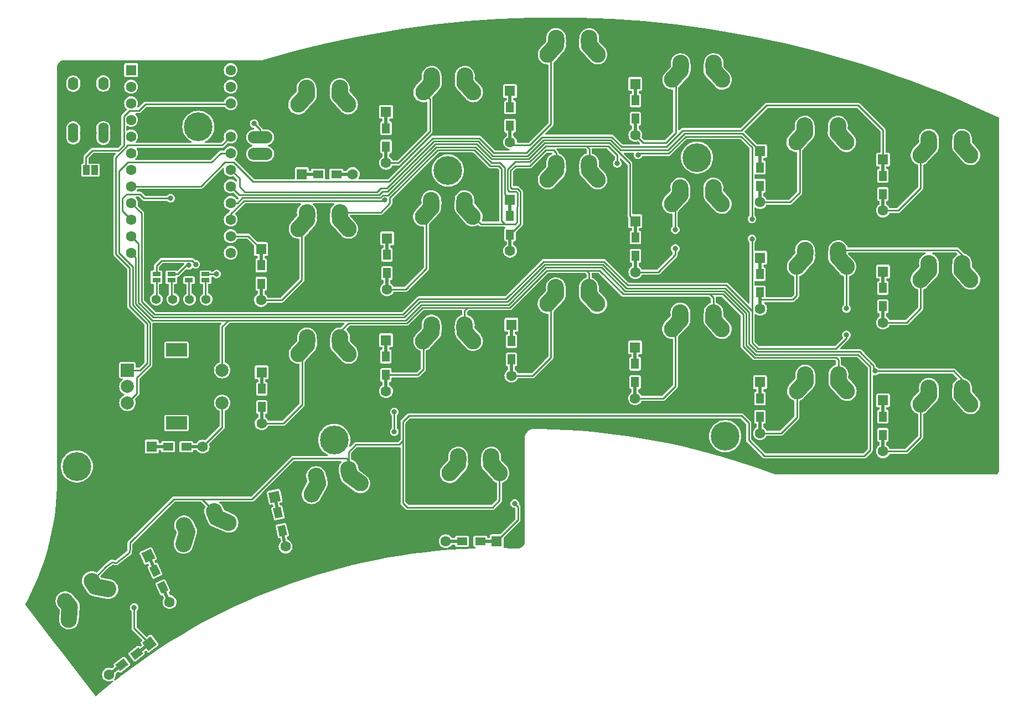
<source format=gbr>
%TF.GenerationSoftware,KiCad,Pcbnew,7.0.6*%
%TF.CreationDate,2024-02-22T22:41:17+11:00*%
%TF.ProjectId,Pteron36v0,50746572-6f6e-4333-9676-302e6b696361,rev?*%
%TF.SameCoordinates,Original*%
%TF.FileFunction,Copper,L1,Top*%
%TF.FilePolarity,Positive*%
%FSLAX46Y46*%
G04 Gerber Fmt 4.6, Leading zero omitted, Abs format (unit mm)*
G04 Created by KiCad (PCBNEW 7.0.6) date 2024-02-22 22:41:17*
%MOMM*%
%LPD*%
G01*
G04 APERTURE LIST*
G04 Aperture macros list*
%AMHorizOval*
0 Thick line with rounded ends*
0 $1 width*
0 $2 $3 position (X,Y) of the first rounded end (center of the circle)*
0 $4 $5 position (X,Y) of the second rounded end (center of the circle)*
0 Add line between two ends*
20,1,$1,$2,$3,$4,$5,0*
0 Add two circle primitives to create the rounded ends*
1,1,$1,$2,$3*
1,1,$1,$4,$5*%
%AMRotRect*
0 Rectangle, with rotation*
0 The origin of the aperture is its center*
0 $1 length*
0 $2 width*
0 $3 Rotation angle, in degrees counterclockwise*
0 Add horizontal line*
21,1,$1,$2,0,0,$3*%
G04 Aperture macros list end*
%TA.AperFunction,ComponentPad*%
%ADD10C,2.000000*%
%TD*%
%TA.AperFunction,SMDPad,CuDef*%
%ADD11HorizOval,2.500000X-0.654995X0.730004X0.654995X-0.730004X0*%
%TD*%
%TA.AperFunction,SMDPad,CuDef*%
%ADD12HorizOval,2.500000X-0.019999X-0.290000X0.019999X0.290000X0*%
%TD*%
%TA.AperFunction,SMDPad,CuDef*%
%ADD13HorizOval,2.500000X-0.019999X0.290000X0.019999X-0.290000X0*%
%TD*%
%TA.AperFunction,SMDPad,CuDef*%
%ADD14HorizOval,2.500000X0.654995X0.730004X-0.654995X-0.730004X0*%
%TD*%
%TA.AperFunction,SMDPad,CuDef*%
%ADD15R,1.200000X1.600000*%
%TD*%
%TA.AperFunction,ComponentPad*%
%ADD16C,1.600000*%
%TD*%
%TA.AperFunction,ComponentPad*%
%ADD17R,1.600000X1.600000*%
%TD*%
%TA.AperFunction,SMDPad,CuDef*%
%ADD18R,0.500000X2.900000*%
%TD*%
%TA.AperFunction,ComponentPad*%
%ADD19R,2.000000X2.000000*%
%TD*%
%TA.AperFunction,ComponentPad*%
%ADD20R,3.200000X2.000000*%
%TD*%
%TA.AperFunction,ComponentPad*%
%ADD21C,4.400000*%
%TD*%
%TA.AperFunction,SMDPad,CuDef*%
%ADD22HorizOval,2.500000X-0.964041X0.180415X0.964041X-0.180415X0*%
%TD*%
%TA.AperFunction,SMDPad,CuDef*%
%ADD23HorizOval,2.500000X-0.160675X0.242247X0.160675X-0.242247X0*%
%TD*%
%TA.AperFunction,SMDPad,CuDef*%
%ADD24HorizOval,2.500000X0.075244X0.977887X-0.075244X-0.977887X0*%
%TD*%
%TA.AperFunction,SMDPad,CuDef*%
%ADD25HorizOval,2.500000X-0.192407X0.217898X0.192407X-0.217898X0*%
%TD*%
%TA.AperFunction,SMDPad,CuDef*%
%ADD26HorizOval,2.500000X-0.797471X0.570933X0.797471X-0.570933X0*%
%TD*%
%TA.AperFunction,SMDPad,CuDef*%
%ADD27HorizOval,2.500000X-0.043243X0.287455X0.043243X-0.287455X0*%
%TD*%
%TA.AperFunction,SMDPad,CuDef*%
%ADD28HorizOval,2.500000X0.481468X0.854467X-0.481468X-0.854467X0*%
%TD*%
%TA.AperFunction,SMDPad,CuDef*%
%ADD29HorizOval,2.500000X-0.082293X0.278797X0.082293X-0.278797X0*%
%TD*%
%TA.AperFunction,SMDPad,CuDef*%
%ADD30R,1.600000X1.200000*%
%TD*%
%TA.AperFunction,SMDPad,CuDef*%
%ADD31R,2.900000X0.500000*%
%TD*%
%TA.AperFunction,SMDPad,CuDef*%
%ADD32HorizOval,2.500000X-0.104434X0.271281X0.104434X-0.271281X0*%
%TD*%
%TA.AperFunction,SMDPad,CuDef*%
%ADD33HorizOval,2.500000X-0.902141X0.384796X0.902141X-0.384796X0*%
%TD*%
%TA.AperFunction,SMDPad,CuDef*%
%ADD34HorizOval,2.500000X0.285114X0.938422X-0.285114X-0.938422X0*%
%TD*%
%TA.AperFunction,SMDPad,CuDef*%
%ADD35HorizOval,2.500000X-0.140685X0.254377X0.140685X-0.254377X0*%
%TD*%
%TA.AperFunction,ComponentPad*%
%ADD36O,1.600000X2.000000*%
%TD*%
%TA.AperFunction,SMDPad,CuDef*%
%ADD37R,1.270000X0.635000*%
%TD*%
%TA.AperFunction,ComponentPad*%
%ADD38C,1.397000*%
%TD*%
%TA.AperFunction,SMDPad,CuDef*%
%ADD39O,3.759200X1.879600*%
%TD*%
%TA.AperFunction,SMDPad,CuDef*%
%ADD40R,1.000000X1.500000*%
%TD*%
%TA.AperFunction,SMDPad,CuDef*%
%ADD41RotRect,2.900000X0.500000X37.500000*%
%TD*%
%TA.AperFunction,SMDPad,CuDef*%
%ADD42RotRect,1.600000X1.200000X37.500000*%
%TD*%
%TA.AperFunction,ComponentPad*%
%ADD43RotRect,1.600000X1.600000X37.500000*%
%TD*%
%TA.AperFunction,SMDPad,CuDef*%
%ADD44RotRect,1.600000X1.200000X115.000000*%
%TD*%
%TA.AperFunction,SMDPad,CuDef*%
%ADD45RotRect,2.900000X0.500000X115.000000*%
%TD*%
%TA.AperFunction,ComponentPad*%
%ADD46RotRect,1.600000X1.600000X115.000000*%
%TD*%
%TA.AperFunction,SMDPad,CuDef*%
%ADD47RotRect,1.600000X1.200000X102.500000*%
%TD*%
%TA.AperFunction,SMDPad,CuDef*%
%ADD48RotRect,2.900000X0.500000X102.500000*%
%TD*%
%TA.AperFunction,ComponentPad*%
%ADD49RotRect,1.600000X1.600000X102.500000*%
%TD*%
%TA.AperFunction,ViaPad*%
%ADD50C,0.800000*%
%TD*%
%TA.AperFunction,Conductor*%
%ADD51C,0.250000*%
%TD*%
%TA.AperFunction,Conductor*%
%ADD52C,1.000000*%
%TD*%
G04 APERTURE END LIST*
D10*
%TO.P,SW25,1,1*%
%TO.N,/Row4*%
X178196513Y-120410813D03*
X179466513Y-122950813D03*
X178156513Y-120990813D03*
D11*
X178811513Y-122220813D03*
D12*
X178176513Y-120700813D03*
D10*
X178156513Y-121490813D03*
%TO.P,SW25,2,2*%
%TO.N,Net-(D25-A)*%
X171846513Y-122950813D03*
D13*
X173136513Y-120700813D03*
D14*
X172501513Y-122220813D03*
D10*
X173156513Y-120990813D03*
X173156513Y-121490813D03*
X173116513Y-120410813D03*
%TD*%
D11*
%TO.P,SW7,1,1*%
%TO.N,/Row1*%
X231844902Y-71591632D03*
D12*
X231209902Y-70071632D03*
D10*
X231229902Y-69781632D03*
X231189902Y-70861632D03*
X231189902Y-70361632D03*
X232499902Y-72321632D03*
D13*
%TO.P,SW7,2,2*%
%TO.N,Net-(D7-A)*%
X226169902Y-70071632D03*
D14*
X225534902Y-71591632D03*
D10*
X226149902Y-69781632D03*
X226189902Y-70861632D03*
X226189902Y-70361632D03*
X224879902Y-72321632D03*
%TD*%
%TO.P,SW3,2,2*%
%TO.N,Net-(D3-A)*%
X245189902Y-110961632D03*
X245189902Y-110461632D03*
D13*
X245169902Y-110171632D03*
D10*
X245149902Y-109881632D03*
D14*
X244534902Y-111691632D03*
D10*
X243879902Y-112421632D03*
%TO.P,SW3,1,1*%
%TO.N,/Row3*%
X251499902Y-112421632D03*
D11*
X250844902Y-111691632D03*
D10*
X250229902Y-109881632D03*
D12*
X250209902Y-110171632D03*
D10*
X250189902Y-110961632D03*
X250189902Y-110461632D03*
%TD*%
%TO.P,SW2,2,2*%
%TO.N,Net-(D2-A)*%
X245189902Y-91911632D03*
X245189902Y-91411632D03*
D13*
X245169902Y-91121632D03*
D10*
X245149902Y-90831632D03*
D14*
X244534902Y-92641632D03*
D10*
X243879902Y-93371632D03*
%TO.P,SW2,1,1*%
%TO.N,/Row2*%
X251499902Y-93371632D03*
D11*
X250844902Y-92641632D03*
D10*
X250229902Y-90831632D03*
D12*
X250209902Y-91121632D03*
D10*
X250189902Y-91911632D03*
X250189902Y-91411632D03*
%TD*%
%TO.P,SW1,2,2*%
%TO.N,Net-(D1-A)*%
X245189902Y-72861632D03*
X245189902Y-72361632D03*
D13*
X245169902Y-72071632D03*
D10*
X245149902Y-71781632D03*
D14*
X244534902Y-73591632D03*
D10*
X243879902Y-74321632D03*
%TO.P,SW1,1,1*%
%TO.N,/Row1*%
X251499902Y-74321632D03*
D11*
X250844902Y-73591632D03*
D10*
X250229902Y-71781632D03*
D12*
X250209902Y-72071632D03*
D10*
X250189902Y-72861632D03*
X250189902Y-72361632D03*
%TD*%
D15*
%TO.P,D3,1,K*%
%TO.N,/Col6*%
X238125000Y-114300000D03*
%TO.P,D3,2,A*%
%TO.N,Net-(D3-A)*%
X238125000Y-117100000D03*
D16*
X238125000Y-119600000D03*
D17*
%TO.P,D3,1,K*%
%TO.N,/Col6*%
X238125000Y-111800000D03*
D18*
%TO.P,D3,2,A*%
%TO.N,Net-(D3-A)*%
X238125000Y-118200000D03*
%TO.P,D3,1,K*%
%TO.N,/Col6*%
X238125000Y-113200000D03*
%TD*%
D15*
%TO.P,D2,1,K*%
%TO.N,/Col6*%
X238125000Y-94615000D03*
%TO.P,D2,2,A*%
%TO.N,Net-(D2-A)*%
X238125000Y-97415000D03*
D16*
X238125000Y-99915000D03*
D17*
%TO.P,D2,1,K*%
%TO.N,/Col6*%
X238125000Y-92115000D03*
D18*
%TO.P,D2,2,A*%
%TO.N,Net-(D2-A)*%
X238125000Y-98515000D03*
%TO.P,D2,1,K*%
%TO.N,/Col6*%
X238125000Y-93515000D03*
%TD*%
D15*
%TO.P,D1,1,K*%
%TO.N,/Col6*%
X238125000Y-77470000D03*
%TO.P,D1,2,A*%
%TO.N,Net-(D1-A)*%
X238125000Y-80270000D03*
D16*
X238125000Y-82770000D03*
D17*
%TO.P,D1,1,K*%
%TO.N,/Col6*%
X238125000Y-74970000D03*
D18*
%TO.P,D1,2,A*%
%TO.N,Net-(D1-A)*%
X238125000Y-81370000D03*
%TO.P,D1,1,K*%
%TO.N,/Col6*%
X238125000Y-76370000D03*
%TD*%
D19*
%TO.P,RE1,A,A*%
%TO.N,/RotA*%
X122550000Y-107200000D03*
D10*
%TO.P,RE1,B,B*%
%TO.N,/RotB*%
X122550000Y-112200000D03*
%TO.P,RE1,C,C*%
%TO.N,GND*%
X122550000Y-109700000D03*
D20*
%TO.P,RE1,MP*%
%TO.N,N/C*%
X130050000Y-115300000D03*
X130050000Y-104100000D03*
D10*
%TO.P,RE1,S1,S1*%
%TO.N,Net-(D_RE1-A)*%
X137050000Y-112200000D03*
%TO.P,RE1,S2,S2*%
%TO.N,/Row4*%
X137050000Y-107200000D03*
%TD*%
D21*
%TO.P,H2,1*%
%TO.N,N/C*%
X209675193Y-74672944D03*
%TD*%
%TO.P,H4,1*%
%TO.N,N/C*%
X133407968Y-69973943D03*
%TD*%
%TO.P,H5,1*%
%TO.N,N/C*%
X171577783Y-76654143D03*
%TD*%
%TO.P,H6,1*%
%TO.N,N/C*%
X214000000Y-117300000D03*
%TD*%
%TO.P,H1,1*%
%TO.N,N/C*%
X114808000Y-121920000D03*
%TD*%
%TO.P,H3,1*%
%TO.N,N/C*%
X154178000Y-117856000D03*
%TD*%
D10*
%TO.P,SW20,1,1*%
%TO.N,/Row4*%
X117415180Y-139930998D03*
D22*
X118683603Y-140508084D03*
D10*
X119647645Y-140688493D03*
X117719561Y-140327675D03*
D23*
X117254506Y-139688751D03*
D10*
X117093832Y-139446503D03*
%TO.P,SW20,2,2*%
%TO.N,Net-(D20-A)*%
X113752794Y-143371482D03*
X113602293Y-145327256D03*
D24*
X113677543Y-144349369D03*
D10*
X113063597Y-142539011D03*
X113448413Y-142974806D03*
D25*
X113256005Y-142756908D03*
%TD*%
D17*
%TO.P,U1,1,TX*%
%TO.N,/Serial*%
X123120968Y-61299844D03*
D16*
%TO.P,U1,2,RX*%
%TO.N,unconnected-(U1-RX-Pad2)*%
X123120968Y-63839844D03*
%TO.P,U1,3,GND*%
%TO.N,GND*%
X123120968Y-66379844D03*
%TO.P,U1,4,GND*%
X123120968Y-68919844D03*
%TO.P,U1,5,SCL*%
%TO.N,SDA*%
X123120968Y-71459844D03*
%TO.P,U1,6,SDA*%
%TO.N,SCL*%
X123120968Y-73999844D03*
%TO.P,U1,7,D4*%
%TO.N,unconnected-(U1-D4-Pad7)*%
X123120968Y-76539844D03*
%TO.P,U1,8,C6*%
%TO.N,/Col6*%
X123120968Y-79079844D03*
%TO.P,U1,9,D7*%
%TO.N,/Row2*%
X123120968Y-81619844D03*
%TO.P,U1,10,E6*%
%TO.N,/Row1*%
X123120968Y-84159844D03*
%TO.P,U1,11,B4*%
%TO.N,/Row3*%
X123120968Y-86699844D03*
%TO.P,U1,12,B5*%
%TO.N,/Row4*%
X123120968Y-89239844D03*
%TO.P,U1,13,B6*%
%TO.N,/PWM*%
X138360968Y-89239844D03*
%TO.P,U1,14,B2*%
%TO.N,/Col5*%
X138360968Y-86699844D03*
%TO.P,U1,15,B3*%
%TO.N,/Col4*%
X138360968Y-84159844D03*
%TO.P,U1,16,B1*%
%TO.N,/Col3*%
X138360968Y-81619844D03*
%TO.P,U1,17,F7*%
%TO.N,/Col2*%
X138360968Y-79079844D03*
%TO.P,U1,18,F6*%
%TO.N,/Col1*%
X138360968Y-76539844D03*
%TO.P,U1,19,F5*%
%TO.N,/RotB*%
X138360968Y-73999844D03*
%TO.P,U1,20,F4*%
%TO.N,/RotA*%
X138360968Y-71459844D03*
%TO.P,U1,21,VCC*%
%TO.N,VCC*%
X138360968Y-68919844D03*
%TO.P,U1,22,RST*%
%TO.N,Net-(U1-RST)*%
X138360968Y-66379844D03*
%TO.P,U1,23,GND*%
%TO.N,GND*%
X138360968Y-63839844D03*
%TO.P,U1,24,RAW*%
%TO.N,unconnected-(U1-RAW-Pad24)*%
X138360968Y-61299844D03*
%TD*%
D10*
%TO.P,SW27,1,1*%
%TO.N,/Row2*%
X155074645Y-83054727D03*
D11*
X155689645Y-84864727D03*
D10*
X155034645Y-83634727D03*
D12*
X155054645Y-83344727D03*
D10*
X155034645Y-84134727D03*
X156344645Y-85594727D03*
%TO.P,SW27,2,2*%
%TO.N,Net-(D27-A)*%
X148724645Y-85594727D03*
X149994645Y-83054727D03*
D13*
X150014645Y-83344727D03*
D10*
X150034645Y-84134727D03*
D14*
X149379645Y-84864727D03*
D10*
X150034645Y-83634727D03*
%TD*%
D12*
%TO.P,SW19,1,1*%
%TO.N,/Row3*%
X193134760Y-94810009D03*
D11*
X193769760Y-96330009D03*
D10*
X193114760Y-95100009D03*
X193154760Y-94520009D03*
X193114760Y-95600009D03*
X194424760Y-97060009D03*
%TO.P,SW19,2,2*%
%TO.N,Net-(D19-A)*%
X188114760Y-95100009D03*
X186804760Y-97060009D03*
X188114760Y-95600009D03*
D14*
X187459760Y-96330009D03*
D10*
X188074760Y-94520009D03*
D13*
X188094760Y-94810009D03*
%TD*%
D10*
%TO.P,SW26,1,1*%
%TO.N,/Row1*%
X155031001Y-64019832D03*
X154991001Y-65099832D03*
D12*
X155011001Y-64309832D03*
D10*
X154991001Y-64599832D03*
D11*
X155646001Y-65829832D03*
D10*
X156301001Y-66559832D03*
%TO.P,SW26,2,2*%
%TO.N,Net-(D26-A)*%
X149991001Y-65099832D03*
X149951001Y-64019832D03*
D14*
X149336001Y-65829832D03*
D10*
X148681001Y-66559832D03*
D13*
X149971001Y-64309832D03*
D10*
X149991001Y-64599832D03*
%TD*%
%TO.P,SW23,1,1*%
%TO.N,/Row2*%
X174077782Y-81749207D03*
X175387782Y-83709207D03*
D12*
X174097782Y-81459207D03*
D11*
X174732782Y-82979207D03*
D10*
X174077782Y-82249207D03*
X174117782Y-81169207D03*
%TO.P,SW23,2,2*%
%TO.N,Net-(D23-A)*%
X169077782Y-81749207D03*
X169077782Y-82249207D03*
X167767782Y-83709207D03*
D14*
X168422782Y-82979207D03*
D13*
X169057782Y-81459207D03*
D10*
X169037782Y-81169207D03*
%TD*%
%TO.P,SW28,1,1*%
%TO.N,/Row3*%
X156364023Y-104720179D03*
X155054023Y-102760179D03*
D12*
X155074023Y-102470179D03*
D10*
X155054023Y-103260179D03*
X155094023Y-102180179D03*
D11*
X155709023Y-103990179D03*
D10*
%TO.P,SW28,2,2*%
%TO.N,Net-(D28-A)*%
X150014023Y-102180179D03*
X150054023Y-103260179D03*
D14*
X149399023Y-103990179D03*
D10*
X148744023Y-104720179D03*
X150054023Y-102760179D03*
D13*
X150034023Y-102470179D03*
%TD*%
D12*
%TO.P,SW22,1,1*%
%TO.N,/Row1*%
X174144694Y-62448582D03*
D11*
X174779694Y-63968582D03*
D10*
X175434694Y-64698582D03*
X174124694Y-62738582D03*
X174124694Y-63238582D03*
X174164694Y-62158582D03*
%TO.P,SW22,2,2*%
%TO.N,Net-(D22-A)*%
X169124694Y-63238582D03*
X169084694Y-62158582D03*
D14*
X168469694Y-63968582D03*
D10*
X167814694Y-64698582D03*
X169124694Y-62738582D03*
D13*
X169104694Y-62448582D03*
%TD*%
D10*
%TO.P,SW24,1,1*%
%TO.N,/Row3*%
X174121427Y-100784103D03*
X174161427Y-100204103D03*
X174121427Y-101284103D03*
D12*
X174141427Y-100494103D03*
D10*
X175431427Y-102744103D03*
D11*
X174776427Y-102014103D03*
D10*
%TO.P,SW24,2,2*%
%TO.N,Net-(D24-A)*%
X167811427Y-102744103D03*
X169121427Y-101284103D03*
D14*
X168466427Y-102014103D03*
D10*
X169081427Y-100204103D03*
D13*
X169101427Y-100494103D03*
D10*
X169121427Y-100784103D03*
%TD*%
%TO.P,SW12,1,1*%
%TO.N,/Row1*%
X212202729Y-60809418D03*
D12*
X212222729Y-60519418D03*
D10*
X213512729Y-62769418D03*
D11*
X212857729Y-62039418D03*
D10*
X212202729Y-61309418D03*
X212242729Y-60229418D03*
%TO.P,SW12,2,2*%
%TO.N,Net-(D12-A)*%
X207202729Y-60809418D03*
X207202729Y-61309418D03*
X207162729Y-60229418D03*
D13*
X207182729Y-60519418D03*
D10*
X205892729Y-62769418D03*
D14*
X206547729Y-62039418D03*
%TD*%
D10*
%TO.P,SW10,1,1*%
%TO.N,/Row4*%
X156472160Y-122879303D03*
X156580380Y-123367451D03*
X156385677Y-122304394D03*
D26*
X157377854Y-123938379D03*
D27*
X156428918Y-122591848D03*
D10*
X158175329Y-124509307D03*
D28*
%TO.P,SW10,2,2*%
%TO.N,Net-(D10-A)*%
X151217427Y-125304113D03*
D10*
X151590680Y-123961501D03*
X151698900Y-124449649D03*
D29*
X151508386Y-123682704D03*
D10*
X151426093Y-123403907D03*
X150735954Y-126158577D03*
%TD*%
%TO.P,SW9,1,1*%
%TO.N,/Row3*%
X231317191Y-107851435D03*
X232587191Y-110391435D03*
X231277191Y-108431435D03*
D11*
X231932191Y-109661435D03*
D10*
X231277191Y-108931435D03*
D12*
X231297191Y-108141435D03*
D10*
%TO.P,SW9,2,2*%
%TO.N,Net-(D9-A)*%
X226277191Y-108431435D03*
D13*
X226257191Y-108141435D03*
D10*
X226237191Y-107851435D03*
X224967191Y-110391435D03*
D14*
X225622191Y-109661435D03*
D10*
X226277191Y-108931435D03*
%TD*%
D11*
%TO.P,SW8,1,1*%
%TO.N,/Row2*%
X231888550Y-90626534D03*
D10*
X231233550Y-89896534D03*
X232543550Y-91356534D03*
X231233550Y-89396534D03*
D12*
X231253550Y-89106534D03*
D10*
X231273550Y-88816534D03*
%TO.P,SW8,2,2*%
%TO.N,Net-(D8-A)*%
X224923550Y-91356534D03*
D14*
X225578550Y-90626534D03*
D13*
X226213550Y-89106534D03*
D10*
X226193550Y-88816534D03*
X226233550Y-89896534D03*
X226233550Y-89396534D03*
%TD*%
D18*
%TO.P,D22,1,K*%
%TO.N,/Col4*%
X162114161Y-69081297D03*
D17*
X162114161Y-67681297D03*
D15*
X162114161Y-70181297D03*
D16*
%TO.P,D22,2,A*%
%TO.N,Net-(D22-A)*%
X162114161Y-75481297D03*
D18*
X162114161Y-74081297D03*
D15*
X162114161Y-72981297D03*
%TD*%
D18*
%TO.P,D19,1,K*%
%TO.N,/Col3*%
X181289170Y-101641131D03*
D15*
X181289170Y-102741131D03*
D17*
X181289170Y-100241131D03*
D18*
%TO.P,D19,2,A*%
%TO.N,Net-(D19-A)*%
X181289170Y-106641131D03*
D15*
X181289170Y-105541131D03*
D16*
X181289170Y-108041131D03*
%TD*%
D30*
%TO.P,D26,1,K*%
%TO.N,/Col5*%
X151718369Y-77212943D03*
D17*
X149218369Y-77212943D03*
D31*
X150618369Y-77212943D03*
%TO.P,D26,2,A*%
%TO.N,Net-(D26-A)*%
X155618369Y-77212943D03*
D30*
X154518369Y-77212943D03*
D16*
X157018369Y-77212943D03*
%TD*%
D18*
%TO.P,D28,1,K*%
%TO.N,/Col5*%
X143092015Y-108921782D03*
D17*
X143092015Y-107521782D03*
D15*
X143092015Y-110021782D03*
D16*
%TO.P,D28,2,A*%
%TO.N,Net-(D28-A)*%
X143092015Y-115321782D03*
D15*
X143092015Y-112821782D03*
D18*
X143092015Y-113921782D03*
%TD*%
%TO.P,D27,1,K*%
%TO.N,/Col5*%
X142999847Y-90068004D03*
D15*
X142999847Y-91168004D03*
D17*
X142999847Y-88668004D03*
D18*
%TO.P,D27,2,A*%
%TO.N,Net-(D27-A)*%
X142999847Y-95068004D03*
D15*
X142999847Y-93968004D03*
D16*
X142999847Y-96468004D03*
%TD*%
D18*
%TO.P,D14,1,K*%
%TO.N,/Col2*%
X200213177Y-105107103D03*
D17*
X200213177Y-103707103D03*
D15*
X200213177Y-106207103D03*
D16*
%TO.P,D14,2,A*%
%TO.N,Net-(D14-A)*%
X200213177Y-111507103D03*
D15*
X200213177Y-109007103D03*
D18*
X200213177Y-110107103D03*
%TD*%
D17*
%TO.P,D24,1,K*%
%TO.N,/Col4*%
X162104377Y-102608300D03*
D15*
X162104377Y-105108300D03*
D18*
X162104377Y-104008300D03*
%TO.P,D24,2,A*%
%TO.N,Net-(D24-A)*%
X162104377Y-109008300D03*
D15*
X162104377Y-107908300D03*
D16*
X162104377Y-110408300D03*
%TD*%
D15*
%TO.P,D9,1,K*%
%TO.N,/Col1*%
X219320188Y-111531435D03*
D18*
X219320188Y-110431435D03*
D17*
X219320188Y-109031435D03*
D18*
%TO.P,D9,2,A*%
%TO.N,Net-(D9-A)*%
X219320188Y-115431435D03*
D16*
X219320188Y-116831435D03*
D15*
X219320188Y-114331435D03*
%TD*%
D12*
%TO.P,SW17,1,1*%
%TO.N,/Row1*%
X193162292Y-56673929D03*
D11*
X193797292Y-58193929D03*
D10*
X193182292Y-56383929D03*
X193142292Y-56963929D03*
X193142292Y-57463929D03*
X194452292Y-58923929D03*
%TO.P,SW17,2,2*%
%TO.N,Net-(D17-A)*%
X188102292Y-56383929D03*
D13*
X188122292Y-56673929D03*
D14*
X187487292Y-58193929D03*
D10*
X188142292Y-57463929D03*
X186832292Y-58923929D03*
X188142292Y-56963929D03*
%TD*%
D15*
%TO.P,D13,1,K*%
%TO.N,/Col2*%
X200242334Y-86900540D03*
D17*
X200242334Y-84400540D03*
D18*
X200242334Y-85800540D03*
D15*
%TO.P,D13,2,A*%
%TO.N,Net-(D13-A)*%
X200242334Y-89700540D03*
D16*
X200242334Y-92200540D03*
D18*
X200242334Y-90800540D03*
%TD*%
D10*
%TO.P,SW15,1,1*%
%TO.N,/Row4*%
X138034191Y-130557476D03*
X136018596Y-129334742D03*
D32*
X135914163Y-129063461D03*
D10*
X135809730Y-128792179D03*
D33*
X137132048Y-130172686D03*
D10*
X136229905Y-129787896D03*
%TO.P,SW15,2,2*%
%TO.N,Net-(D15-A)*%
X131487057Y-131447834D03*
D34*
X131413246Y-132839407D03*
D10*
X131698366Y-131900988D03*
D35*
X131346372Y-131193457D03*
D10*
X131128126Y-133777827D03*
X131205686Y-130939080D03*
%TD*%
D11*
%TO.P,SW14,1,1*%
%TO.N,/Row3*%
X212830192Y-100175490D03*
D12*
X212195192Y-98655490D03*
D10*
X212215192Y-98365490D03*
X212175192Y-98945490D03*
X212175192Y-99445490D03*
X213485192Y-100905490D03*
D14*
%TO.P,SW14,2,2*%
%TO.N,Net-(D14-A)*%
X206520192Y-100175490D03*
D10*
X207135192Y-98365490D03*
X207175192Y-99445490D03*
X207175192Y-98945490D03*
X205865192Y-100905490D03*
D13*
X207155192Y-98655490D03*
%TD*%
D18*
%TO.P,D17,1,K*%
%TO.N,/Col3*%
X181083769Y-65899142D03*
D15*
X181083769Y-66999142D03*
D17*
X181083769Y-64499142D03*
D18*
%TO.P,D17,2,A*%
%TO.N,Net-(D17-A)*%
X181083769Y-70899142D03*
D16*
X181083769Y-72299142D03*
D15*
X181083769Y-69799142D03*
%TD*%
D17*
%TO.P,D8,1,K*%
%TO.N,/Col1*%
X219320189Y-89996535D03*
D15*
X219320189Y-92496535D03*
D18*
X219320189Y-91396535D03*
D15*
%TO.P,D8,2,A*%
%TO.N,Net-(D8-A)*%
X219320189Y-95296535D03*
D18*
X219320189Y-96396535D03*
D16*
X219320189Y-97796535D03*
%TD*%
D10*
%TO.P,SW18,1,1*%
%TO.N,/Row2*%
X194471675Y-78049380D03*
X193161675Y-76089380D03*
X193201675Y-75509380D03*
D12*
X193181675Y-75799380D03*
D11*
X193816675Y-77319380D03*
D10*
X193161675Y-76589380D03*
%TO.P,SW18,2,2*%
%TO.N,Net-(D18-A)*%
X188161675Y-76089380D03*
X186851675Y-78049380D03*
X188161675Y-76589380D03*
D14*
X187506675Y-77319380D03*
D10*
X188121675Y-75509380D03*
D13*
X188141675Y-75799380D03*
%TD*%
D17*
%TO.P,D23,1,K*%
%TO.N,/Col4*%
X162266117Y-87036384D03*
D18*
X162266117Y-88436384D03*
D15*
X162266117Y-89536384D03*
D16*
%TO.P,D23,2,A*%
%TO.N,Net-(D23-A)*%
X162266117Y-94836384D03*
D18*
X162266117Y-93436384D03*
D15*
X162266117Y-92336384D03*
%TD*%
%TO.P,D18,1,K*%
%TO.N,/Col3*%
X181083770Y-83636143D03*
D17*
X181083770Y-81136143D03*
D18*
X181083770Y-82536143D03*
%TO.P,D18,2,A*%
%TO.N,Net-(D18-A)*%
X181083770Y-87536143D03*
D16*
X181083770Y-88936143D03*
D15*
X181083770Y-86436143D03*
%TD*%
D18*
%TO.P,D12,1,K*%
%TO.N,/Col2*%
X200242333Y-64810000D03*
D15*
X200242333Y-65910000D03*
D17*
X200242333Y-63410000D03*
D16*
%TO.P,D12,2,A*%
%TO.N,Net-(D12-A)*%
X200242333Y-71210000D03*
D18*
X200242333Y-69810000D03*
D15*
X200242333Y-68710000D03*
%TD*%
%TO.P,D7,1,K*%
%TO.N,/Col1*%
X219320190Y-76192116D03*
D18*
X219320190Y-75092116D03*
D17*
X219320190Y-73692116D03*
D15*
%TO.P,D7,2,A*%
%TO.N,Net-(D7-A)*%
X219320190Y-78992116D03*
D18*
X219320190Y-80092116D03*
D16*
X219320190Y-81492116D03*
%TD*%
D36*
%TO.P,J1,1*%
%TO.N,GND*%
X114267769Y-71444144D03*
%TO.P,J1,2*%
X118867769Y-70344144D03*
%TO.P,J1,3*%
%TO.N,VCC*%
X118867769Y-66344144D03*
%TO.P,J1,4*%
%TO.N,/Serial*%
X118867769Y-63344144D03*
%TD*%
D37*
%TO.P,JP1,1,1*%
%TO.N,GND*%
X134500169Y-92511363D03*
%TO.P,JP1,2,2*%
%TO.N,Net-(J3-Pin_1)*%
X134500169Y-93410523D03*
%TD*%
%TO.P,JP2,1,1*%
%TO.N,VCC*%
X131960168Y-92511364D03*
%TO.P,JP2,2,2*%
%TO.N,Net-(J3-Pin_2)*%
X131960168Y-93410524D03*
%TD*%
%TO.P,JP3,1,1*%
%TO.N,SCL*%
X129293169Y-92511364D03*
%TO.P,JP3,2,2*%
%TO.N,Net-(J3-Pin_3)*%
X129293169Y-93410524D03*
%TD*%
%TO.P,JP4,1,1*%
%TO.N,SDA*%
X127007168Y-92511364D03*
%TO.P,JP4,2,2*%
%TO.N,Net-(J3-Pin_4)*%
X127007168Y-93410524D03*
%TD*%
D38*
%TO.P,J3,1,Pin_1*%
%TO.N,Net-(J3-Pin_1)*%
X134601768Y-96339143D03*
%TO.P,J3,2,Pin_2*%
%TO.N,Net-(J3-Pin_2)*%
X132061768Y-96339143D03*
%TO.P,J3,3,Pin_3*%
%TO.N,Net-(J3-Pin_3)*%
X129521768Y-96339143D03*
%TO.P,J3,4,Pin_4*%
%TO.N,Net-(J3-Pin_4)*%
X126981768Y-96339143D03*
%TD*%
D39*
%TO.P,PWM_PAD2,1,Pin_1*%
%TO.N,GND*%
X142856770Y-71574144D03*
%TO.P,PWM_PAD2,2,Pin_2*%
%TO.N,/PWM*%
X142856770Y-74114144D03*
%TO.P,PWM_PAD2,3,Pin_3*%
%TO.N,VCC*%
X142856770Y-76654144D03*
%TD*%
D17*
%TO.P,D_RE1,1,K*%
%TO.N,/Col5*%
X126269999Y-118884001D03*
D31*
X127669999Y-118884001D03*
D30*
X128769999Y-118884001D03*
D31*
%TO.P,D_RE1,2,A*%
%TO.N,Net-(D_RE1-A)*%
X132669999Y-118884001D03*
D16*
X134069999Y-118884001D03*
D30*
X131569999Y-118884001D03*
%TD*%
D10*
%TO.P,SW13,1,1*%
%TO.N,/Row2*%
X212155820Y-79820046D03*
X212155820Y-80320046D03*
X213465820Y-81780046D03*
D12*
X212175820Y-79530046D03*
D10*
X212195820Y-79240046D03*
D11*
X212810820Y-81050046D03*
D10*
%TO.P,SW13,2,2*%
%TO.N,Net-(D13-A)*%
X207115820Y-79240046D03*
D13*
X207135820Y-79530046D03*
D10*
X205845820Y-81780046D03*
X207155820Y-79820046D03*
D14*
X206500820Y-81050046D03*
D10*
X207155820Y-80320046D03*
%TD*%
D17*
%TO.P,D25,1,K*%
%TO.N,/Col4*%
X179048514Y-133364814D03*
D30*
X176548514Y-133364814D03*
D31*
X177648514Y-133364814D03*
%TO.P,D25,2,A*%
%TO.N,Net-(D25-A)*%
X172648514Y-133364814D03*
D30*
X173748514Y-133364814D03*
D16*
X171248514Y-133364814D03*
%TD*%
D40*
%TO.P,JP10,1,1*%
%TO.N,Net-(U1-RST)*%
X116250000Y-76600000D03*
%TO.P,JP10,2,2*%
%TO.N,GND*%
X117550000Y-76600000D03*
%TD*%
D41*
%TO.P,D20,1,K*%
%TO.N,/Col3*%
X124807897Y-149876909D03*
D42*
X123935209Y-150546547D03*
D43*
X125918592Y-149024643D03*
D41*
%TO.P,D20,2,A*%
%TO.N,Net-(D20-A)*%
X120841131Y-152920717D03*
D42*
X121713819Y-152251079D03*
D16*
X119730436Y-153772983D03*
%TD*%
D44*
%TO.P,D15,1,K*%
%TO.N,/Col2*%
X126771101Y-137869312D03*
D45*
X126306221Y-136872374D03*
D46*
X125714556Y-135603543D03*
D45*
%TO.P,D15,2,A*%
%TO.N,Net-(D15-A)*%
X128419313Y-141403912D03*
D16*
X129010978Y-142672743D03*
D44*
X127954433Y-140406974D03*
%TD*%
D47*
%TO.P,D10,1,K*%
%TO.N,/Col1*%
X145601754Y-129008327D03*
D48*
X145363670Y-127934401D03*
D49*
X145060655Y-126567587D03*
D47*
%TO.P,D10,2,A*%
%TO.N,Net-(D10-A)*%
X146207784Y-131741955D03*
D16*
X146748883Y-134182695D03*
D48*
X146445868Y-132815881D03*
%TD*%
D36*
%TO.P,J2,1*%
%TO.N,GND*%
X118867769Y-71480142D03*
%TO.P,J2,2*%
X114267769Y-70380142D03*
%TO.P,J2,3*%
%TO.N,VCC*%
X114267769Y-66380142D03*
%TO.P,J2,4*%
%TO.N,/Serial*%
X114267769Y-63380142D03*
%TD*%
D50*
%TO.N,/Row1*%
X129159000Y-80899000D03*
%TO.N,/Row2*%
X197485000Y-75565000D03*
X200660000Y-74257500D03*
%TO.N,Net-(D13-A)*%
X206353817Y-88595094D03*
X206353818Y-85699493D03*
%TO.N,/Col3*%
X123584391Y-143508300D03*
%TO.N,/Col4*%
X163384391Y-116608300D03*
X161925000Y-81153000D03*
X181800000Y-127600000D03*
X163384391Y-113608300D03*
%TO.N,/Row2*%
X218091569Y-87118943D03*
X232543550Y-97762162D03*
X232543549Y-101800762D03*
X218091567Y-84070943D03*
%TO.N,/Row3*%
X236901368Y-107315000D03*
%TO.N,VCC*%
X129301632Y-91242205D03*
X145574569Y-75917544D03*
%TO.N,GND*%
X136201969Y-92478343D03*
X117600000Y-76600000D03*
X141942368Y-69491343D03*
%TO.N,SCL*%
X131960168Y-91157542D03*
%TO.N,SDA*%
X132997759Y-91008955D03*
%TO.N,/PWM*%
X142856768Y-74114143D03*
%TO.N,Net-(U1-RST)*%
X116200000Y-76600000D03*
%TD*%
D51*
%TO.N,/Row2*%
X161293273Y-83054727D02*
X155074645Y-83054727D01*
X162687000Y-81661000D02*
X161293273Y-83054727D01*
X162687000Y-80832553D02*
X162687000Y-81661000D01*
X170011953Y-73507600D02*
X162687000Y-80832553D01*
X175615600Y-73507600D02*
X170011953Y-73507600D01*
X178054000Y-75946000D02*
X175615600Y-73507600D01*
X179813769Y-82648545D02*
X179813769Y-76435769D01*
%TO.N,/Col6*%
X133772156Y-79079844D02*
X123120968Y-79079844D01*
X137437156Y-75414844D02*
X133772156Y-79079844D01*
X138826959Y-75414844D02*
X137437156Y-75414844D01*
X162614261Y-78359000D02*
X141771115Y-78359000D01*
X167528779Y-73444482D02*
X162614261Y-78359000D01*
X167528779Y-73444455D02*
X167528779Y-73444482D01*
X169265634Y-71707600D02*
X167528779Y-73444455D01*
X176361184Y-71707600D02*
X169265634Y-71707600D01*
X183559996Y-73972000D02*
X178625584Y-73972000D01*
X198121396Y-73025000D02*
X196641320Y-71544924D01*
X185987072Y-71544924D02*
X183559996Y-73972000D01*
X204978000Y-73025000D02*
X198121396Y-73025000D01*
X220345000Y-66675000D02*
X216470000Y-70550000D01*
X234315000Y-66675000D02*
X220345000Y-66675000D01*
X238125000Y-77470000D02*
X238125000Y-70485000D01*
%TO.N,/Col1*%
X139700000Y-77878874D02*
X138360969Y-76539843D01*
%TO.N,/Col6*%
X141771115Y-78359000D02*
X138826959Y-75414844D01*
%TO.N,/Col1*%
X160735000Y-79930000D02*
X140509000Y-79930000D01*
X161290000Y-79375000D02*
X160735000Y-79930000D01*
%TO.N,/Col6*%
X207453000Y-70550000D02*
X204978000Y-73025000D01*
%TO.N,/Col1*%
X167978779Y-73630851D02*
X167978779Y-73630878D01*
X169452765Y-72157600D02*
X169410365Y-72200000D01*
X176174788Y-72157600D02*
X169452765Y-72157600D01*
X183746392Y-74422000D02*
X178439188Y-74422000D01*
X197993000Y-73533000D02*
X196454924Y-71994924D01*
X205232000Y-73533000D02*
X197993000Y-73533000D01*
X216628074Y-71000000D02*
X207765000Y-71000000D01*
X186173468Y-71994924D02*
X183746392Y-74422000D01*
X219320190Y-73692116D02*
X216628074Y-71000000D01*
%TO.N,/Col2*%
X199415378Y-75591774D02*
X199415378Y-83573587D01*
X196268538Y-72444934D02*
X199415378Y-75591774D01*
%TO.N,/Col6*%
X196641320Y-71544924D02*
X185987072Y-71544924D01*
%TO.N,/Col2*%
X178252792Y-74872000D02*
X183932788Y-74872000D01*
%TO.N,/Col6*%
X178625584Y-73972000D02*
X176361184Y-71707600D01*
%TO.N,/Col2*%
X175988392Y-72607600D02*
X178252792Y-74872000D01*
X169639161Y-72607600D02*
X175988392Y-72607600D01*
%TO.N,/Col1*%
X167978779Y-73630878D02*
X162234657Y-79375000D01*
%TO.N,/Col2*%
X169596761Y-72650000D02*
X169639161Y-72607600D01*
X169596053Y-72650000D02*
X169596761Y-72650000D01*
%TO.N,/Col1*%
X169409630Y-72200000D02*
X167978779Y-73630851D01*
%TO.N,/Col2*%
X162363053Y-79883000D02*
X169596053Y-72650000D01*
%TO.N,/Col1*%
X178439188Y-74422000D02*
X176174788Y-72157600D01*
%TO.N,/Col2*%
X161533299Y-79883000D02*
X162363053Y-79883000D01*
%TO.N,/Col6*%
X216470000Y-70550000D02*
X207453000Y-70550000D01*
%TO.N,/Col2*%
X139661124Y-80380000D02*
X161036299Y-80380000D01*
X138360968Y-79079844D02*
X139661124Y-80380000D01*
%TO.N,/Col1*%
X207765000Y-71000000D02*
X205232000Y-73533000D01*
X140509000Y-79930000D02*
X139700000Y-79121000D01*
%TO.N,/Col3*%
X180263780Y-80316153D02*
X181083768Y-81136143D01*
%TO.N,/Col1*%
X162234657Y-79375000D02*
X161290000Y-79375000D01*
%TO.N,/Col3*%
X180263780Y-76249384D02*
X180263780Y-80316153D01*
X179510396Y-75496000D02*
X180263780Y-76249384D01*
X178240396Y-75496000D02*
X179510396Y-75496000D01*
%TO.N,/Col1*%
X196454924Y-71994924D02*
X186173468Y-71994924D01*
%TO.N,/Col3*%
X175801996Y-73057600D02*
X178240396Y-75496000D01*
%TO.N,/Row2*%
X179324000Y-75946000D02*
X178054000Y-75946000D01*
%TO.N,/Col3*%
X169783157Y-73100000D02*
X169825557Y-73057600D01*
%TO.N,/Col2*%
X199415378Y-83573587D02*
X200242332Y-84400541D01*
%TO.N,/Col3*%
X169782449Y-73100000D02*
X169783157Y-73100000D01*
X162454449Y-80428000D02*
X169782449Y-73100000D01*
%TO.N,/Col1*%
X169410365Y-72200000D02*
X169409630Y-72200000D01*
%TO.N,/Col3*%
X140179420Y-80830000D02*
X161222695Y-80830000D01*
X161222695Y-80830000D02*
X161624695Y-80428000D01*
X139389576Y-81619844D02*
X140179420Y-80830000D01*
%TO.N,/Row2*%
X179813769Y-76435769D02*
X179324000Y-75946000D01*
%TO.N,/Col2*%
X161036299Y-80380000D02*
X161533299Y-79883000D01*
%TO.N,/Col6*%
X238125000Y-70485000D02*
X234315000Y-66675000D01*
%TO.N,/Col3*%
X161624695Y-80428000D02*
X162454449Y-80428000D01*
%TO.N,/Col2*%
X183932788Y-74872000D02*
X186359854Y-72444934D01*
X186359854Y-72444934D02*
X196268538Y-72444934D01*
%TO.N,/Col1*%
X139700000Y-79121000D02*
X139700000Y-77878874D01*
%TO.N,/Col3*%
X138360970Y-81619844D02*
X139389576Y-81619844D01*
X169825557Y-73057600D02*
X175801996Y-73057600D01*
%TO.N,Net-(D17-A)*%
X181555624Y-72771000D02*
X181083767Y-72299143D01*
X184124600Y-72771000D02*
X181555624Y-72771000D01*
X187340294Y-69555306D02*
X184124600Y-72771000D01*
X187340294Y-57145929D02*
X187340294Y-69555306D01*
%TO.N,Net-(D18-A)*%
X182658779Y-84861132D02*
X181083767Y-86436144D01*
X182658780Y-79889742D02*
X182658779Y-84861132D01*
X182198973Y-79429934D02*
X182658780Y-79889742D01*
X181421158Y-79429933D02*
X182198973Y-79429934D01*
X181163797Y-79172573D02*
X181421158Y-79429933D01*
X181163797Y-76646203D02*
X181163797Y-79172573D01*
X181864000Y-75946000D02*
X181163797Y-76646203D01*
X186544580Y-73533000D02*
X184131580Y-75946000D01*
X187706000Y-73533000D02*
X186544580Y-73533000D01*
X188121678Y-73948678D02*
X187706000Y-73533000D01*
%TO.N,/Row2*%
X186546241Y-72894943D02*
X192751193Y-72894943D01*
X184119184Y-75322000D02*
X186546241Y-72894943D01*
X181851604Y-75322000D02*
X184119184Y-75322000D01*
X180713788Y-76459816D02*
X181851604Y-75322000D01*
X180956769Y-79879943D02*
X180713788Y-79636963D01*
X182012571Y-79879943D02*
X180956769Y-79879943D01*
X182208769Y-80076143D02*
X182012571Y-79879943D01*
X182208769Y-82196144D02*
X182208769Y-80076143D01*
X182175967Y-82228945D02*
X182208769Y-82196144D01*
%TO.N,Net-(D18-A)*%
X188121678Y-75509380D02*
X188121678Y-73948678D01*
%TO.N,/Row2*%
X180320967Y-84858342D02*
X181846570Y-84858344D01*
X181846570Y-84858344D02*
X182175968Y-84528947D01*
X182175968Y-84528947D02*
X182175967Y-82228945D01*
%TO.N,Net-(D18-A)*%
X187359678Y-76271379D02*
X188121678Y-75509380D01*
%TO.N,/Row2*%
X180713788Y-79636963D02*
X180713788Y-76459816D01*
%TO.N,Net-(D18-A)*%
X184131580Y-75946000D02*
X181864000Y-75946000D01*
%TO.N,/Row2*%
X197485000Y-74297792D02*
X196082151Y-72894943D01*
X196082151Y-72894943D02*
X192751193Y-72894943D01*
X197485000Y-75565000D02*
X197485000Y-74297792D01*
%TO.N,/Row1*%
X121793000Y-82831876D02*
X123120968Y-84159844D01*
X121793000Y-80899000D02*
X121793000Y-82831876D01*
X122428000Y-80264000D02*
X121793000Y-80899000D01*
X125095000Y-80899000D02*
X124460000Y-80264000D01*
X124460000Y-80264000D02*
X122428000Y-80264000D01*
X129159000Y-80899000D02*
X125095000Y-80899000D01*
%TO.N,/RotB*%
X124000000Y-110750000D02*
X122550000Y-112200000D01*
X124000000Y-108335718D02*
X124000000Y-110750000D01*
X126000000Y-99900000D02*
X126000000Y-106335718D01*
X123350480Y-97250480D02*
X126000000Y-99900000D01*
X121227000Y-89227000D02*
X123350480Y-91350480D01*
X126000000Y-106335718D02*
X124000000Y-108335718D01*
X121227000Y-76768810D02*
X121227000Y-89227000D01*
X123350480Y-91350480D02*
X123350480Y-97250480D01*
X135405158Y-75414842D02*
X122580968Y-75414842D01*
X138360968Y-73999843D02*
X136820157Y-73999843D01*
X136820157Y-73999843D02*
X135405158Y-75414842D01*
X122580968Y-75414842D02*
X121227000Y-76768810D01*
%TO.N,/RotA*%
X124500000Y-107200000D02*
X122550000Y-107200000D01*
X125550480Y-106149520D02*
X124500000Y-107200000D01*
X125550480Y-100086198D02*
X125550480Y-106149520D01*
X122900960Y-91536678D02*
X122900960Y-97436678D01*
X122900960Y-97436678D02*
X125550480Y-100086198D01*
X120777000Y-74678809D02*
X120777000Y-89412718D01*
X120777000Y-89412718D02*
X122900960Y-91536678D01*
X122655809Y-72800000D02*
X120777000Y-74678809D01*
X137020811Y-72800000D02*
X122655809Y-72800000D01*
X138360968Y-71459843D02*
X137020811Y-72800000D01*
%TO.N,/Col2*%
X138360968Y-79079843D02*
X139164125Y-79883000D01*
%TO.N,/Col4*%
X138360970Y-83284846D02*
X138360968Y-84159843D01*
X140365816Y-81280000D02*
X138360970Y-83284846D01*
X161798000Y-81280000D02*
X140365816Y-81280000D01*
X161925000Y-81153000D02*
X161798000Y-81280000D01*
%TO.N,Net-(D22-A)*%
X168840970Y-65724854D02*
X167814693Y-64698582D01*
X164040702Y-75481298D02*
X168840970Y-70681030D01*
X168840970Y-70681030D02*
X168840970Y-65724854D01*
X162114160Y-75481298D02*
X164040702Y-75481298D01*
%TO.N,/Row2*%
X218091567Y-73099211D02*
X218091567Y-84070943D01*
X216441876Y-71449520D02*
X218091567Y-73099211D01*
X205360396Y-74041000D02*
X207951876Y-71449520D01*
X200876500Y-74041000D02*
X205360396Y-74041000D01*
X200660000Y-74257500D02*
X200876500Y-74041000D01*
X207951876Y-71449520D02*
X216441876Y-71449520D01*
%TO.N,Net-(D12-A)*%
X201422333Y-72390000D02*
X200242333Y-71210000D01*
X200242333Y-71210000D02*
X200242333Y-68710000D01*
X206400729Y-70895182D02*
X204905911Y-72390000D01*
X204905911Y-72390000D02*
X201422333Y-72390000D01*
X206400729Y-60991419D02*
X206400729Y-70895182D01*
%TO.N,/Row2*%
X250209902Y-91121632D02*
X250209902Y-89554902D01*
X250209902Y-89554902D02*
X249471534Y-88816534D01*
X249471534Y-88816534D02*
X231273550Y-88816534D01*
%TO.N,/Row3*%
X250229902Y-108624902D02*
X248920000Y-107315000D01*
X248920000Y-107315000D02*
X236901368Y-107315000D01*
X250229902Y-109881632D02*
X250229902Y-108624902D01*
%TO.N,Net-(D3-A)*%
X241715000Y-119600000D02*
X238125000Y-119600000D01*
X243879902Y-117435098D02*
X241715000Y-119600000D01*
X243879902Y-112421632D02*
X243879902Y-117435098D01*
%TO.N,Net-(D2-A)*%
X243879902Y-97750098D02*
X241715000Y-99915000D01*
X243879902Y-93371632D02*
X243879902Y-97750098D01*
X241715000Y-99915000D02*
X238125000Y-99915000D01*
%TO.N,Net-(D1-A)*%
X240445000Y-82770000D02*
X238125000Y-82770000D01*
X243879902Y-74321632D02*
X243879902Y-79335098D01*
X243879902Y-79335098D02*
X240445000Y-82770000D01*
%TO.N,/Row3*%
X236626377Y-107040009D02*
X236901368Y-107315000D01*
X236626377Y-106465143D02*
X236626377Y-107040009D01*
%TO.N,/Col1*%
X219320190Y-73692116D02*
X219320190Y-76192115D01*
X219320190Y-73692116D02*
X218821962Y-74190344D01*
%TO.N,Net-(D7-A)*%
X223921596Y-81492115D02*
X219320189Y-81492117D01*
X225387902Y-70543634D02*
X225387902Y-80025810D01*
D52*
X226149901Y-69781633D02*
X226149902Y-71051634D01*
D51*
X225387902Y-80025810D02*
X223921596Y-81492115D01*
X224879901Y-72321633D02*
X224371903Y-71813632D01*
D52*
X226149902Y-71051634D02*
X224879901Y-72321633D01*
D51*
%TO.N,Net-(D8-A)*%
X226193549Y-88816535D02*
X226193549Y-90086535D01*
X224307977Y-96396534D02*
X219320188Y-96396534D01*
X224923549Y-95780963D02*
X224307977Y-96396534D01*
X226193549Y-90086535D02*
X224923550Y-91356534D01*
X224923549Y-91356534D02*
X224923549Y-95780963D01*
X225013550Y-89996536D02*
X226193549Y-88816535D01*
%TO.N,Net-(D9-A)*%
X224967191Y-109121435D02*
X226237191Y-107851435D01*
X224967192Y-114380920D02*
X222516678Y-116831433D01*
X224967191Y-110391435D02*
X224967192Y-114380920D01*
X222516678Y-116831433D02*
X219320190Y-116831434D01*
X224967191Y-110391435D02*
X224967191Y-109121435D01*
D52*
%TO.N,Net-(D10-A)*%
X151426093Y-125468437D02*
X150735954Y-126158577D01*
X151426093Y-123403907D02*
X150888290Y-123403908D01*
D51*
X150847081Y-124312771D02*
X150847082Y-126529056D01*
D52*
X151426093Y-123403907D02*
X151426093Y-125468437D01*
%TO.N,Net-(D12-A)*%
X207162729Y-60229418D02*
X207162730Y-61499417D01*
X207162730Y-61499417D02*
X205892729Y-62769418D01*
D51*
%TO.N,Net-(D13-A)*%
X206353817Y-88595094D02*
X206353818Y-89560292D01*
X206353818Y-89560292D02*
X203713570Y-92200540D01*
X207115818Y-80510045D02*
X205845820Y-81780044D01*
X206353818Y-80002045D02*
X207115819Y-79240046D01*
X203713570Y-92200540D02*
X200242333Y-92200540D01*
X206353818Y-80002045D02*
X206353818Y-85699493D01*
X207115819Y-79240046D02*
X207115818Y-80510045D01*
%TO.N,Net-(D14-A)*%
X205865193Y-99635491D02*
X207135193Y-98365489D01*
X206373194Y-99127491D02*
X206373194Y-109657721D01*
X204523809Y-111507102D02*
X200213179Y-111507103D01*
X206373194Y-109657721D02*
X204523809Y-111507102D01*
X205865192Y-100905490D02*
X205865193Y-99635491D01*
D52*
%TO.N,Net-(D15-A)*%
X131205686Y-130939080D02*
X131205687Y-133700268D01*
D51*
X129384229Y-142299493D02*
X129010979Y-142672742D01*
D52*
X131205687Y-133700268D02*
X131128127Y-133777828D01*
D51*
%TO.N,/Col3*%
X123584390Y-146690443D02*
X123584391Y-143508300D01*
X125918592Y-149024644D02*
X123584390Y-146690443D01*
D52*
%TO.N,Net-(D17-A)*%
X188102294Y-57653928D02*
X186832293Y-58923930D01*
X188102293Y-56383929D02*
X188102294Y-57653928D01*
D51*
%TO.N,Net-(D18-A)*%
X188121676Y-76779380D02*
X186851677Y-78049379D01*
X186941676Y-76689380D02*
X188121676Y-75509380D01*
X188121676Y-75509380D02*
X188121676Y-76779380D01*
%TO.N,Net-(D19-A)*%
X187312759Y-105248551D02*
X184520182Y-108041132D01*
X184520182Y-108041132D02*
X181289172Y-108041131D01*
X187312760Y-95282008D02*
X187312759Y-105248551D01*
D52*
X186894760Y-96970009D02*
X186804759Y-97060009D01*
%TO.N,Net-(D20-A)*%
X113063597Y-144788560D02*
X113602292Y-145327256D01*
D51*
X112922940Y-143607421D02*
X112291482Y-142513706D01*
D52*
X113308634Y-145033598D02*
X113602292Y-145327256D01*
X113063598Y-142539012D02*
X113063597Y-144788560D01*
D51*
%TO.N,/Col4*%
X182300000Y-130113328D02*
X179048514Y-133364814D01*
X163384391Y-116608300D02*
X163384391Y-113608300D01*
X181800000Y-127600000D02*
X182300000Y-128100000D01*
X182300000Y-128100000D02*
X182300000Y-130113328D01*
D52*
%TO.N,Net-(D22-A)*%
X169084695Y-63428582D02*
X167814695Y-64698582D01*
X169084694Y-62158582D02*
X169084695Y-63428582D01*
D51*
%TO.N,Net-(D23-A)*%
X168275784Y-81931207D02*
X168275783Y-87075783D01*
X168275783Y-91671928D02*
X165111329Y-94836381D01*
X168275783Y-87075783D02*
X168275783Y-91671928D01*
X165111329Y-94836381D02*
X162266117Y-94836383D01*
X169037783Y-81169207D02*
X169037784Y-82439206D01*
X169037784Y-82439206D02*
X167767783Y-83709208D01*
%TO.N,Net-(D24-A)*%
X168319426Y-100966103D02*
X169081429Y-100204103D01*
X166984391Y-107908300D02*
X162104377Y-107908299D01*
X167811426Y-102744102D02*
X167811427Y-107081264D01*
X167811427Y-107081264D02*
X166984391Y-107908300D01*
%TO.N,/Col5*%
X141031686Y-86699843D02*
X142999847Y-88668005D01*
X138360969Y-86699844D02*
X141031686Y-86699843D01*
D52*
%TO.N,Net-(D26-A)*%
X148771001Y-66469832D02*
X148681000Y-66559833D01*
D51*
%TO.N,Net-(D27-A)*%
X146156907Y-96468005D02*
X142999848Y-96468005D01*
X149232642Y-83816728D02*
X149232645Y-93392267D01*
X149232645Y-93392267D02*
X146156907Y-96468005D01*
%TO.N,Net-(D28-A)*%
X149252022Y-102942177D02*
X149252023Y-112473689D01*
X146403928Y-115321783D02*
X143092014Y-115321783D01*
X149252023Y-112473689D02*
X146403928Y-115321783D01*
D52*
%TO.N,/Row1*%
X231229901Y-69781633D02*
X231229902Y-71051634D01*
X212242730Y-61499417D02*
X213512730Y-62769417D01*
X231229902Y-71051634D02*
X232499900Y-72321633D01*
X212242729Y-60229418D02*
X212242730Y-61499417D01*
X174164696Y-62158583D02*
X174164695Y-63428582D01*
X174164695Y-63428582D02*
X175434696Y-64698581D01*
X155030999Y-65289833D02*
X156301000Y-66559833D01*
X155031000Y-64019833D02*
X155030999Y-65289833D01*
X193182294Y-57653928D02*
X194452293Y-58923929D01*
D51*
X155793000Y-66051833D02*
X156219560Y-66478394D01*
D52*
X193182293Y-56383929D02*
X193182294Y-57653928D01*
D51*
%TO.N,/Row2*%
X232543550Y-97762162D02*
X232543550Y-91356534D01*
X193201675Y-73345425D02*
X193201675Y-75509380D01*
X193201676Y-75509380D02*
X193201677Y-76779380D01*
X164725768Y-98672113D02*
X167113366Y-96284517D01*
X180477996Y-96284514D02*
X186167599Y-90594913D01*
X124699040Y-96672615D02*
X124699040Y-83197913D01*
X126016569Y-97964743D02*
X126016569Y-97990144D01*
X124917179Y-96890754D02*
X124942578Y-96890753D01*
X199063345Y-94201920D02*
X214179218Y-94201920D01*
X218100000Y-98122702D02*
X218100000Y-103002374D01*
X174732783Y-82979207D02*
X176611918Y-84858342D01*
X175469222Y-83627768D02*
X175387783Y-83709207D01*
X212195818Y-80510045D02*
X213465819Y-81780045D01*
X124699040Y-83197913D02*
X123120970Y-81619843D01*
X167113366Y-96284517D02*
X180477996Y-96284514D01*
X155074644Y-84324728D02*
X156344644Y-85594729D01*
X174117783Y-81169207D02*
X174117784Y-82439206D01*
X125356169Y-97329743D02*
X124917179Y-96890754D01*
X192751193Y-72894943D02*
X193201675Y-73345425D01*
X126698538Y-98672113D02*
X164725768Y-98672113D01*
X174117784Y-82439206D02*
X175387783Y-83709207D01*
X179813770Y-84351145D02*
X180320967Y-84858342D01*
X124917179Y-96890754D02*
X124699040Y-96672615D01*
X155683770Y-85239603D02*
X155836645Y-85086728D01*
X214179218Y-94201920D02*
X217964079Y-97986781D01*
X179813769Y-82648545D02*
X179813768Y-82803593D01*
X124942578Y-96890753D02*
X126016569Y-97964743D01*
X230918570Y-103908343D02*
X232543548Y-102283362D01*
X218091569Y-98114271D02*
X218091569Y-87118943D01*
X176611918Y-84858342D02*
X180320967Y-84858342D01*
X155074644Y-83054728D02*
X155074644Y-84324728D01*
X219005969Y-103908343D02*
X230918570Y-103908343D01*
X186167599Y-90594913D02*
X195456338Y-90594913D01*
X212195819Y-79240045D02*
X212195818Y-80510045D01*
X218100000Y-98122702D02*
X218091569Y-98114271D01*
X126016569Y-97990144D02*
X126698538Y-98672113D01*
X195456338Y-90594913D02*
X199063345Y-94201920D01*
X231273549Y-88816534D02*
X231273548Y-90086535D01*
X232543548Y-102283362D02*
X232543549Y-101800762D01*
X179813769Y-82648545D02*
X179813770Y-84351145D01*
X218100000Y-103002374D02*
X219005969Y-103908343D01*
X217964079Y-97986781D02*
X218100000Y-98122702D01*
X231273548Y-90086535D02*
X232543549Y-91356536D01*
X193201677Y-76779380D02*
X194471676Y-78049380D01*
%TO.N,/Row3*%
X231317191Y-105593825D02*
X230981739Y-105258373D01*
X174141427Y-98114823D02*
X174621707Y-97634543D01*
X195269940Y-91044923D02*
X186353998Y-91044923D01*
X217650480Y-103189263D02*
X217650480Y-98308900D01*
X180664398Y-96734523D02*
X168597987Y-96734523D01*
X216751440Y-103563044D02*
X218446769Y-105258373D01*
X233592758Y-104358355D02*
X233884590Y-104358355D01*
X212977192Y-100397491D02*
X214075044Y-101495343D01*
X186726799Y-91944943D02*
X187590398Y-91944943D01*
X156378393Y-100022143D02*
X155074023Y-101326513D01*
X233592758Y-104358355D02*
X234543580Y-104358354D01*
X124249520Y-87828393D02*
X123120970Y-86699843D01*
X211630770Y-95550480D02*
X213620624Y-95550480D01*
D52*
X155094024Y-102180177D02*
X155094023Y-103450178D01*
D51*
X167672568Y-97634543D02*
X168612370Y-97634545D01*
X174141427Y-100494103D02*
X174141427Y-98114823D01*
X236455768Y-106270543D02*
X236455769Y-106294534D01*
X181037198Y-97634543D02*
X186726799Y-91944943D01*
X171304768Y-97634543D02*
X174628293Y-97634543D01*
X193154760Y-92348510D02*
X192751192Y-91944942D01*
X218819569Y-104358352D02*
X217650480Y-103189263D01*
X230798758Y-104358353D02*
X218819569Y-104358352D01*
X230981739Y-105258373D02*
X227004132Y-105258373D01*
X218446769Y-105258373D02*
X227004132Y-105258373D01*
X231985370Y-104340143D02*
X232621779Y-104340143D01*
X193154760Y-94520009D02*
X193154760Y-92348510D01*
X192751192Y-91944942D02*
X194775779Y-91944942D01*
X168597986Y-96734525D02*
X167299768Y-96734524D01*
X231317191Y-109121435D02*
X232587192Y-110391434D01*
X189643568Y-91944943D02*
X192751192Y-91944942D01*
X156378393Y-100022143D02*
X165284969Y-100022143D01*
X231317191Y-107851435D02*
X231317191Y-105593825D01*
X179585168Y-97634543D02*
X181037198Y-97634543D01*
X179585168Y-97634543D02*
X180067769Y-97634542D01*
X180067769Y-97634542D02*
X181037198Y-97634543D01*
D52*
X212215193Y-99635489D02*
X213485192Y-100905490D01*
D51*
X198381317Y-95550480D02*
X208650480Y-95550480D01*
X198876457Y-94651440D02*
X195269940Y-91044923D01*
X167299768Y-96734524D02*
X164912169Y-99122122D01*
X216751440Y-98681296D02*
X216751440Y-103563044D01*
X164912169Y-99122122D02*
X126512139Y-99122122D01*
X208650480Y-95550480D02*
X211630770Y-95550480D01*
D52*
X174161428Y-100204103D02*
X174161427Y-101474103D01*
X193154761Y-95790010D02*
X194424760Y-97060009D01*
D51*
X232505752Y-110309994D02*
X232079192Y-109883433D01*
X213620624Y-95550480D02*
X216751440Y-98681296D01*
X236455769Y-106294534D02*
X236626377Y-106465143D01*
X174621707Y-97634543D02*
X174628293Y-97634543D01*
X231317191Y-107851435D02*
X231317191Y-109121435D01*
X230798758Y-104358353D02*
X231967158Y-104358354D01*
X231967158Y-104358354D02*
X231985370Y-104340143D01*
D52*
X155094023Y-103450178D02*
X156364022Y-104720178D01*
D51*
X187590398Y-91944943D02*
X189643568Y-91944943D01*
X234543580Y-104358354D02*
X236455768Y-106270543D01*
D52*
X193154761Y-94520008D02*
X193154761Y-95790010D01*
D51*
X124249520Y-96859503D02*
X124249520Y-87828393D01*
X168612370Y-97634545D02*
X171304768Y-97634543D01*
X213993020Y-94651440D02*
X198876457Y-94651440D01*
X186353998Y-91044923D02*
X180664398Y-96734523D01*
X155074023Y-101326513D02*
X155074023Y-102470179D01*
X217650480Y-98308900D02*
X213993020Y-94651440D01*
X126512139Y-99122122D02*
X124249520Y-96859503D01*
X168597987Y-96734523D02*
X168597986Y-96734525D01*
X212195192Y-96114902D02*
X211630770Y-95550480D01*
X194775779Y-91944942D02*
X198381317Y-95550480D01*
X174628293Y-97634543D02*
X179585168Y-97634543D01*
D52*
X212215193Y-98365489D02*
X212215193Y-99635489D01*
D51*
X212195192Y-98655490D02*
X212195192Y-96114902D01*
X230798758Y-104358353D02*
X233592758Y-104358355D01*
D52*
X174161427Y-101474103D02*
X175431427Y-102744103D01*
D51*
X165284969Y-100022143D02*
X167672568Y-97634543D01*
%TO.N,/Row4*%
X165600000Y-114200000D02*
X164700000Y-115100000D01*
X123800000Y-89918874D02*
X123800000Y-97046395D01*
X167486168Y-97184536D02*
X180850797Y-97184533D01*
X122856887Y-135104123D02*
X122958213Y-134334477D01*
X119356089Y-137184246D02*
X117093833Y-139446504D01*
X120162136Y-136565745D02*
X120836382Y-136654511D01*
X119356089Y-137184246D02*
X120162136Y-136565745D01*
X164700000Y-117492690D02*
X164700000Y-127500000D01*
X133930765Y-126913212D02*
X135809730Y-128792179D01*
D52*
X117093833Y-139446504D02*
X118335821Y-140688493D01*
D51*
X157500000Y-118600000D02*
X156385677Y-119714323D01*
X186540397Y-91494933D02*
X195083537Y-91494934D01*
D52*
X156385677Y-122719655D02*
X158175329Y-124509307D01*
D51*
X165098568Y-99572134D02*
X167486168Y-97184536D01*
X235270315Y-120309212D02*
X219985304Y-120309213D01*
X195083537Y-91494934D02*
X198689563Y-95100960D01*
X218633168Y-104808362D02*
X234333188Y-104808364D01*
X236176368Y-119403159D02*
X235270315Y-120309212D01*
X156385677Y-119714323D02*
X156385677Y-121014323D01*
X179466513Y-127133487D02*
X179466513Y-122950813D01*
X122958213Y-133582122D02*
X129627123Y-126913212D01*
X129627123Y-126913212D02*
X133873513Y-126913213D01*
X217600000Y-115300000D02*
X216500000Y-114200000D01*
X178400000Y-128200000D02*
X179466513Y-127133487D01*
D52*
X135479453Y-129122458D02*
X135809730Y-128792179D01*
X156385677Y-122304394D02*
X156385677Y-122719655D01*
D51*
X180850797Y-97184533D02*
X186540397Y-91494933D01*
X219985304Y-120309213D02*
X217600000Y-117923909D01*
X147833728Y-120700000D02*
X141620514Y-126913212D01*
D52*
X136268894Y-128792179D02*
X138034191Y-130557475D01*
D51*
X126325737Y-99572134D02*
X138027867Y-99572133D01*
X123120969Y-89239843D02*
X123800000Y-89918874D01*
X156385677Y-121014323D02*
X156071354Y-120700000D01*
X164700000Y-117400000D02*
X164700000Y-117492690D01*
D52*
X118335821Y-140688493D02*
X119647644Y-140688493D01*
D51*
X164700000Y-117400000D02*
X164700000Y-118000000D01*
X234333188Y-104808364D02*
X236176367Y-106651543D01*
X122958213Y-134334477D02*
X122958213Y-133582122D01*
X137050000Y-107200000D02*
X137050000Y-100550000D01*
X217200960Y-98495098D02*
X217200960Y-103376154D01*
X123800000Y-97046395D02*
X126325737Y-99572134D01*
X217200960Y-103376154D02*
X218633168Y-104808362D01*
X164700000Y-118000000D02*
X164100000Y-118600000D01*
X138027867Y-99572133D02*
X165098568Y-99572134D01*
X156385677Y-121014323D02*
X156385677Y-122304394D01*
X213806822Y-95100960D02*
X217200960Y-98495098D01*
X198689563Y-95100960D02*
X213806822Y-95100960D01*
X216500000Y-114200000D02*
X165600000Y-114200000D01*
X165400000Y-128200000D02*
X178400000Y-128200000D01*
X164700000Y-115100000D02*
X164700000Y-117400000D01*
X156071354Y-120700000D02*
X147833728Y-120700000D01*
X164100000Y-118600000D02*
X157500000Y-118600000D01*
X217600000Y-117923909D02*
X217600000Y-115300000D01*
X133873513Y-126913213D02*
X133930765Y-126913212D01*
D52*
X156134870Y-122053588D02*
X156385677Y-122304394D01*
D51*
X137050000Y-100550000D02*
X138027867Y-99572133D01*
X141620514Y-126913212D02*
X133873513Y-126913213D01*
D52*
X135809730Y-128792179D02*
X136268894Y-128792179D01*
D51*
X120836382Y-136654511D02*
X122856887Y-135104123D01*
X164700000Y-127500000D02*
X165400000Y-128200000D01*
X236176367Y-106651543D02*
X236176368Y-119403159D01*
%TO.N,GND*%
X142856770Y-71574144D02*
X142856770Y-70405744D01*
X134500168Y-92511363D02*
X136168950Y-92511363D01*
X142856770Y-70405744D02*
X141942368Y-69491343D01*
X136168950Y-92511363D02*
X136201969Y-92478343D01*
%TO.N,Net-(J3-Pin_4)*%
X127007169Y-93410523D02*
X127007170Y-96313745D01*
X127007170Y-96313745D02*
X126981768Y-96339144D01*
%TO.N,Net-(J3-Pin_3)*%
X129293170Y-93410522D02*
X129293169Y-96110545D01*
X129293169Y-96110545D02*
X129521768Y-96339143D01*
%TO.N,Net-(J3-Pin_2)*%
X131960167Y-93410523D02*
X131960168Y-96237542D01*
X131960168Y-96237542D02*
X132061768Y-96339144D01*
%TO.N,Net-(J3-Pin_1)*%
X134492999Y-93410523D02*
X134493000Y-96237544D01*
%TO.N,SCL*%
X130250749Y-92511364D02*
X131604570Y-91157542D01*
X129293169Y-92511364D02*
X130250749Y-92511364D01*
X131604570Y-91157542D02*
X131960168Y-91157542D01*
%TO.N,SDA*%
X127007169Y-91208344D02*
X127007169Y-92511365D01*
X132421347Y-90432543D02*
X127782970Y-90432542D01*
X132997759Y-91008955D02*
X132421347Y-90432543D01*
X127782970Y-90432542D02*
X127007169Y-91208344D01*
%TO.N,Net-(D_RE1-A)*%
X137050000Y-112200000D02*
X137050000Y-115904000D01*
X137050000Y-115904000D02*
X134069999Y-118884001D01*
%TO.N,Net-(U1-RST)*%
X121996457Y-71925633D02*
X121996457Y-70994055D01*
X116200000Y-74600000D02*
X117200000Y-73600000D01*
X117200000Y-73600000D02*
X121220092Y-73600000D01*
X121220092Y-73600000D02*
X122000000Y-72820092D01*
X124295645Y-67504355D02*
X125300000Y-66500000D01*
X122000000Y-72820092D02*
X122000000Y-71929176D01*
X122000000Y-69389176D02*
X121996457Y-69385633D01*
X138240811Y-66500000D02*
X138360969Y-66379842D01*
X121996457Y-68379352D02*
X122871454Y-67504355D01*
X121996457Y-70994055D02*
X122000000Y-70990512D01*
X125300000Y-66500000D02*
X138240811Y-66500000D01*
X116200000Y-76600000D02*
X116200000Y-74600000D01*
X122871454Y-67504355D02*
X124295645Y-67504355D01*
X121996457Y-69385633D02*
X121996457Y-68379352D01*
X122000000Y-71929176D02*
X121996457Y-71925633D01*
X122000000Y-70990512D02*
X122000000Y-69389176D01*
%TD*%
%TA.AperFunction,Conductor*%
%TO.N,VCC*%
G36*
X191730840Y-53293247D02*
G01*
X194190948Y-53369928D01*
X196649558Y-53485027D01*
X199106071Y-53638515D01*
X201559886Y-53830355D01*
X204010405Y-54060500D01*
X206457031Y-54328893D01*
X208899166Y-54635471D01*
X211336214Y-54980156D01*
X213767581Y-55362866D01*
X216192673Y-55783508D01*
X218610899Y-56241977D01*
X221021669Y-56738164D01*
X223424394Y-57271946D01*
X225818489Y-57843193D01*
X228203368Y-58451766D01*
X230578451Y-59097516D01*
X232943158Y-59780286D01*
X235296911Y-60499910D01*
X237639136Y-61256211D01*
X239969263Y-62049005D01*
X242286722Y-62878099D01*
X244590947Y-63743291D01*
X246881377Y-64644368D01*
X249157454Y-65581112D01*
X251418620Y-66553294D01*
X253664325Y-67560677D01*
X255806860Y-68562267D01*
X255860100Y-68609236D01*
X255879500Y-68676411D01*
X255879500Y-122551457D01*
X255879104Y-122558516D01*
X255865808Y-122676521D01*
X255859529Y-122704030D01*
X255823830Y-122806049D01*
X255811588Y-122831469D01*
X255754076Y-122922999D01*
X255736484Y-122945058D01*
X255660058Y-123021484D01*
X255637999Y-123039076D01*
X255546469Y-123096588D01*
X255521049Y-123108830D01*
X255419030Y-123144529D01*
X255391521Y-123150808D01*
X255310905Y-123159891D01*
X255273513Y-123164104D01*
X255266457Y-123164500D01*
X221642978Y-123164500D01*
X221597969Y-123156187D01*
X220697580Y-122811838D01*
X218831589Y-122137941D01*
X216953308Y-121499096D01*
X215063396Y-120895527D01*
X213162516Y-120327446D01*
X211251334Y-119795051D01*
X209330519Y-119298530D01*
X207400746Y-118838056D01*
X205462690Y-118413791D01*
X203517031Y-118025884D01*
X201564450Y-117674470D01*
X199605633Y-117359672D01*
X199184128Y-117300005D01*
X211540647Y-117300005D01*
X211560039Y-117608233D01*
X211560039Y-117608237D01*
X211560040Y-117608239D01*
X211561944Y-117618218D01*
X211617911Y-117911611D01*
X211617914Y-117911624D01*
X211713347Y-118205339D01*
X211713350Y-118205347D01*
X211768066Y-118321622D01*
X211844853Y-118484802D01*
X211844854Y-118484803D01*
X211844858Y-118484811D01*
X212010338Y-118745566D01*
X212010340Y-118745569D01*
X212207208Y-118983542D01*
X212207210Y-118983544D01*
X212432349Y-119194964D01*
X212624462Y-119334542D01*
X212682213Y-119376500D01*
X212952858Y-119525289D01*
X213240018Y-119638984D01*
X213539163Y-119715791D01*
X213845576Y-119754500D01*
X213845579Y-119754500D01*
X214154421Y-119754500D01*
X214154424Y-119754500D01*
X214460837Y-119715791D01*
X214759982Y-119638984D01*
X215047142Y-119525289D01*
X215317787Y-119376500D01*
X215567651Y-119194964D01*
X215792791Y-118983543D01*
X215989658Y-118745571D01*
X216155147Y-118484802D01*
X216286649Y-118205348D01*
X216382088Y-117911616D01*
X216439960Y-117608239D01*
X216457046Y-117336673D01*
X216459353Y-117300005D01*
X216459353Y-117299994D01*
X216442878Y-117038146D01*
X216439960Y-116991761D01*
X216382088Y-116688384D01*
X216338586Y-116554498D01*
X216286652Y-116394660D01*
X216286649Y-116394652D01*
X216282262Y-116385329D01*
X216155147Y-116115198D01*
X216150394Y-116107708D01*
X215989661Y-115854433D01*
X215989659Y-115854430D01*
X215792791Y-115616457D01*
X215792789Y-115616455D01*
X215567650Y-115405035D01*
X215317789Y-115223501D01*
X215244111Y-115182996D01*
X215047142Y-115074711D01*
X214759982Y-114961016D01*
X214460837Y-114884209D01*
X214460831Y-114884208D01*
X214460823Y-114884207D01*
X214154439Y-114845501D01*
X214154426Y-114845500D01*
X214154424Y-114845500D01*
X213845576Y-114845500D01*
X213845573Y-114845500D01*
X213845560Y-114845501D01*
X213539176Y-114884207D01*
X213539163Y-114884209D01*
X213240021Y-114961015D01*
X212952858Y-115074711D01*
X212682210Y-115223501D01*
X212432350Y-115405035D01*
X212432349Y-115405035D01*
X212207210Y-115616455D01*
X212207208Y-115616457D01*
X212010340Y-115854430D01*
X212010338Y-115854433D01*
X211844858Y-116115188D01*
X211844854Y-116115196D01*
X211713350Y-116394652D01*
X211713347Y-116394660D01*
X211617914Y-116688375D01*
X211617911Y-116688388D01*
X211560039Y-116991766D01*
X211540647Y-117299994D01*
X211540647Y-117300005D01*
X199184128Y-117300005D01*
X197641266Y-117081602D01*
X195672037Y-116840356D01*
X193698637Y-116636019D01*
X191721757Y-116468663D01*
X189742091Y-116338347D01*
X187760331Y-116245115D01*
X185777174Y-116189001D01*
X184789028Y-116179536D01*
X184783870Y-116179275D01*
X184679399Y-116169684D01*
X184679396Y-116169684D01*
X184679394Y-116169684D01*
X184559276Y-116178620D01*
X184463179Y-116185770D01*
X184252623Y-116237417D01*
X184252611Y-116237421D01*
X184053507Y-116323207D01*
X184053499Y-116323211D01*
X183871333Y-116440774D01*
X183871326Y-116440779D01*
X183711144Y-116586860D01*
X183711135Y-116586869D01*
X183577330Y-116757463D01*
X183473608Y-116947848D01*
X183402828Y-117152775D01*
X183402826Y-117152784D01*
X183366942Y-117366594D01*
X183366941Y-117366603D01*
X183366895Y-117464246D01*
X183366891Y-117464302D01*
X183366891Y-133347246D01*
X183366651Y-133352740D01*
X183365595Y-133364810D01*
X183350804Y-133533755D01*
X183346985Y-133555396D01*
X183302074Y-133722900D01*
X183294554Y-133743550D01*
X183221217Y-133900712D01*
X183210222Y-133919741D01*
X183110699Y-134061762D01*
X183096566Y-134078591D01*
X182973877Y-134201162D01*
X182957034Y-134215280D01*
X182814913Y-134314670D01*
X182795874Y-134325646D01*
X182638646Y-134398830D01*
X182617988Y-134406331D01*
X182450433Y-134451083D01*
X182428788Y-134454880D01*
X182248849Y-134470458D01*
X182241223Y-134470655D01*
X181299859Y-134437976D01*
X180208520Y-134422075D01*
X180140698Y-134401082D01*
X180094992Y-134346755D01*
X180085913Y-134276341D01*
X180086777Y-134271505D01*
X180088246Y-134264117D01*
X180088248Y-134264115D01*
X180103014Y-134189881D01*
X180103013Y-132899196D01*
X180123015Y-132831076D01*
X180139913Y-132810107D01*
X182531276Y-130418744D01*
X182551453Y-130402359D01*
X182560582Y-130396396D01*
X182582611Y-130368090D01*
X182587770Y-130362251D01*
X182590581Y-130359441D01*
X182604294Y-130340234D01*
X182638375Y-130296447D01*
X182638375Y-130296444D01*
X182642158Y-130289455D01*
X182645654Y-130282305D01*
X182661479Y-130229145D01*
X182679499Y-130176659D01*
X182680803Y-130168844D01*
X182681790Y-130160923D01*
X182681792Y-130160918D01*
X182681772Y-130160445D01*
X182679500Y-130105492D01*
X182679500Y-129219340D01*
X182679500Y-128152416D01*
X182682180Y-128126575D01*
X182684419Y-128115900D01*
X182679983Y-128080317D01*
X182679500Y-128072525D01*
X182679500Y-128068555D01*
X182675616Y-128045282D01*
X182668752Y-127990220D01*
X182668752Y-127990218D01*
X182668750Y-127990214D01*
X182666486Y-127982609D01*
X182663900Y-127975075D01*
X182663900Y-127975073D01*
X182637499Y-127926289D01*
X182613126Y-127876432D01*
X182613123Y-127876429D01*
X182613123Y-127876428D01*
X182608522Y-127869983D01*
X182603621Y-127863686D01*
X182581730Y-127843534D01*
X182562813Y-127826119D01*
X182531912Y-127795218D01*
X182489412Y-127752717D01*
X182455386Y-127690405D01*
X182453426Y-127648434D01*
X182459307Y-127600002D01*
X182459307Y-127599997D01*
X182440150Y-127442220D01*
X182414536Y-127374684D01*
X182383787Y-127293605D01*
X182293498Y-127162799D01*
X182174529Y-127057401D01*
X182174528Y-127057400D01*
X182174525Y-127057398D01*
X182033797Y-126983539D01*
X182033795Y-126983538D01*
X182033793Y-126983537D01*
X182033791Y-126983536D01*
X182033790Y-126983536D01*
X181879472Y-126945500D01*
X181879471Y-126945500D01*
X181720529Y-126945500D01*
X181720527Y-126945500D01*
X181566209Y-126983536D01*
X181566202Y-126983539D01*
X181425474Y-127057398D01*
X181425469Y-127057402D01*
X181306501Y-127162800D01*
X181216215Y-127293601D01*
X181216212Y-127293607D01*
X181159849Y-127442220D01*
X181140693Y-127599996D01*
X181140693Y-127600003D01*
X181159849Y-127757779D01*
X181200015Y-127863684D01*
X181216213Y-127906395D01*
X181306502Y-128037201D01*
X181425471Y-128142599D01*
X181425472Y-128142599D01*
X181425474Y-128142601D01*
X181500200Y-128181820D01*
X181566207Y-128216463D01*
X181720529Y-128254500D01*
X181720530Y-128254500D01*
X181794500Y-128254500D01*
X181862621Y-128274502D01*
X181909114Y-128328158D01*
X181920500Y-128380500D01*
X181920500Y-129903943D01*
X181900498Y-129972064D01*
X181883595Y-129993038D01*
X179603223Y-132273409D01*
X179540911Y-132307435D01*
X179514128Y-132310314D01*
X178223450Y-132310314D01*
X178223440Y-132310315D01*
X178149213Y-132325079D01*
X178065029Y-132381330D01*
X178008780Y-132465511D01*
X177994014Y-132539744D01*
X177994014Y-132734314D01*
X177974012Y-132802435D01*
X177920356Y-132848928D01*
X177868014Y-132860314D01*
X177729013Y-132860314D01*
X177660892Y-132840312D01*
X177614399Y-132786656D01*
X177605494Y-132745720D01*
X177603619Y-132745905D01*
X177603012Y-132739741D01*
X177588248Y-132665513D01*
X177554871Y-132615561D01*
X177531998Y-132581330D01*
X177531997Y-132581329D01*
X177447816Y-132525080D01*
X177373581Y-132510314D01*
X175723450Y-132510314D01*
X175723440Y-132510315D01*
X175649213Y-132525079D01*
X175565029Y-132581330D01*
X175508780Y-132665511D01*
X175494014Y-132739744D01*
X175494014Y-133989877D01*
X175494015Y-133989887D01*
X175508779Y-134064114D01*
X175565030Y-134148298D01*
X175649211Y-134204547D01*
X175649213Y-134204548D01*
X175690654Y-134212791D01*
X175717262Y-134218084D01*
X175780172Y-134250992D01*
X175815304Y-134312687D01*
X175811504Y-134383581D01*
X175769978Y-134441167D01*
X175703911Y-134467162D01*
X175695918Y-134467621D01*
X175621143Y-134469542D01*
X175621143Y-134469543D01*
X173729939Y-134556248D01*
X171840864Y-134680998D01*
X169954681Y-134843743D01*
X168072157Y-135044418D01*
X166194052Y-135282940D01*
X164321129Y-135559213D01*
X162454145Y-135873125D01*
X160593857Y-136224549D01*
X158741019Y-136613343D01*
X156896381Y-137039349D01*
X155060691Y-137502395D01*
X153234692Y-138002293D01*
X151419125Y-138538840D01*
X149614723Y-139111819D01*
X147822219Y-139720998D01*
X146042339Y-140366131D01*
X144275804Y-141046955D01*
X142523328Y-141763195D01*
X140785623Y-142514561D01*
X139063393Y-143300749D01*
X137357334Y-144121440D01*
X135668139Y-144976301D01*
X133996490Y-145864987D01*
X132343067Y-146787136D01*
X130708538Y-147742376D01*
X129093565Y-148730320D01*
X127498804Y-149750568D01*
X125924899Y-150802705D01*
X124372489Y-151886307D01*
X122842202Y-153000933D01*
X121334658Y-154146132D01*
X121062480Y-154361666D01*
X120694802Y-154652824D01*
X120628980Y-154679433D01*
X120559222Y-154666232D01*
X120507674Y-154617413D01*
X120490703Y-154548474D01*
X120513697Y-154481305D01*
X120519165Y-154474131D01*
X120611463Y-154361666D01*
X120709381Y-154178475D01*
X120769678Y-153979701D01*
X120790038Y-153772983D01*
X120780678Y-153677960D01*
X120793906Y-153608211D01*
X120829363Y-153565653D01*
X121084387Y-153369966D01*
X121150607Y-153344367D01*
X121220155Y-153358632D01*
X121252131Y-153385684D01*
X121253510Y-153384394D01*
X121257741Y-153388911D01*
X121257745Y-153388916D01*
X121314650Y-153438822D01*
X121410524Y-153471366D01*
X121410526Y-153471365D01*
X121410527Y-153471366D01*
X121461038Y-153468055D01*
X121511553Y-153464745D01*
X121579436Y-153431268D01*
X122888574Y-152426730D01*
X122938480Y-152369825D01*
X122971024Y-152273952D01*
X122964403Y-152172922D01*
X122930927Y-152105039D01*
X122930925Y-152105037D01*
X122930924Y-152105034D01*
X122169898Y-151113248D01*
X122169895Y-151113245D01*
X122169893Y-151113242D01*
X122169890Y-151113239D01*
X122169887Y-151113236D01*
X122112990Y-151063337D01*
X122112988Y-151063336D01*
X122017114Y-151030792D01*
X122017112Y-151030792D01*
X122017110Y-151030791D01*
X121916087Y-151037412D01*
X121916082Y-151037413D01*
X121848201Y-151070889D01*
X120539070Y-152075422D01*
X120539059Y-152075432D01*
X120489157Y-152132334D01*
X120456614Y-152228204D01*
X120456613Y-152228209D01*
X120463234Y-152329232D01*
X120463235Y-152329235D01*
X120496713Y-152397123D01*
X120499981Y-152402378D01*
X120497664Y-152403818D01*
X120519006Y-152459051D01*
X120504729Y-152528597D01*
X120470146Y-152569474D01*
X120315263Y-152688319D01*
X120217060Y-152763674D01*
X120150839Y-152789274D01*
X120103781Y-152784286D01*
X119937147Y-152733739D01*
X119730439Y-152713381D01*
X119730433Y-152713381D01*
X119523724Y-152733739D01*
X119324943Y-152794038D01*
X119141749Y-152891957D01*
X119141749Y-152891958D01*
X118981183Y-153023730D01*
X118849411Y-153184296D01*
X118849410Y-153184296D01*
X118751491Y-153367490D01*
X118691192Y-153566271D01*
X118670834Y-153772979D01*
X118670834Y-153772986D01*
X118691192Y-153979694D01*
X118751491Y-154178475D01*
X118849410Y-154361669D01*
X118981183Y-154522235D01*
X119141749Y-154654007D01*
X119141749Y-154654008D01*
X119141753Y-154654010D01*
X119324944Y-154751928D01*
X119523718Y-154812225D01*
X119523722Y-154812225D01*
X119523724Y-154812226D01*
X119730433Y-154832585D01*
X119730436Y-154832585D01*
X119730439Y-154832585D01*
X119937147Y-154812226D01*
X119937148Y-154812225D01*
X119937154Y-154812225D01*
X120135928Y-154751928D01*
X120231443Y-154700873D01*
X120300948Y-154686401D01*
X120367244Y-154711804D01*
X120409283Y-154769017D01*
X120413716Y-154839875D01*
X120379137Y-154901881D01*
X120369061Y-154910774D01*
X119850469Y-155321441D01*
X118390235Y-156526384D01*
X117793846Y-157039030D01*
X117729149Y-157068267D01*
X117658915Y-157057884D01*
X117611749Y-157020183D01*
X112626804Y-150523677D01*
X122678003Y-150523677D01*
X122684624Y-150624700D01*
X122684625Y-150624703D01*
X122718103Y-150692591D01*
X123479129Y-151684377D01*
X123479140Y-151684389D01*
X123536037Y-151734288D01*
X123536038Y-151734288D01*
X123536040Y-151734290D01*
X123631914Y-151766834D01*
X123631916Y-151766833D01*
X123631917Y-151766834D01*
X123682428Y-151763523D01*
X123732943Y-151760213D01*
X123800826Y-151726736D01*
X125109964Y-150722198D01*
X125159870Y-150665293D01*
X125192414Y-150569420D01*
X125185793Y-150468390D01*
X125152317Y-150400507D01*
X125152310Y-150400498D01*
X125149050Y-150395255D01*
X125151370Y-150393812D01*
X125130023Y-150338605D01*
X125144282Y-150269055D01*
X125178881Y-150228150D01*
X125258848Y-150166789D01*
X125289159Y-150143530D01*
X125355378Y-150117930D01*
X125424927Y-150132195D01*
X125465823Y-150166787D01*
X125584270Y-150321150D01*
X125584273Y-150321152D01*
X125584275Y-150321155D01*
X125641172Y-150371054D01*
X125641173Y-150371054D01*
X125641175Y-150371056D01*
X125737049Y-150403600D01*
X125737051Y-150403599D01*
X125737052Y-150403600D01*
X125780347Y-150400762D01*
X125838079Y-150396979D01*
X125905961Y-150363503D01*
X125961157Y-150321150D01*
X126292596Y-150066827D01*
X127215099Y-149358965D01*
X127265005Y-149302060D01*
X127297549Y-149206186D01*
X127290928Y-149105156D01*
X127257452Y-149037274D01*
X127257450Y-149037272D01*
X127257449Y-149037269D01*
X126252919Y-147728142D01*
X126252916Y-147728139D01*
X126252914Y-147728136D01*
X126252911Y-147728133D01*
X126252908Y-147728130D01*
X126196011Y-147678231D01*
X126196009Y-147678230D01*
X126100135Y-147645686D01*
X126100133Y-147645686D01*
X126100131Y-147645685D01*
X125999108Y-147652306D01*
X125999105Y-147652306D01*
X125931222Y-147685783D01*
X125557852Y-147972280D01*
X125491631Y-147997880D01*
X125422083Y-147983615D01*
X125392053Y-147961412D01*
X124000795Y-146570154D01*
X123966769Y-146507842D01*
X123963890Y-146481059D01*
X123963890Y-145454364D01*
X123963890Y-144103198D01*
X123983891Y-144035081D01*
X124006332Y-144008894D01*
X124077889Y-143945501D01*
X124168178Y-143814695D01*
X124224540Y-143666082D01*
X124224540Y-143666081D01*
X124224541Y-143666079D01*
X124243698Y-143508303D01*
X124243698Y-143508296D01*
X124224541Y-143350520D01*
X124205665Y-143300749D01*
X124168178Y-143201905D01*
X124077889Y-143071099D01*
X123958920Y-142965701D01*
X123958919Y-142965700D01*
X123958916Y-142965698D01*
X123818188Y-142891839D01*
X123818186Y-142891838D01*
X123818184Y-142891837D01*
X123818182Y-142891836D01*
X123818181Y-142891836D01*
X123663863Y-142853800D01*
X123663862Y-142853800D01*
X123504920Y-142853800D01*
X123504918Y-142853800D01*
X123350600Y-142891836D01*
X123350593Y-142891839D01*
X123209865Y-142965698D01*
X123209860Y-142965702D01*
X123090892Y-143071100D01*
X123000606Y-143201901D01*
X123000603Y-143201907D01*
X122944240Y-143350520D01*
X122925084Y-143508296D01*
X122925084Y-143508303D01*
X122944240Y-143666079D01*
X123000603Y-143814692D01*
X123000606Y-143814698D01*
X123090892Y-143945500D01*
X123090894Y-143945502D01*
X123162443Y-144008889D01*
X123200169Y-144069033D01*
X123204890Y-144103201D01*
X123204890Y-146638016D01*
X123202208Y-146663873D01*
X123199970Y-146674542D01*
X123201708Y-146688477D01*
X123204406Y-146710126D01*
X123204890Y-146717916D01*
X123204890Y-146721884D01*
X123208773Y-146745159D01*
X123215637Y-146800224D01*
X123217907Y-146807849D01*
X123220488Y-146815367D01*
X123246887Y-146864148D01*
X123271265Y-146914013D01*
X123275883Y-146920481D01*
X123280766Y-146926755D01*
X123321576Y-146964323D01*
X124761245Y-148403991D01*
X124795269Y-148466302D01*
X124790205Y-148537117D01*
X124748853Y-148593047D01*
X124622084Y-148690320D01*
X124622083Y-148690321D01*
X124572180Y-148747223D01*
X124572180Y-148747224D01*
X124539635Y-148843101D01*
X124539634Y-148843103D01*
X124546255Y-148944126D01*
X124546255Y-148944129D01*
X124579732Y-149012012D01*
X124698176Y-149166372D01*
X124723776Y-149232593D01*
X124709511Y-149302142D01*
X124674917Y-149343038D01*
X124564641Y-149427656D01*
X124498421Y-149453257D01*
X124428872Y-149438992D01*
X124396888Y-149411948D01*
X124395518Y-149413232D01*
X124391286Y-149408715D01*
X124391283Y-149408710D01*
X124334378Y-149358804D01*
X124238504Y-149326260D01*
X124238502Y-149326260D01*
X124238500Y-149326259D01*
X124137477Y-149332880D01*
X124137472Y-149332881D01*
X124069591Y-149366357D01*
X122760460Y-150370890D01*
X122760449Y-150370900D01*
X122710547Y-150427802D01*
X122678004Y-150523672D01*
X122678003Y-150523677D01*
X112626804Y-150523677D01*
X111263683Y-148747223D01*
X106945543Y-143119715D01*
X106919944Y-143053496D01*
X106934209Y-142983947D01*
X106934908Y-142982645D01*
X107177866Y-142538157D01*
X107178684Y-142536546D01*
X111554205Y-142536546D01*
X111556058Y-142559972D01*
X111573356Y-142778706D01*
X111631103Y-143014650D01*
X111658072Y-143078235D01*
X111725952Y-143238279D01*
X111855445Y-143443796D01*
X112110238Y-143732345D01*
X112172321Y-143802653D01*
X112202416Y-143866955D01*
X112203501Y-143895718D01*
X112186133Y-144121440D01*
X112097581Y-145272290D01*
X112097581Y-145272298D01*
X112097581Y-145272299D01*
X112098264Y-145454364D01*
X112098265Y-145454376D01*
X112138131Y-145693977D01*
X112138133Y-145693985D01*
X112215921Y-145924105D01*
X112329615Y-146138766D01*
X112476271Y-146332410D01*
X112559652Y-146411898D01*
X112652093Y-146500024D01*
X112852518Y-146637257D01*
X112852525Y-146637261D01*
X113072365Y-146740565D01*
X113072367Y-146740565D01*
X113072370Y-146740567D01*
X113072376Y-146740568D01*
X113072377Y-146740569D01*
X113281271Y-146800226D01*
X113305944Y-146807272D01*
X113547192Y-146835645D01*
X113789869Y-146824951D01*
X114027687Y-146775468D01*
X114254487Y-146688477D01*
X114464397Y-146566232D01*
X114651978Y-146411897D01*
X114812375Y-146229470D01*
X114941429Y-146023677D01*
X115035802Y-145799847D01*
X115035803Y-145799841D01*
X115035805Y-145799837D01*
X115093046Y-145563783D01*
X115093046Y-145563780D01*
X115093047Y-145563777D01*
X115257505Y-143426448D01*
X115256821Y-143244371D01*
X115256820Y-143244368D01*
X115256820Y-143244361D01*
X115216954Y-143004760D01*
X115216953Y-143004753D01*
X115139165Y-142774633D01*
X115025471Y-142559972D01*
X114878815Y-142366328D01*
X114801111Y-142292251D01*
X114781451Y-142268226D01*
X114656565Y-142070020D01*
X114449372Y-141835377D01*
X114151226Y-141497730D01*
X114100366Y-141448719D01*
X114020115Y-141371384D01*
X114020110Y-141371380D01*
X113820428Y-141233069D01*
X113820423Y-141233066D01*
X113601145Y-141128578D01*
X113601146Y-141128578D01*
X113367928Y-141060613D01*
X113126848Y-141030940D01*
X113126836Y-141030940D01*
X112884110Y-141040324D01*
X112831802Y-141050914D01*
X112646024Y-141088525D01*
X112646022Y-141088525D01*
X112646020Y-141088526D01*
X112418761Y-141174290D01*
X112418757Y-141174292D01*
X112208190Y-141295406D01*
X112208184Y-141295410D01*
X112019787Y-141448719D01*
X112019776Y-141448729D01*
X111858403Y-141630285D01*
X111858401Y-141630288D01*
X111728242Y-141835377D01*
X111632663Y-142058698D01*
X111574146Y-142294454D01*
X111574146Y-142294455D01*
X111554205Y-142536546D01*
X107178684Y-142536546D01*
X107726023Y-141459064D01*
X108241317Y-140363897D01*
X108723277Y-139253657D01*
X108808751Y-139039242D01*
X109171463Y-138129360D01*
X109585465Y-136992029D01*
X109964906Y-135842706D01*
X110309437Y-134682440D01*
X110618746Y-133512293D01*
X110892548Y-132333331D01*
X111130594Y-131146633D01*
X111332667Y-129953283D01*
X111498581Y-128754371D01*
X111628186Y-127550992D01*
X111721363Y-126344246D01*
X111778026Y-125135236D01*
X111798124Y-123925065D01*
X111789891Y-123320172D01*
X111789891Y-121920005D01*
X112348647Y-121920005D01*
X112368039Y-122228233D01*
X112425911Y-122531611D01*
X112425914Y-122531624D01*
X112521347Y-122825339D01*
X112521350Y-122825347D01*
X112565814Y-122919836D01*
X112652853Y-123104802D01*
X112652854Y-123104803D01*
X112652858Y-123104811D01*
X112818338Y-123365566D01*
X112818340Y-123365569D01*
X113015208Y-123603542D01*
X113015210Y-123603544D01*
X113066884Y-123652069D01*
X113240349Y-123814964D01*
X113490213Y-123996500D01*
X113760858Y-124145289D01*
X114048018Y-124258984D01*
X114347163Y-124335791D01*
X114653576Y-124374500D01*
X114653579Y-124374500D01*
X114962421Y-124374500D01*
X114962424Y-124374500D01*
X115268837Y-124335791D01*
X115567982Y-124258984D01*
X115855142Y-124145289D01*
X116125787Y-123996500D01*
X116375651Y-123814964D01*
X116600791Y-123603543D01*
X116797658Y-123365571D01*
X116963147Y-123104802D01*
X117094649Y-122825348D01*
X117190088Y-122531616D01*
X117247960Y-122228239D01*
X117263716Y-121977811D01*
X117267353Y-121920005D01*
X117267353Y-121919994D01*
X117248400Y-121618752D01*
X117247960Y-121611761D01*
X117190088Y-121308384D01*
X117130189Y-121124032D01*
X117094652Y-121014660D01*
X117094649Y-121014652D01*
X117063499Y-120948455D01*
X116963147Y-120735198D01*
X116936768Y-120693631D01*
X116797661Y-120474433D01*
X116797659Y-120474430D01*
X116600791Y-120236457D01*
X116600789Y-120236455D01*
X116375650Y-120025035D01*
X116125789Y-119843501D01*
X116037659Y-119795051D01*
X115881250Y-119709064D01*
X125215499Y-119709064D01*
X125215500Y-119709074D01*
X125230264Y-119783301D01*
X125286515Y-119867485D01*
X125370696Y-119923734D01*
X125370698Y-119923735D01*
X125444932Y-119938501D01*
X127095065Y-119938500D01*
X127095068Y-119938499D01*
X127095072Y-119938499D01*
X127153729Y-119926832D01*
X127169300Y-119923735D01*
X127253483Y-119867485D01*
X127309733Y-119783302D01*
X127324499Y-119709068D01*
X127324498Y-119514499D01*
X127344500Y-119446380D01*
X127398155Y-119399887D01*
X127450498Y-119388500D01*
X127589500Y-119388500D01*
X127657621Y-119408502D01*
X127704114Y-119462158D01*
X127713018Y-119503094D01*
X127714894Y-119502910D01*
X127715500Y-119509074D01*
X127730264Y-119583301D01*
X127786515Y-119667485D01*
X127870696Y-119723734D01*
X127870698Y-119723735D01*
X127944932Y-119738501D01*
X129595065Y-119738500D01*
X129595068Y-119738499D01*
X129595072Y-119738499D01*
X129644325Y-119728702D01*
X129669300Y-119723735D01*
X129753483Y-119667485D01*
X129809733Y-119583302D01*
X129824499Y-119509068D01*
X129824499Y-119509064D01*
X130515499Y-119509064D01*
X130515500Y-119509074D01*
X130530264Y-119583301D01*
X130586515Y-119667485D01*
X130670696Y-119723734D01*
X130670698Y-119723735D01*
X130744932Y-119738501D01*
X132395065Y-119738500D01*
X132395068Y-119738499D01*
X132395072Y-119738499D01*
X132444325Y-119728702D01*
X132469300Y-119723735D01*
X132553483Y-119667485D01*
X132609733Y-119583302D01*
X132624499Y-119509068D01*
X132624498Y-119509059D01*
X132625105Y-119502912D01*
X132627822Y-119503179D01*
X132644501Y-119446379D01*
X132698157Y-119399886D01*
X132750499Y-119388500D01*
X133068453Y-119388500D01*
X133136574Y-119408502D01*
X133179575Y-119455105D01*
X133188968Y-119472679D01*
X133188974Y-119472687D01*
X133320746Y-119633253D01*
X133481312Y-119765025D01*
X133481312Y-119765026D01*
X133481316Y-119765028D01*
X133664507Y-119862946D01*
X133863281Y-119923243D01*
X133863285Y-119923243D01*
X133863287Y-119923244D01*
X134069996Y-119943603D01*
X134069999Y-119943603D01*
X134070002Y-119943603D01*
X134276710Y-119923244D01*
X134276711Y-119923243D01*
X134276717Y-119923243D01*
X134475491Y-119862946D01*
X134658682Y-119765028D01*
X134658683Y-119765026D01*
X134658685Y-119765026D01*
X134658685Y-119765025D01*
X134819251Y-119633253D01*
X134951026Y-119472684D01*
X135048944Y-119289493D01*
X135109241Y-119090719D01*
X135112778Y-119054814D01*
X135129601Y-118884004D01*
X135129601Y-118883997D01*
X135109242Y-118677286D01*
X135103944Y-118659820D01*
X135062309Y-118522571D01*
X135061676Y-118451580D01*
X135093787Y-118396905D01*
X137281276Y-116209416D01*
X137301453Y-116193031D01*
X137310582Y-116187068D01*
X137332611Y-116158762D01*
X137337770Y-116152923D01*
X137340581Y-116150113D01*
X137354294Y-116130906D01*
X137388375Y-116087119D01*
X137388375Y-116087116D01*
X137392158Y-116080127D01*
X137395654Y-116072977D01*
X137411479Y-116019817D01*
X137429499Y-115967331D01*
X137430803Y-115959516D01*
X137431790Y-115951595D01*
X137431792Y-115951590D01*
X137431354Y-115941010D01*
X137429500Y-115896164D01*
X137429500Y-115321785D01*
X142032413Y-115321785D01*
X142052771Y-115528493D01*
X142052772Y-115528499D01*
X142052773Y-115528500D01*
X142079454Y-115616455D01*
X142113070Y-115727274D01*
X142210989Y-115910468D01*
X142342762Y-116071034D01*
X142503328Y-116202806D01*
X142503328Y-116202807D01*
X142503332Y-116202809D01*
X142686523Y-116300727D01*
X142885297Y-116361024D01*
X142885301Y-116361024D01*
X142885303Y-116361025D01*
X143092012Y-116381384D01*
X143092015Y-116381384D01*
X143092018Y-116381384D01*
X143298726Y-116361025D01*
X143298727Y-116361024D01*
X143298733Y-116361024D01*
X143497507Y-116300727D01*
X143680698Y-116202809D01*
X143680699Y-116202807D01*
X143680701Y-116202807D01*
X143680701Y-116202806D01*
X143841267Y-116071034D01*
X143973042Y-115910465D01*
X144049251Y-115767887D01*
X144099004Y-115717239D01*
X144160374Y-115701283D01*
X146351501Y-115701283D01*
X146377359Y-115703964D01*
X146388028Y-115706202D01*
X146423611Y-115701766D01*
X146431402Y-115701283D01*
X146435364Y-115701283D01*
X146435371Y-115701283D01*
X146458643Y-115697399D01*
X146513711Y-115690535D01*
X146513712Y-115690534D01*
X146513716Y-115690534D01*
X146521314Y-115688271D01*
X146528852Y-115685684D01*
X146528853Y-115685683D01*
X146528855Y-115685683D01*
X146577633Y-115659285D01*
X146627496Y-115634909D01*
X146627498Y-115634906D01*
X146633946Y-115630303D01*
X146640241Y-115625404D01*
X146640241Y-115625403D01*
X146640244Y-115625402D01*
X146677808Y-115584596D01*
X149483299Y-112779105D01*
X149503476Y-112762720D01*
X149512605Y-112756757D01*
X149534634Y-112728451D01*
X149539793Y-112722612D01*
X149542604Y-112719802D01*
X149556317Y-112700595D01*
X149590398Y-112656808D01*
X149590398Y-112656805D01*
X149594181Y-112649816D01*
X149597677Y-112642666D01*
X149613502Y-112589507D01*
X149631522Y-112537019D01*
X149632828Y-112529185D01*
X149633815Y-112521276D01*
X149631522Y-112465852D01*
X149631522Y-111507106D01*
X199153574Y-111507106D01*
X199173933Y-111713814D01*
X199173934Y-111713820D01*
X199173935Y-111713821D01*
X199215257Y-111850043D01*
X199234232Y-111912595D01*
X199332151Y-112095789D01*
X199463924Y-112256355D01*
X199624490Y-112388127D01*
X199624490Y-112388128D01*
X199624494Y-112388130D01*
X199807685Y-112486048D01*
X200006459Y-112546345D01*
X200006463Y-112546345D01*
X200006465Y-112546346D01*
X200213174Y-112566705D01*
X200213177Y-112566705D01*
X200213180Y-112566705D01*
X200419888Y-112546346D01*
X200419889Y-112546345D01*
X200419895Y-112546345D01*
X200618669Y-112486048D01*
X200801860Y-112388130D01*
X200801861Y-112388128D01*
X200801863Y-112388128D01*
X200801863Y-112388127D01*
X200962429Y-112256355D01*
X201094204Y-112095786D01*
X201170414Y-111953206D01*
X201220167Y-111902558D01*
X201281537Y-111886602D01*
X204471383Y-111886602D01*
X204497238Y-111889283D01*
X204507909Y-111891521D01*
X204543492Y-111887085D01*
X204551282Y-111886602D01*
X204555253Y-111886602D01*
X204578527Y-111882718D01*
X204606058Y-111879286D01*
X204633591Y-111875854D01*
X204633592Y-111875853D01*
X204641192Y-111873591D01*
X204648732Y-111871002D01*
X204648736Y-111871002D01*
X204697519Y-111844601D01*
X204747377Y-111820228D01*
X204747378Y-111820226D01*
X204753819Y-111815628D01*
X204760120Y-111810723D01*
X204760125Y-111810721D01*
X204797688Y-111769916D01*
X206604472Y-109963135D01*
X206624647Y-109946752D01*
X206633776Y-109940789D01*
X206655805Y-109912483D01*
X206660964Y-109906644D01*
X206663775Y-109903834D01*
X206677488Y-109884627D01*
X206699382Y-109856498D01*
X218265688Y-109856498D01*
X218265689Y-109856508D01*
X218280453Y-109930735D01*
X218336704Y-110014919D01*
X218420885Y-110071168D01*
X218420887Y-110071169D01*
X218495121Y-110085935D01*
X218689688Y-110085934D01*
X218757808Y-110105936D01*
X218804301Y-110159591D01*
X218815688Y-110211934D01*
X218815688Y-110350935D01*
X218795686Y-110419056D01*
X218742030Y-110465549D01*
X218701097Y-110474481D01*
X218701279Y-110476330D01*
X218695114Y-110476936D01*
X218620887Y-110491700D01*
X218536703Y-110547951D01*
X218480454Y-110632132D01*
X218465688Y-110706365D01*
X218465688Y-112356498D01*
X218465689Y-112356508D01*
X218480453Y-112430735D01*
X218536704Y-112514919D01*
X218620885Y-112571168D01*
X218620887Y-112571169D01*
X218695121Y-112585935D01*
X219945254Y-112585934D01*
X219945257Y-112585933D01*
X219945261Y-112585933D01*
X219994514Y-112576136D01*
X220019489Y-112571169D01*
X220103672Y-112514919D01*
X220159922Y-112430736D01*
X220174688Y-112356502D01*
X220174687Y-110706369D01*
X220174686Y-110706365D01*
X220174686Y-110706361D01*
X220159922Y-110632134D01*
X220138900Y-110600673D01*
X220103672Y-110547951D01*
X220103671Y-110547950D01*
X220019490Y-110491701D01*
X219945257Y-110476935D01*
X219939099Y-110476329D01*
X219939366Y-110473611D01*
X219882566Y-110456933D01*
X219836073Y-110403277D01*
X219824687Y-110350935D01*
X219824687Y-110211934D01*
X219844689Y-110143813D01*
X219898345Y-110097320D01*
X219950687Y-110085934D01*
X220145252Y-110085934D01*
X220145254Y-110085934D01*
X220145257Y-110085933D01*
X220145260Y-110085933D01*
X220210343Y-110072988D01*
X220219489Y-110071169D01*
X220303672Y-110014919D01*
X220359922Y-109930736D01*
X220374688Y-109856502D01*
X220374687Y-108206369D01*
X220374686Y-108206365D01*
X220374686Y-108206361D01*
X220359922Y-108132134D01*
X220303671Y-108047950D01*
X220219490Y-107991701D01*
X220145255Y-107976935D01*
X218495124Y-107976935D01*
X218495114Y-107976936D01*
X218420887Y-107991700D01*
X218336703Y-108047951D01*
X218280454Y-108132132D01*
X218265688Y-108206365D01*
X218265688Y-109856498D01*
X206699382Y-109856498D01*
X206711569Y-109840840D01*
X206711569Y-109840837D01*
X206715352Y-109833848D01*
X206718848Y-109826698D01*
X206734673Y-109773538D01*
X206752693Y-109721052D01*
X206753997Y-109713237D01*
X206754984Y-109705316D01*
X206754986Y-109705311D01*
X206754766Y-109700000D01*
X206752694Y-109649885D01*
X206752694Y-102182800D01*
X206772696Y-102114679D01*
X206799621Y-102084700D01*
X206903902Y-102000649D01*
X208305496Y-100438547D01*
X208335502Y-100405105D01*
X208445795Y-100260243D01*
X208449217Y-100253822D01*
X208560039Y-100045868D01*
X208638414Y-99815948D01*
X208678891Y-99576433D01*
X208680424Y-99333526D01*
X208663871Y-99227454D01*
X208662901Y-99196422D01*
X208663492Y-99190042D01*
X208684482Y-98963151D01*
X208683709Y-98951948D01*
X208646996Y-98419564D01*
X208631957Y-98201490D01*
X208604854Y-98021440D01*
X208604059Y-98018962D01*
X208530633Y-97790147D01*
X208499157Y-97728429D01*
X208420270Y-97573751D01*
X208286289Y-97391043D01*
X208276626Y-97377865D01*
X208103422Y-97207559D01*
X208103418Y-97207555D01*
X207905133Y-97067235D01*
X207905129Y-97067232D01*
X207695794Y-96964884D01*
X207686908Y-96960540D01*
X207685909Y-96960238D01*
X207454396Y-96890233D01*
X207454397Y-96890233D01*
X207213612Y-96858133D01*
X206970799Y-96865074D01*
X206970793Y-96865075D01*
X206732251Y-96910873D01*
X206732245Y-96910874D01*
X206504126Y-96994349D01*
X206292355Y-97113332D01*
X206102404Y-97264753D01*
X205939213Y-97444670D01*
X205939208Y-97444677D01*
X205806989Y-97648447D01*
X205709166Y-97870795D01*
X205648280Y-98105944D01*
X205648279Y-98105950D01*
X205625901Y-98347831D01*
X205658838Y-98825430D01*
X205643570Y-98894766D01*
X205626920Y-98918246D01*
X204704882Y-99945875D01*
X204704883Y-99945875D01*
X204604567Y-100077633D01*
X204594585Y-100090743D01*
X204594584Y-100090744D01*
X204480348Y-100305106D01*
X204480343Y-100305118D01*
X204401973Y-100535022D01*
X204401970Y-100535035D01*
X204361493Y-100774541D01*
X204361492Y-100774553D01*
X204359959Y-101017447D01*
X204359959Y-101017452D01*
X204397408Y-101257446D01*
X204397411Y-101257460D01*
X204472879Y-101488354D01*
X204472882Y-101488360D01*
X204584406Y-101704147D01*
X204729104Y-101899258D01*
X204729105Y-101899259D01*
X204729106Y-101899260D01*
X204903228Y-102068632D01*
X205102267Y-102207880D01*
X205321064Y-102313398D01*
X205553953Y-102382450D01*
X205794905Y-102413252D01*
X205844920Y-102411552D01*
X205863414Y-102410924D01*
X205932175Y-102428600D01*
X205980463Y-102480646D01*
X205993694Y-102536851D01*
X205993693Y-109448334D01*
X205973691Y-109516455D01*
X205956788Y-109537429D01*
X204403519Y-111090697D01*
X204341207Y-111124723D01*
X204314424Y-111127602D01*
X201281536Y-111127602D01*
X201213415Y-111107600D01*
X201170414Y-111060998D01*
X201094202Y-110918416D01*
X200962429Y-110757850D01*
X200801863Y-110626078D01*
X200801854Y-110626072D01*
X200784277Y-110616676D01*
X200733630Y-110566923D01*
X200717676Y-110505556D01*
X200717676Y-110187602D01*
X200737678Y-110119481D01*
X200791334Y-110072988D01*
X200832270Y-110064083D01*
X200832086Y-110062208D01*
X200838239Y-110061602D01*
X200838243Y-110061602D01*
X200838247Y-110061601D01*
X200838249Y-110061601D01*
X200874840Y-110054322D01*
X200912478Y-110046837D01*
X200996661Y-109990587D01*
X201052911Y-109906404D01*
X201067677Y-109832170D01*
X201067676Y-108182037D01*
X201067675Y-108182033D01*
X201067675Y-108182029D01*
X201052911Y-108107802D01*
X201012919Y-108047951D01*
X200996661Y-108023619D01*
X200996660Y-108023618D01*
X200912479Y-107967369D01*
X200838244Y-107952603D01*
X199588113Y-107952603D01*
X199588103Y-107952604D01*
X199513876Y-107967368D01*
X199429692Y-108023619D01*
X199373443Y-108107800D01*
X199358677Y-108182033D01*
X199358677Y-109832166D01*
X199358678Y-109832176D01*
X199373442Y-109906403D01*
X199429693Y-109990587D01*
X199513874Y-110046836D01*
X199513876Y-110046837D01*
X199588110Y-110061603D01*
X199588117Y-110061602D01*
X199594266Y-110062209D01*
X199593995Y-110064957D01*
X199650657Y-110081514D01*
X199697221Y-110135108D01*
X199708677Y-110187602D01*
X199708676Y-110505557D01*
X199688674Y-110573678D01*
X199642075Y-110616677D01*
X199624499Y-110626072D01*
X199624490Y-110626078D01*
X199463924Y-110757850D01*
X199332152Y-110918416D01*
X199332151Y-110918416D01*
X199234232Y-111101610D01*
X199173933Y-111300391D01*
X199153574Y-111507099D01*
X199153574Y-111507106D01*
X149631522Y-111507106D01*
X149631522Y-110408303D01*
X161044774Y-110408303D01*
X161065133Y-110615011D01*
X161065134Y-110615017D01*
X161065135Y-110615018D01*
X161104081Y-110743407D01*
X161125432Y-110813792D01*
X161223351Y-110996986D01*
X161355124Y-111157552D01*
X161515690Y-111289324D01*
X161515690Y-111289325D01*
X161515694Y-111289327D01*
X161698885Y-111387245D01*
X161897659Y-111447542D01*
X161897663Y-111447542D01*
X161897665Y-111447543D01*
X162104374Y-111467902D01*
X162104377Y-111467902D01*
X162104380Y-111467902D01*
X162311088Y-111447543D01*
X162311089Y-111447542D01*
X162311095Y-111447542D01*
X162509869Y-111387245D01*
X162693060Y-111289327D01*
X162693061Y-111289325D01*
X162693063Y-111289325D01*
X162693063Y-111289324D01*
X162853629Y-111157552D01*
X162985404Y-110996983D01*
X163083322Y-110813792D01*
X163143619Y-110615018D01*
X163163979Y-110408300D01*
X163143619Y-110201582D01*
X163083322Y-110002808D01*
X162985404Y-109819617D01*
X162985402Y-109819613D01*
X162853629Y-109659047D01*
X162693063Y-109527275D01*
X162693054Y-109527269D01*
X162675477Y-109517873D01*
X162624830Y-109468120D01*
X162608876Y-109406753D01*
X162608876Y-109088799D01*
X162628878Y-109020678D01*
X162682534Y-108974185D01*
X162723470Y-108965280D01*
X162723286Y-108963405D01*
X162729439Y-108962799D01*
X162729443Y-108962799D01*
X162729447Y-108962798D01*
X162729449Y-108962798D01*
X162766040Y-108955519D01*
X162803678Y-108948034D01*
X162887861Y-108891784D01*
X162944111Y-108807601D01*
X162958877Y-108733367D01*
X162958876Y-108413798D01*
X162978878Y-108345679D01*
X163032533Y-108299186D01*
X163084876Y-108287799D01*
X166931961Y-108287799D01*
X166957824Y-108290482D01*
X166968491Y-108292719D01*
X167004062Y-108288283D01*
X167011866Y-108287799D01*
X167015834Y-108287800D01*
X167039106Y-108283916D01*
X167094174Y-108277052D01*
X167094175Y-108277051D01*
X167094179Y-108277051D01*
X167101777Y-108274788D01*
X167109315Y-108272201D01*
X167109316Y-108272200D01*
X167109318Y-108272200D01*
X167158096Y-108245802D01*
X167207959Y-108221426D01*
X167207961Y-108221423D01*
X167214409Y-108216820D01*
X167220704Y-108211921D01*
X167220704Y-108211920D01*
X167220707Y-108211919D01*
X167248219Y-108182033D01*
X167258272Y-108171113D01*
X167388251Y-108041134D01*
X180229568Y-108041134D01*
X180249926Y-108247842D01*
X180249927Y-108247848D01*
X180249928Y-108247849D01*
X180297609Y-108405032D01*
X180310225Y-108446623D01*
X180408144Y-108629817D01*
X180539917Y-108790383D01*
X180700483Y-108922155D01*
X180700483Y-108922156D01*
X180700487Y-108922158D01*
X180883678Y-109020076D01*
X181082452Y-109080373D01*
X181082456Y-109080373D01*
X181082458Y-109080374D01*
X181289167Y-109100733D01*
X181289170Y-109100733D01*
X181289173Y-109100733D01*
X181495881Y-109080374D01*
X181495882Y-109080373D01*
X181495888Y-109080373D01*
X181694662Y-109020076D01*
X181877853Y-108922158D01*
X181877854Y-108922156D01*
X181877856Y-108922156D01*
X181877856Y-108922155D01*
X182038422Y-108790383D01*
X182170197Y-108629814D01*
X182246407Y-108487234D01*
X182296159Y-108436587D01*
X182357529Y-108420631D01*
X184467752Y-108420631D01*
X184493615Y-108423314D01*
X184504282Y-108425551D01*
X184539853Y-108421115D01*
X184547657Y-108420631D01*
X184551625Y-108420632D01*
X184574897Y-108416748D01*
X184629965Y-108409884D01*
X184629966Y-108409883D01*
X184629970Y-108409883D01*
X184637568Y-108407620D01*
X184645106Y-108405033D01*
X184645107Y-108405032D01*
X184645109Y-108405032D01*
X184693887Y-108378634D01*
X184743750Y-108354258D01*
X184743752Y-108354255D01*
X184750200Y-108349652D01*
X184756494Y-108344754D01*
X184756495Y-108344752D01*
X184756498Y-108344751D01*
X184794063Y-108303944D01*
X187544038Y-105553964D01*
X187564211Y-105537583D01*
X187573341Y-105531619D01*
X187595360Y-105503328D01*
X187600528Y-105497474D01*
X187603340Y-105494664D01*
X187617053Y-105475457D01*
X187651134Y-105431670D01*
X187651134Y-105431667D01*
X187654917Y-105424678D01*
X187658413Y-105417528D01*
X187674238Y-105364368D01*
X187692258Y-105311882D01*
X187693568Y-105304029D01*
X187694551Y-105296143D01*
X187694027Y-105283484D01*
X187692259Y-105240725D01*
X187692259Y-104532166D01*
X199158677Y-104532166D01*
X199158678Y-104532176D01*
X199173442Y-104606403D01*
X199229693Y-104690587D01*
X199313874Y-104746836D01*
X199313876Y-104746837D01*
X199388110Y-104761603D01*
X199582677Y-104761602D01*
X199650797Y-104781604D01*
X199697290Y-104835259D01*
X199708677Y-104887602D01*
X199708677Y-105026603D01*
X199688675Y-105094724D01*
X199635019Y-105141217D01*
X199594086Y-105150149D01*
X199594268Y-105151998D01*
X199588103Y-105152604D01*
X199513876Y-105167368D01*
X199429692Y-105223619D01*
X199373443Y-105307800D01*
X199358677Y-105382033D01*
X199358677Y-107032166D01*
X199358678Y-107032176D01*
X199373442Y-107106403D01*
X199429693Y-107190587D01*
X199513874Y-107246836D01*
X199513876Y-107246837D01*
X199588110Y-107261603D01*
X200838243Y-107261602D01*
X200838246Y-107261601D01*
X200838250Y-107261601D01*
X200895363Y-107250241D01*
X200912478Y-107246837D01*
X200996661Y-107190587D01*
X201052911Y-107106404D01*
X201067677Y-107032170D01*
X201067676Y-105382037D01*
X201067675Y-105382033D01*
X201067675Y-105382029D01*
X201052911Y-105307802D01*
X201003519Y-105233883D01*
X200996661Y-105223619D01*
X200960269Y-105199302D01*
X200912479Y-105167369D01*
X200838246Y-105152603D01*
X200832088Y-105151997D01*
X200832355Y-105149279D01*
X200775555Y-105132601D01*
X200729062Y-105078945D01*
X200717676Y-105026603D01*
X200717676Y-104887602D01*
X200737678Y-104819481D01*
X200791334Y-104772988D01*
X200843676Y-104761602D01*
X201038241Y-104761602D01*
X201038243Y-104761602D01*
X201038246Y-104761601D01*
X201038249Y-104761601D01*
X201074840Y-104754322D01*
X201112478Y-104746837D01*
X201196661Y-104690587D01*
X201252911Y-104606404D01*
X201267677Y-104532170D01*
X201267676Y-102882037D01*
X201267675Y-102882033D01*
X201267675Y-102882029D01*
X201252911Y-102807802D01*
X201196660Y-102723618D01*
X201112479Y-102667369D01*
X201038244Y-102652603D01*
X199388113Y-102652603D01*
X199388103Y-102652604D01*
X199313876Y-102667368D01*
X199229692Y-102723619D01*
X199173443Y-102807800D01*
X199158677Y-102882033D01*
X199158677Y-104532166D01*
X187692259Y-104532166D01*
X187692259Y-98337321D01*
X187712261Y-98269200D01*
X187739189Y-98239220D01*
X187843461Y-98155175D01*
X187843470Y-98155168D01*
X188959912Y-96910873D01*
X189275070Y-96559624D01*
X189385363Y-96414762D01*
X189385365Y-96414759D01*
X189499607Y-96200387D01*
X189574688Y-95980129D01*
X189577979Y-95970476D01*
X189577979Y-95970475D01*
X189577982Y-95970467D01*
X189618459Y-95730952D01*
X189619817Y-95515701D01*
X189619992Y-95488051D01*
X189619992Y-95488048D01*
X189614446Y-95452509D01*
X189603439Y-95381973D01*
X189602469Y-95350941D01*
X189602471Y-95350927D01*
X189624050Y-95117670D01*
X189618860Y-95042415D01*
X189573246Y-94380967D01*
X189571525Y-94356009D01*
X189544422Y-94175959D01*
X189533417Y-94141664D01*
X189470201Y-93944666D01*
X189417112Y-93840570D01*
X189359838Y-93728270D01*
X189228462Y-93549114D01*
X189216194Y-93532384D01*
X189130156Y-93447786D01*
X189042986Y-93362074D01*
X188874944Y-93243156D01*
X188844697Y-93221751D01*
X188626480Y-93115061D01*
X188626476Y-93115059D01*
X188393964Y-93044752D01*
X188393965Y-93044752D01*
X188153180Y-93012652D01*
X187910367Y-93019593D01*
X187910361Y-93019594D01*
X187671819Y-93065392D01*
X187671813Y-93065393D01*
X187443694Y-93148868D01*
X187231923Y-93267851D01*
X187041972Y-93419272D01*
X186878781Y-93599189D01*
X186878776Y-93599196D01*
X186746557Y-93802966D01*
X186648734Y-94025314D01*
X186587848Y-94260463D01*
X186587847Y-94260469D01*
X186565469Y-94502350D01*
X186598406Y-94979949D01*
X186583138Y-95049285D01*
X186566488Y-95072765D01*
X185644450Y-96100394D01*
X185644451Y-96100394D01*
X185541822Y-96235190D01*
X185534153Y-96245262D01*
X185534152Y-96245263D01*
X185419916Y-96459625D01*
X185419911Y-96459637D01*
X185341541Y-96689541D01*
X185341538Y-96689554D01*
X185301061Y-96929060D01*
X185301060Y-96929072D01*
X185299527Y-97171966D01*
X185299527Y-97171971D01*
X185336976Y-97411965D01*
X185336979Y-97411979D01*
X185412447Y-97642873D01*
X185412450Y-97642879D01*
X185523974Y-97858666D01*
X185668672Y-98053777D01*
X185668673Y-98053778D01*
X185668674Y-98053779D01*
X185842796Y-98223151D01*
X186041835Y-98362399D01*
X186260632Y-98467917D01*
X186493521Y-98536969D01*
X186734473Y-98567771D01*
X186787359Y-98565973D01*
X186802979Y-98565443D01*
X186871740Y-98583119D01*
X186920028Y-98635164D01*
X186933259Y-98691370D01*
X186933259Y-105039167D01*
X186913257Y-105107288D01*
X186896354Y-105128262D01*
X186254550Y-105770067D01*
X185013913Y-107010705D01*
X184399892Y-107624726D01*
X184337580Y-107658751D01*
X184310797Y-107661631D01*
X182357529Y-107661631D01*
X182289408Y-107641629D01*
X182246407Y-107595027D01*
X182244733Y-107591896D01*
X182181226Y-107473082D01*
X182170195Y-107452444D01*
X182038422Y-107291878D01*
X181877856Y-107160106D01*
X181877847Y-107160100D01*
X181860270Y-107150704D01*
X181809623Y-107100951D01*
X181793669Y-107039584D01*
X181793669Y-106721630D01*
X181813671Y-106653509D01*
X181867327Y-106607016D01*
X181908263Y-106598111D01*
X181908079Y-106596236D01*
X181914232Y-106595630D01*
X181914236Y-106595630D01*
X181914240Y-106595629D01*
X181914242Y-106595629D01*
X181955584Y-106587406D01*
X181988471Y-106580865D01*
X182072654Y-106524615D01*
X182128904Y-106440432D01*
X182143670Y-106366198D01*
X182143669Y-104716065D01*
X182143668Y-104716061D01*
X182143668Y-104716057D01*
X182128904Y-104641830D01*
X182072653Y-104557646D01*
X181988472Y-104501397D01*
X181914237Y-104486631D01*
X180664106Y-104486631D01*
X180664096Y-104486632D01*
X180589869Y-104501396D01*
X180505685Y-104557647D01*
X180449436Y-104641828D01*
X180434670Y-104716061D01*
X180434670Y-106366194D01*
X180434671Y-106366204D01*
X180449435Y-106440431D01*
X180505686Y-106524615D01*
X180589867Y-106580864D01*
X180589869Y-106580865D01*
X180664103Y-106595631D01*
X180664110Y-106595630D01*
X180670259Y-106596237D01*
X180669988Y-106598985D01*
X180726650Y-106615542D01*
X180773214Y-106669136D01*
X180784670Y-106721630D01*
X180784670Y-107039585D01*
X180764668Y-107107706D01*
X180718067Y-107150706D01*
X180700491Y-107160100D01*
X180700483Y-107160106D01*
X180539917Y-107291878D01*
X180408145Y-107452444D01*
X180408144Y-107452444D01*
X180310225Y-107635638D01*
X180249926Y-107834419D01*
X180229568Y-108041127D01*
X180229568Y-108041134D01*
X167388251Y-108041134D01*
X167599738Y-107829646D01*
X168042707Y-107386676D01*
X168062880Y-107370295D01*
X168072009Y-107364332D01*
X168094038Y-107336026D01*
X168099197Y-107330187D01*
X168102008Y-107327377D01*
X168115721Y-107308170D01*
X168149802Y-107264383D01*
X168149802Y-107264380D01*
X168153585Y-107257391D01*
X168157081Y-107250241D01*
X168172906Y-107197082D01*
X168190926Y-107144594D01*
X168192232Y-107136760D01*
X168193219Y-107128851D01*
X168190926Y-107073427D01*
X168190926Y-104295729D01*
X168210928Y-104227608D01*
X168264584Y-104181115D01*
X168272964Y-104177648D01*
X168449881Y-104111826D01*
X168661011Y-103991701D01*
X168850137Y-103839262D01*
X170129623Y-102413252D01*
X170281737Y-102243718D01*
X170392030Y-102098856D01*
X170392032Y-102098853D01*
X170506274Y-101884481D01*
X170584649Y-101654561D01*
X170625126Y-101415046D01*
X170626659Y-101172139D01*
X170610106Y-101066067D01*
X170609136Y-101035035D01*
X170610320Y-101022244D01*
X170630717Y-100801764D01*
X170630321Y-100796027D01*
X170598155Y-100329584D01*
X170578192Y-100040103D01*
X170551089Y-99860053D01*
X170540084Y-99825758D01*
X170476868Y-99628760D01*
X170368394Y-99416067D01*
X170366505Y-99412364D01*
X170222860Y-99216477D01*
X170049653Y-99046168D01*
X169851368Y-98905848D01*
X169851364Y-98905845D01*
X169633147Y-98799155D01*
X169633143Y-98799153D01*
X169400631Y-98728846D01*
X169400632Y-98728846D01*
X169159847Y-98696746D01*
X168917034Y-98703687D01*
X168917028Y-98703688D01*
X168678486Y-98749486D01*
X168678480Y-98749487D01*
X168450361Y-98832962D01*
X168238590Y-98951945D01*
X168048639Y-99103366D01*
X167885448Y-99283283D01*
X167885443Y-99283290D01*
X167753224Y-99487060D01*
X167655401Y-99709408D01*
X167594515Y-99944557D01*
X167594514Y-99944563D01*
X167572136Y-100186444D01*
X167605073Y-100664043D01*
X167589805Y-100733379D01*
X167573155Y-100756859D01*
X166651117Y-101784488D01*
X166651118Y-101784488D01*
X166563736Y-101899258D01*
X166540820Y-101929356D01*
X166540819Y-101929357D01*
X166426583Y-102143719D01*
X166426578Y-102143731D01*
X166348208Y-102373635D01*
X166348205Y-102373648D01*
X166307728Y-102613154D01*
X166307727Y-102613166D01*
X166306194Y-102856060D01*
X166306194Y-102856065D01*
X166343643Y-103096059D01*
X166343646Y-103096073D01*
X166419114Y-103326967D01*
X166419117Y-103326973D01*
X166530641Y-103542760D01*
X166675339Y-103737871D01*
X166675340Y-103737872D01*
X166675341Y-103737873D01*
X166849463Y-103907245D01*
X167048502Y-104046493D01*
X167267299Y-104152011D01*
X167341744Y-104174084D01*
X167401368Y-104212624D01*
X167430690Y-104277283D01*
X167431926Y-104294885D01*
X167431926Y-106871880D01*
X167411924Y-106940001D01*
X167395021Y-106960975D01*
X166864102Y-107491894D01*
X166801790Y-107525920D01*
X166775007Y-107528799D01*
X163084876Y-107528799D01*
X163016755Y-107508797D01*
X162970262Y-107455141D01*
X162958876Y-107402799D01*
X162958876Y-107083236D01*
X162958875Y-107083227D01*
X162944111Y-107008999D01*
X162910604Y-106958853D01*
X162887861Y-106924816D01*
X162873916Y-106915498D01*
X162803679Y-106868566D01*
X162729444Y-106853800D01*
X161479313Y-106853800D01*
X161479303Y-106853801D01*
X161405076Y-106868565D01*
X161320892Y-106924816D01*
X161264643Y-107008997D01*
X161249877Y-107083230D01*
X161249877Y-108733363D01*
X161249878Y-108733373D01*
X161264642Y-108807600D01*
X161320893Y-108891784D01*
X161405074Y-108948033D01*
X161405076Y-108948034D01*
X161479310Y-108962800D01*
X161479317Y-108962799D01*
X161485466Y-108963406D01*
X161485195Y-108966154D01*
X161541857Y-108982711D01*
X161588421Y-109036305D01*
X161599877Y-109088799D01*
X161599877Y-109406754D01*
X161579875Y-109474875D01*
X161533274Y-109517875D01*
X161515698Y-109527269D01*
X161515690Y-109527275D01*
X161355124Y-109659047D01*
X161223352Y-109819613D01*
X161223351Y-109819613D01*
X161125432Y-110002807D01*
X161065133Y-110201588D01*
X161044774Y-110408296D01*
X161044774Y-110408303D01*
X149631522Y-110408303D01*
X149631522Y-105997491D01*
X149651524Y-105929370D01*
X149678452Y-105899390D01*
X149782724Y-105815345D01*
X149782733Y-105815338D01*
X151146200Y-104295729D01*
X151214333Y-104219794D01*
X151324626Y-104074932D01*
X151328019Y-104068565D01*
X151438870Y-103860557D01*
X151517245Y-103630637D01*
X151557722Y-103391122D01*
X151559255Y-103148215D01*
X151542702Y-103042143D01*
X151541732Y-103011111D01*
X151542696Y-103000699D01*
X151563313Y-102777840D01*
X151557481Y-102693277D01*
X151515236Y-102080679D01*
X151510788Y-102016179D01*
X151483685Y-101836129D01*
X151483684Y-101836125D01*
X151409464Y-101604836D01*
X151299103Y-101388444D01*
X151299101Y-101388440D01*
X151155456Y-101192553D01*
X150982249Y-101022244D01*
X150822991Y-100909542D01*
X150783960Y-100881921D01*
X150565743Y-100775231D01*
X150565739Y-100775229D01*
X150333227Y-100704922D01*
X150333228Y-100704922D01*
X150092443Y-100672822D01*
X149849630Y-100679763D01*
X149849624Y-100679764D01*
X149611082Y-100725562D01*
X149611076Y-100725563D01*
X149382957Y-100809038D01*
X149171186Y-100928021D01*
X148981235Y-101079442D01*
X148818044Y-101259359D01*
X148818039Y-101259366D01*
X148685820Y-101463136D01*
X148587997Y-101685484D01*
X148527111Y-101920633D01*
X148527110Y-101920639D01*
X148504732Y-102162520D01*
X148537669Y-102640119D01*
X148522401Y-102709455D01*
X148505751Y-102732935D01*
X147583713Y-103760564D01*
X147583714Y-103760564D01*
X147507589Y-103860549D01*
X147473416Y-103905432D01*
X147473415Y-103905433D01*
X147359179Y-104119795D01*
X147359174Y-104119807D01*
X147280804Y-104349711D01*
X147280801Y-104349724D01*
X147240324Y-104589230D01*
X147240323Y-104589242D01*
X147238790Y-104832136D01*
X147238790Y-104832141D01*
X147276239Y-105072135D01*
X147276242Y-105072149D01*
X147351710Y-105303043D01*
X147351713Y-105303049D01*
X147463237Y-105518836D01*
X147607935Y-105713947D01*
X147607936Y-105713948D01*
X147607937Y-105713949D01*
X147782059Y-105883321D01*
X147981098Y-106022569D01*
X148199895Y-106128087D01*
X148432784Y-106197139D01*
X148673736Y-106227941D01*
X148726622Y-106226143D01*
X148742242Y-106225613D01*
X148811003Y-106243289D01*
X148859291Y-106295334D01*
X148872522Y-106351540D01*
X148872522Y-112264304D01*
X148852520Y-112332425D01*
X148835617Y-112353399D01*
X146283638Y-114905378D01*
X146221326Y-114939404D01*
X146194543Y-114942283D01*
X144160375Y-114942283D01*
X144092254Y-114922281D01*
X144049253Y-114875679D01*
X143973040Y-114733095D01*
X143841267Y-114572529D01*
X143680701Y-114440757D01*
X143680692Y-114440751D01*
X143663115Y-114431355D01*
X143612468Y-114381602D01*
X143596514Y-114320235D01*
X143596514Y-114002281D01*
X143616516Y-113934160D01*
X143670172Y-113887667D01*
X143711108Y-113878762D01*
X143710924Y-113876887D01*
X143717077Y-113876281D01*
X143717081Y-113876281D01*
X143717085Y-113876280D01*
X143717087Y-113876280D01*
X143754905Y-113868758D01*
X143791316Y-113861516D01*
X143875499Y-113805266D01*
X143931749Y-113721083D01*
X143946515Y-113646849D01*
X143946514Y-111996716D01*
X143946513Y-111996712D01*
X143946513Y-111996708D01*
X143931749Y-111922481D01*
X143909144Y-111888651D01*
X143875499Y-111838298D01*
X143875498Y-111838297D01*
X143791317Y-111782048D01*
X143717082Y-111767282D01*
X142466951Y-111767282D01*
X142466941Y-111767283D01*
X142392714Y-111782047D01*
X142308530Y-111838298D01*
X142252281Y-111922479D01*
X142237515Y-111996712D01*
X142237515Y-113646845D01*
X142237516Y-113646855D01*
X142252280Y-113721082D01*
X142308531Y-113805266D01*
X142392712Y-113861515D01*
X142392714Y-113861516D01*
X142466948Y-113876282D01*
X142466955Y-113876281D01*
X142473104Y-113876888D01*
X142472833Y-113879636D01*
X142529495Y-113896193D01*
X142576059Y-113949787D01*
X142587515Y-114002281D01*
X142587515Y-114320236D01*
X142567513Y-114388357D01*
X142520912Y-114431357D01*
X142503336Y-114440751D01*
X142503328Y-114440757D01*
X142342762Y-114572529D01*
X142210990Y-114733095D01*
X142210989Y-114733095D01*
X142113070Y-114916289D01*
X142052771Y-115115070D01*
X142032413Y-115321778D01*
X142032413Y-115321785D01*
X137429500Y-115321785D01*
X137429500Y-113487494D01*
X137449502Y-113419373D01*
X137502251Y-113373299D01*
X137679644Y-113290580D01*
X137679644Y-113290579D01*
X137679646Y-113290579D01*
X137859457Y-113164674D01*
X138014674Y-113009457D01*
X138140579Y-112829646D01*
X138233347Y-112630703D01*
X138290161Y-112418674D01*
X138309292Y-112200000D01*
X138290161Y-111981326D01*
X138233347Y-111769297D01*
X138140579Y-111570354D01*
X138014674Y-111390543D01*
X137859457Y-111235326D01*
X137679646Y-111109421D01*
X137643530Y-111092580D01*
X137480706Y-111016654D01*
X137480700Y-111016652D01*
X137391091Y-110992641D01*
X137268674Y-110959839D01*
X137050000Y-110940708D01*
X136831326Y-110959839D01*
X136619299Y-111016652D01*
X136619293Y-111016654D01*
X136420353Y-111109421D01*
X136240546Y-111235323D01*
X136240540Y-111235328D01*
X136085328Y-111390540D01*
X136085323Y-111390546D01*
X135959421Y-111570353D01*
X135866654Y-111769293D01*
X135866652Y-111769299D01*
X135809839Y-111981326D01*
X135793323Y-112170115D01*
X135790708Y-112200000D01*
X135809839Y-112418674D01*
X135822481Y-112465852D01*
X135866652Y-112630700D01*
X135866654Y-112630706D01*
X135959421Y-112829646D01*
X136081851Y-113004495D01*
X136085326Y-113009457D01*
X136240543Y-113164674D01*
X136240546Y-113164676D01*
X136420355Y-113290580D01*
X136597749Y-113373299D01*
X136651035Y-113420216D01*
X136670500Y-113487494D01*
X136670500Y-115694615D01*
X136650498Y-115762736D01*
X136633595Y-115783710D01*
X134557095Y-117860209D01*
X134494783Y-117894235D01*
X134431425Y-117891689D01*
X134276717Y-117844759D01*
X134276716Y-117844758D01*
X134276710Y-117844757D01*
X134070002Y-117824399D01*
X134069996Y-117824399D01*
X133863287Y-117844757D01*
X133664506Y-117905056D01*
X133481312Y-118002975D01*
X133481312Y-118002976D01*
X133320746Y-118134748D01*
X133188974Y-118295314D01*
X133188968Y-118295322D01*
X133179574Y-118312898D01*
X133129821Y-118363546D01*
X133068453Y-118379501D01*
X132750498Y-118379501D01*
X132682377Y-118359499D01*
X132635884Y-118305843D01*
X132626979Y-118264907D01*
X132625104Y-118265092D01*
X132624497Y-118258928D01*
X132609733Y-118184700D01*
X132579687Y-118139734D01*
X132553483Y-118100517D01*
X132553482Y-118100516D01*
X132469301Y-118044267D01*
X132395066Y-118029501D01*
X130744935Y-118029501D01*
X130744925Y-118029502D01*
X130670698Y-118044266D01*
X130586514Y-118100517D01*
X130530265Y-118184698D01*
X130515499Y-118258931D01*
X130515499Y-119509064D01*
X129824499Y-119509064D01*
X129824498Y-118258935D01*
X129824497Y-118258928D01*
X129824497Y-118258927D01*
X129809733Y-118184700D01*
X129779687Y-118139734D01*
X129753483Y-118100517D01*
X129753482Y-118100516D01*
X129669301Y-118044267D01*
X129595066Y-118029501D01*
X127944935Y-118029501D01*
X127944925Y-118029502D01*
X127870698Y-118044266D01*
X127786514Y-118100517D01*
X127730265Y-118184698D01*
X127715499Y-118258931D01*
X127714893Y-118265090D01*
X127712174Y-118264822D01*
X127695497Y-118321622D01*
X127641841Y-118368115D01*
X127589499Y-118379501D01*
X127450498Y-118379501D01*
X127382377Y-118359499D01*
X127335884Y-118305843D01*
X127324498Y-118253501D01*
X127324498Y-118058937D01*
X127324497Y-118058928D01*
X127309733Y-117984700D01*
X127265071Y-117917860D01*
X127253483Y-117900517D01*
X127248727Y-117897339D01*
X127169301Y-117844267D01*
X127095066Y-117829501D01*
X125444935Y-117829501D01*
X125444925Y-117829502D01*
X125370698Y-117844266D01*
X125286514Y-117900517D01*
X125230265Y-117984698D01*
X125215499Y-118058931D01*
X125215499Y-119709064D01*
X115881250Y-119709064D01*
X115855142Y-119694711D01*
X115567982Y-119581016D01*
X115268837Y-119504209D01*
X115268831Y-119504208D01*
X115268823Y-119504207D01*
X114962439Y-119465501D01*
X114962426Y-119465500D01*
X114962424Y-119465500D01*
X114653576Y-119465500D01*
X114653573Y-119465500D01*
X114653560Y-119465501D01*
X114347176Y-119504207D01*
X114347163Y-119504209D01*
X114048021Y-119581015D01*
X114048019Y-119581015D01*
X114048018Y-119581016D01*
X113951885Y-119619078D01*
X113760858Y-119694711D01*
X113490210Y-119843501D01*
X113240350Y-120025035D01*
X113240349Y-120025035D01*
X113015210Y-120236455D01*
X113015208Y-120236457D01*
X112818340Y-120474430D01*
X112818338Y-120474433D01*
X112652858Y-120735188D01*
X112652854Y-120735196D01*
X112521350Y-121014652D01*
X112521347Y-121014660D01*
X112425914Y-121308375D01*
X112425911Y-121308388D01*
X112368039Y-121611766D01*
X112348647Y-121919994D01*
X112348647Y-121920005D01*
X111789891Y-121920005D01*
X111789891Y-116325063D01*
X128195500Y-116325063D01*
X128195501Y-116325073D01*
X128210265Y-116399300D01*
X128266516Y-116483484D01*
X128350697Y-116539733D01*
X128350699Y-116539734D01*
X128424933Y-116554500D01*
X131675066Y-116554499D01*
X131675069Y-116554498D01*
X131675072Y-116554498D01*
X131711663Y-116547219D01*
X131749301Y-116539734D01*
X131833484Y-116483484D01*
X131889734Y-116399301D01*
X131904500Y-116325067D01*
X131904499Y-114274934D01*
X131904498Y-114274930D01*
X131904498Y-114274926D01*
X131889734Y-114200699D01*
X131868576Y-114169034D01*
X131833484Y-114116516D01*
X131833483Y-114116515D01*
X131749302Y-114060266D01*
X131675067Y-114045500D01*
X128424936Y-114045500D01*
X128424927Y-114045501D01*
X128350699Y-114060265D01*
X128266515Y-114116516D01*
X128210266Y-114200697D01*
X128195500Y-114274930D01*
X128195500Y-116325063D01*
X111789891Y-116325063D01*
X111789891Y-77375063D01*
X115495500Y-77375063D01*
X115495501Y-77375073D01*
X115510265Y-77449300D01*
X115566516Y-77533484D01*
X115650697Y-77589733D01*
X115650699Y-77589734D01*
X115724933Y-77604500D01*
X116775066Y-77604499D01*
X116775069Y-77604498D01*
X116775073Y-77604498D01*
X116800471Y-77599446D01*
X116849301Y-77589734D01*
X116849309Y-77589728D01*
X116851778Y-77588707D01*
X116857626Y-77588078D01*
X116861473Y-77587313D01*
X116861541Y-77587657D01*
X116922368Y-77581116D01*
X116948217Y-77588706D01*
X116950696Y-77589732D01*
X116950699Y-77589734D01*
X117024933Y-77604500D01*
X118075066Y-77604499D01*
X118075069Y-77604498D01*
X118075073Y-77604498D01*
X118124326Y-77594701D01*
X118149301Y-77589734D01*
X118233484Y-77533484D01*
X118289734Y-77449301D01*
X118304500Y-77375067D01*
X118304499Y-75824934D01*
X118304498Y-75824930D01*
X118304498Y-75824926D01*
X118289734Y-75750699D01*
X118263917Y-75712062D01*
X118233484Y-75666516D01*
X118233483Y-75666515D01*
X118149302Y-75610266D01*
X118075067Y-75595500D01*
X117024936Y-75595500D01*
X117024926Y-75595501D01*
X116950695Y-75610266D01*
X116948208Y-75611297D01*
X116942355Y-75611925D01*
X116938528Y-75612687D01*
X116938459Y-75612344D01*
X116877617Y-75618880D01*
X116851786Y-75611295D01*
X116849302Y-75610266D01*
X116775069Y-75595500D01*
X116775067Y-75595500D01*
X116705500Y-75595500D01*
X116637379Y-75575498D01*
X116590886Y-75521842D01*
X116579500Y-75469500D01*
X116579500Y-75145902D01*
X116579500Y-74809380D01*
X116599501Y-74741263D01*
X116616399Y-74720293D01*
X117320289Y-74016404D01*
X117382602Y-73982379D01*
X117409385Y-73979500D01*
X120635423Y-73979500D01*
X120703544Y-73999502D01*
X120750037Y-74053158D01*
X120760141Y-74123432D01*
X120730647Y-74188012D01*
X120724518Y-74194596D01*
X120545721Y-74373392D01*
X120525548Y-74389775D01*
X120516419Y-74395739D01*
X120516416Y-74395742D01*
X120494394Y-74424036D01*
X120489231Y-74429882D01*
X120488285Y-74430828D01*
X120486415Y-74432699D01*
X120472705Y-74451902D01*
X120438628Y-74495685D01*
X120434835Y-74502693D01*
X120431346Y-74509831D01*
X120415520Y-74562991D01*
X120397499Y-74615482D01*
X120396194Y-74623304D01*
X120395207Y-74631219D01*
X120397500Y-74686634D01*
X120397499Y-89360295D01*
X120394818Y-89386147D01*
X120392580Y-89396818D01*
X120394742Y-89414153D01*
X120397016Y-89432401D01*
X120397500Y-89440191D01*
X120397500Y-89444161D01*
X120397901Y-89446562D01*
X120401383Y-89467434D01*
X120408247Y-89522499D01*
X120410517Y-89530124D01*
X120413098Y-89537642D01*
X120439497Y-89586423D01*
X120463875Y-89636288D01*
X120468493Y-89642756D01*
X120473376Y-89649030D01*
X120514186Y-89686598D01*
X122484555Y-91656967D01*
X122518580Y-91719279D01*
X122521460Y-91746062D01*
X122521460Y-97384251D01*
X122518778Y-97410108D01*
X122516540Y-97420777D01*
X122518865Y-97439424D01*
X122520976Y-97456361D01*
X122521460Y-97464151D01*
X122521460Y-97468119D01*
X122525343Y-97491394D01*
X122532207Y-97546459D01*
X122534477Y-97554084D01*
X122537058Y-97561602D01*
X122563457Y-97610383D01*
X122587835Y-97660248D01*
X122592453Y-97666716D01*
X122597336Y-97672990D01*
X122638146Y-97710558D01*
X125134074Y-100206487D01*
X125168100Y-100268799D01*
X125170979Y-100295582D01*
X125170979Y-105940135D01*
X125150977Y-106008256D01*
X125134075Y-106029230D01*
X124379711Y-106783595D01*
X124317398Y-106817620D01*
X124290615Y-106820500D01*
X123930499Y-106820500D01*
X123862378Y-106800498D01*
X123815885Y-106746842D01*
X123804499Y-106694500D01*
X123804499Y-106174936D01*
X123804498Y-106174927D01*
X123789734Y-106100699D01*
X123753836Y-106046975D01*
X123733484Y-106016516D01*
X123733483Y-106016515D01*
X123649302Y-105960266D01*
X123575067Y-105945500D01*
X121524936Y-105945500D01*
X121524926Y-105945501D01*
X121450699Y-105960265D01*
X121366515Y-106016516D01*
X121310266Y-106100697D01*
X121295500Y-106174930D01*
X121295500Y-108225063D01*
X121295501Y-108225073D01*
X121310265Y-108299300D01*
X121366516Y-108383484D01*
X121450697Y-108439733D01*
X121450699Y-108439734D01*
X121524933Y-108454500D01*
X121741984Y-108454499D01*
X121810103Y-108474501D01*
X121856596Y-108528156D01*
X121866701Y-108598430D01*
X121837208Y-108663011D01*
X121814254Y-108683712D01*
X121740547Y-108735322D01*
X121740540Y-108735328D01*
X121585328Y-108890540D01*
X121585323Y-108890546D01*
X121459421Y-109070353D01*
X121366654Y-109269293D01*
X121366652Y-109269299D01*
X121335131Y-109386936D01*
X121309839Y-109481326D01*
X121290708Y-109700000D01*
X121309839Y-109918674D01*
X121337252Y-110020980D01*
X121366652Y-110130700D01*
X121366654Y-110130706D01*
X121459421Y-110329646D01*
X121562554Y-110476936D01*
X121585326Y-110509457D01*
X121740543Y-110664674D01*
X121920354Y-110790579D01*
X122006520Y-110830758D01*
X122017342Y-110835805D01*
X122070627Y-110882722D01*
X122090088Y-110950999D01*
X122069546Y-111018959D01*
X122017342Y-111064195D01*
X121920353Y-111109421D01*
X121740546Y-111235323D01*
X121740540Y-111235328D01*
X121585328Y-111390540D01*
X121585323Y-111390546D01*
X121459421Y-111570353D01*
X121366654Y-111769293D01*
X121366652Y-111769299D01*
X121325607Y-111922479D01*
X121309839Y-111981326D01*
X121290708Y-112200000D01*
X121309839Y-112418674D01*
X121322481Y-112465852D01*
X121366652Y-112630700D01*
X121366654Y-112630706D01*
X121459421Y-112829646D01*
X121581851Y-113004495D01*
X121585326Y-113009457D01*
X121740543Y-113164674D01*
X121920354Y-113290579D01*
X122119297Y-113383347D01*
X122331326Y-113440161D01*
X122550000Y-113459292D01*
X122768674Y-113440161D01*
X122980703Y-113383347D01*
X123179646Y-113290579D01*
X123359457Y-113164674D01*
X123514674Y-113009457D01*
X123640579Y-112829646D01*
X123733347Y-112630703D01*
X123790161Y-112418674D01*
X123809292Y-112200000D01*
X123790161Y-111981326D01*
X123733347Y-111769297D01*
X123721984Y-111744930D01*
X123701957Y-111701979D01*
X123691296Y-111631788D01*
X123720276Y-111566975D01*
X123727044Y-111559648D01*
X124231276Y-111055416D01*
X124251453Y-111039031D01*
X124260582Y-111033068D01*
X124282611Y-111004762D01*
X124287770Y-110998923D01*
X124290581Y-110996113D01*
X124304294Y-110976906D01*
X124338375Y-110933119D01*
X124338375Y-110933116D01*
X124342158Y-110926127D01*
X124345654Y-110918977D01*
X124361479Y-110865817D01*
X124379499Y-110813331D01*
X124380803Y-110805516D01*
X124381790Y-110797595D01*
X124381792Y-110797590D01*
X124379500Y-110742164D01*
X124379500Y-108545101D01*
X124399502Y-108476980D01*
X124416400Y-108456011D01*
X126231276Y-106641134D01*
X126251453Y-106624749D01*
X126260582Y-106618786D01*
X126282607Y-106590487D01*
X126287775Y-106584635D01*
X126290580Y-106581832D01*
X126290584Y-106581827D01*
X126304294Y-106562624D01*
X126338372Y-106518841D01*
X126338372Y-106518840D01*
X126338375Y-106518837D01*
X126338376Y-106518832D01*
X126342157Y-106511848D01*
X126345649Y-106504702D01*
X126345653Y-106504698D01*
X126361481Y-106451531D01*
X126379500Y-106399045D01*
X126379500Y-106399040D01*
X126380810Y-106391191D01*
X126381792Y-106383310D01*
X126381090Y-106366348D01*
X126379500Y-106327893D01*
X126379500Y-105125063D01*
X128195500Y-105125063D01*
X128195501Y-105125073D01*
X128210265Y-105199300D01*
X128266516Y-105283484D01*
X128350697Y-105339733D01*
X128350699Y-105339734D01*
X128424933Y-105354500D01*
X131675066Y-105354499D01*
X131675069Y-105354498D01*
X131675072Y-105354498D01*
X131711663Y-105347219D01*
X131749301Y-105339734D01*
X131833484Y-105283484D01*
X131889734Y-105199301D01*
X131904500Y-105125067D01*
X131904499Y-103074934D01*
X131904498Y-103074930D01*
X131904498Y-103074926D01*
X131889734Y-103000699D01*
X131833483Y-102916515D01*
X131749302Y-102860266D01*
X131675067Y-102845500D01*
X128424936Y-102845500D01*
X128424927Y-102845501D01*
X128350699Y-102860265D01*
X128266515Y-102916516D01*
X128210266Y-103000697D01*
X128195500Y-103074930D01*
X128195500Y-105125063D01*
X126379500Y-105125063D01*
X126379500Y-100077633D01*
X126399502Y-100009512D01*
X126453158Y-99963019D01*
X126505500Y-99951633D01*
X136807482Y-99951633D01*
X136875603Y-99971635D01*
X136922096Y-100025291D01*
X136932200Y-100095565D01*
X136902706Y-100160145D01*
X136896590Y-100166714D01*
X136856818Y-100206487D01*
X136818724Y-100244581D01*
X136798551Y-100260964D01*
X136789419Y-100266930D01*
X136789416Y-100266933D01*
X136767394Y-100295227D01*
X136762231Y-100301073D01*
X136761285Y-100302019D01*
X136759415Y-100303890D01*
X136745705Y-100323093D01*
X136711628Y-100366876D01*
X136707835Y-100373884D01*
X136704346Y-100381022D01*
X136688520Y-100434182D01*
X136670499Y-100486673D01*
X136669194Y-100494495D01*
X136668207Y-100502410D01*
X136670500Y-100557825D01*
X136670500Y-105912505D01*
X136650498Y-105980626D01*
X136597750Y-106026700D01*
X136420353Y-106109421D01*
X136240546Y-106235323D01*
X136240540Y-106235328D01*
X136085328Y-106390540D01*
X136085323Y-106390546D01*
X135959421Y-106570353D01*
X135866654Y-106769293D01*
X135866652Y-106769299D01*
X135822118Y-106935500D01*
X135809839Y-106981326D01*
X135790708Y-107200000D01*
X135809839Y-107418674D01*
X135833988Y-107508797D01*
X135866652Y-107630700D01*
X135866654Y-107630706D01*
X135959421Y-107829646D01*
X136062554Y-107976936D01*
X136085326Y-108009457D01*
X136240543Y-108164674D01*
X136420354Y-108290579D01*
X136619297Y-108383347D01*
X136831326Y-108440161D01*
X137050000Y-108459292D01*
X137268674Y-108440161D01*
X137480703Y-108383347D01*
X137558982Y-108346845D01*
X142037515Y-108346845D01*
X142037516Y-108346855D01*
X142052280Y-108421082D01*
X142108531Y-108505266D01*
X142192712Y-108561515D01*
X142192714Y-108561516D01*
X142266948Y-108576282D01*
X142461515Y-108576281D01*
X142529635Y-108596283D01*
X142576128Y-108649938D01*
X142587515Y-108702281D01*
X142587515Y-108841282D01*
X142567513Y-108909403D01*
X142513857Y-108955896D01*
X142472924Y-108964828D01*
X142473106Y-108966677D01*
X142466941Y-108967283D01*
X142392714Y-108982047D01*
X142308530Y-109038298D01*
X142252281Y-109122479D01*
X142237515Y-109196712D01*
X142237515Y-110846845D01*
X142237516Y-110846855D01*
X142252280Y-110921082D01*
X142308531Y-111005266D01*
X142392712Y-111061515D01*
X142392714Y-111061516D01*
X142466948Y-111076282D01*
X143717081Y-111076281D01*
X143717084Y-111076280D01*
X143717088Y-111076280D01*
X143766341Y-111066483D01*
X143791316Y-111061516D01*
X143875499Y-111005266D01*
X143931749Y-110921083D01*
X143946515Y-110846849D01*
X143946514Y-109196716D01*
X143946513Y-109196712D01*
X143946513Y-109196708D01*
X143931749Y-109122481D01*
X143909243Y-109088799D01*
X143875499Y-109038298D01*
X143875498Y-109038297D01*
X143791317Y-108982048D01*
X143717084Y-108967282D01*
X143710926Y-108966676D01*
X143711193Y-108963958D01*
X143654393Y-108947280D01*
X143607900Y-108893624D01*
X143596514Y-108841282D01*
X143596514Y-108702281D01*
X143616516Y-108634160D01*
X143670172Y-108587667D01*
X143722514Y-108576281D01*
X143917079Y-108576281D01*
X143917081Y-108576281D01*
X143917084Y-108576280D01*
X143917087Y-108576280D01*
X143970199Y-108565716D01*
X143991316Y-108561516D01*
X144075499Y-108505266D01*
X144131749Y-108421083D01*
X144146515Y-108346849D01*
X144146514Y-106696716D01*
X144146513Y-106696712D01*
X144146513Y-106696708D01*
X144131749Y-106622481D01*
X144113808Y-106595631D01*
X144075499Y-106538298D01*
X144075498Y-106538297D01*
X143991317Y-106482048D01*
X143917082Y-106467282D01*
X142266951Y-106467282D01*
X142266941Y-106467283D01*
X142192714Y-106482047D01*
X142108530Y-106538298D01*
X142052281Y-106622479D01*
X142037515Y-106696712D01*
X142037515Y-108346845D01*
X137558982Y-108346845D01*
X137679646Y-108290579D01*
X137859457Y-108164674D01*
X138014674Y-108009457D01*
X138140579Y-107829646D01*
X138233347Y-107630703D01*
X138290161Y-107418674D01*
X138309292Y-107200000D01*
X138290161Y-106981326D01*
X138233347Y-106769297D01*
X138140579Y-106570354D01*
X138014674Y-106390543D01*
X137859457Y-106235326D01*
X137859184Y-106235135D01*
X137679646Y-106109421D01*
X137502250Y-106026700D01*
X137448965Y-105979783D01*
X137429500Y-105912505D01*
X137429500Y-100759383D01*
X137449502Y-100691262D01*
X137466405Y-100670288D01*
X138148155Y-99988538D01*
X138210467Y-99954512D01*
X138237250Y-99951633D01*
X155608018Y-99951633D01*
X155676139Y-99971635D01*
X155722632Y-100025291D01*
X155732736Y-100095565D01*
X155703242Y-100160145D01*
X155697126Y-100166714D01*
X155462200Y-100401641D01*
X155229310Y-100634531D01*
X155166998Y-100668556D01*
X155142204Y-100670865D01*
X155142219Y-100671136D01*
X154894564Y-100684020D01*
X154894561Y-100684020D01*
X154657145Y-100735390D01*
X154431043Y-100824180D01*
X154222113Y-100948086D01*
X154035765Y-101103905D01*
X154035761Y-101103909D01*
X153876823Y-101287597D01*
X153749402Y-101494417D01*
X153749401Y-101494418D01*
X153656810Y-101718986D01*
X153601442Y-101955501D01*
X153548917Y-102717163D01*
X153551046Y-102899220D01*
X153551047Y-102899233D01*
X153564417Y-102975827D01*
X153562962Y-103022355D01*
X153563465Y-103022434D01*
X153562833Y-103026485D01*
X153562821Y-103026871D01*
X153562683Y-103027445D01*
X153562681Y-103027458D01*
X153548878Y-103213037D01*
X153544663Y-103269699D01*
X153565643Y-103510617D01*
X153565737Y-103511693D01*
X153565738Y-103511699D01*
X153625354Y-103747168D01*
X153625355Y-103747172D01*
X153625357Y-103747177D01*
X153647978Y-103799356D01*
X153721975Y-103970042D01*
X153853100Y-104174530D01*
X155284695Y-105770068D01*
X155284696Y-105770069D01*
X155332433Y-105815345D01*
X155416798Y-105895362D01*
X155416801Y-105895364D01*
X155416805Y-105895368D01*
X155617583Y-106032092D01*
X155617584Y-106032093D01*
X155837695Y-106134841D01*
X156071438Y-106200950D01*
X156312758Y-106228707D01*
X156555407Y-106217395D01*
X156793099Y-106167306D01*
X157019676Y-106079736D01*
X157229274Y-105956956D01*
X157416461Y-105802143D01*
X157576391Y-105619308D01*
X157704921Y-105413187D01*
X157798721Y-105189117D01*
X157855365Y-104952902D01*
X157873383Y-104710659D01*
X157852310Y-104468663D01*
X157792689Y-104233182D01*
X157696069Y-104010313D01*
X157564947Y-103805830D01*
X157564946Y-103805829D01*
X157564945Y-103805827D01*
X157230752Y-103433363D01*
X161049877Y-103433363D01*
X161049878Y-103433373D01*
X161064642Y-103507600D01*
X161120893Y-103591784D01*
X161205074Y-103648033D01*
X161205076Y-103648034D01*
X161279310Y-103662800D01*
X161473877Y-103662799D01*
X161541997Y-103682801D01*
X161588490Y-103736456D01*
X161599877Y-103788799D01*
X161599877Y-103927800D01*
X161579875Y-103995921D01*
X161526219Y-104042414D01*
X161485286Y-104051346D01*
X161485468Y-104053195D01*
X161479303Y-104053801D01*
X161405076Y-104068565D01*
X161320892Y-104124816D01*
X161264643Y-104208997D01*
X161249877Y-104283230D01*
X161249877Y-105933363D01*
X161249878Y-105933373D01*
X161264642Y-106007600D01*
X161320893Y-106091784D01*
X161405074Y-106148033D01*
X161405076Y-106148034D01*
X161479310Y-106162800D01*
X162729443Y-106162799D01*
X162729446Y-106162798D01*
X162729450Y-106162798D01*
X162778703Y-106153001D01*
X162803678Y-106148034D01*
X162887861Y-106091784D01*
X162944111Y-106007601D01*
X162958877Y-105933367D01*
X162958876Y-104283234D01*
X162958875Y-104283230D01*
X162958875Y-104283226D01*
X162944111Y-104208999D01*
X162921078Y-104174528D01*
X162887861Y-104124816D01*
X162880365Y-104119807D01*
X162803679Y-104068566D01*
X162729446Y-104053800D01*
X162723288Y-104053194D01*
X162723555Y-104050476D01*
X162666755Y-104033798D01*
X162620262Y-103980142D01*
X162608876Y-103927800D01*
X162608876Y-103788799D01*
X162628878Y-103720678D01*
X162682534Y-103674185D01*
X162734876Y-103662799D01*
X162929441Y-103662799D01*
X162929443Y-103662799D01*
X162929446Y-103662798D01*
X162929449Y-103662798D01*
X162966040Y-103655519D01*
X163003678Y-103648034D01*
X163087861Y-103591784D01*
X163144111Y-103507601D01*
X163158877Y-103433367D01*
X163158876Y-101783234D01*
X163158875Y-101783230D01*
X163158875Y-101783226D01*
X163144111Y-101708999D01*
X163128760Y-101686025D01*
X163087861Y-101624816D01*
X163087860Y-101624815D01*
X163003679Y-101568566D01*
X162929444Y-101553800D01*
X161279313Y-101553800D01*
X161279303Y-101553801D01*
X161205076Y-101568565D01*
X161120892Y-101624816D01*
X161064643Y-101708997D01*
X161049877Y-101783230D01*
X161049877Y-103433363D01*
X157230752Y-103433363D01*
X156602293Y-102732935D01*
X156571687Y-102668874D01*
X156570375Y-102640127D01*
X156599129Y-102223194D01*
X156596999Y-102041128D01*
X156555230Y-101801834D01*
X156555228Y-101801829D01*
X156555228Y-101801826D01*
X156475617Y-101572339D01*
X156360223Y-101358590D01*
X156360221Y-101358586D01*
X156212035Y-101166118D01*
X156212032Y-101166114D01*
X156190874Y-101146262D01*
X156079412Y-101041680D01*
X156043420Y-100980483D01*
X156046229Y-100909542D01*
X156076531Y-100860698D01*
X156257466Y-100679764D01*
X156498682Y-100438547D01*
X156560995Y-100404522D01*
X156587778Y-100401643D01*
X165232542Y-100401643D01*
X165258400Y-100404324D01*
X165269069Y-100406562D01*
X165304652Y-100402126D01*
X165312443Y-100401643D01*
X165316405Y-100401643D01*
X165316412Y-100401643D01*
X165339684Y-100397759D01*
X165394752Y-100390895D01*
X165394753Y-100390894D01*
X165394757Y-100390894D01*
X165402355Y-100388631D01*
X165409893Y-100386044D01*
X165409894Y-100386043D01*
X165409896Y-100386043D01*
X165458674Y-100359645D01*
X165508537Y-100335269D01*
X165508539Y-100335266D01*
X165514987Y-100330663D01*
X165521282Y-100325764D01*
X165521282Y-100325763D01*
X165521285Y-100325762D01*
X165558849Y-100284956D01*
X167792858Y-98050945D01*
X167855167Y-98016923D01*
X167881949Y-98014043D01*
X168523983Y-98014043D01*
X168523984Y-98014044D01*
X168549042Y-98014044D01*
X168549043Y-98014045D01*
X168618157Y-98014044D01*
X168643812Y-98014045D01*
X168643812Y-98014044D01*
X168695979Y-98014046D01*
X168695994Y-98014043D01*
X171336211Y-98014043D01*
X173635927Y-98014043D01*
X173704048Y-98034045D01*
X173750541Y-98087701D01*
X173761927Y-98140043D01*
X173761927Y-98658749D01*
X173741925Y-98726870D01*
X173688269Y-98773363D01*
X173681983Y-98776030D01*
X173498447Y-98848104D01*
X173289517Y-98972010D01*
X173103169Y-99127829D01*
X173103165Y-99127833D01*
X172944227Y-99311521D01*
X172816806Y-99518341D01*
X172816805Y-99518342D01*
X172724214Y-99742910D01*
X172668846Y-99979425D01*
X172616321Y-100741087D01*
X172618450Y-100923144D01*
X172618451Y-100923157D01*
X172631821Y-100999751D01*
X172630366Y-101046279D01*
X172630869Y-101046358D01*
X172630237Y-101050409D01*
X172630225Y-101050795D01*
X172630087Y-101051369D01*
X172630085Y-101051379D01*
X172630085Y-101051381D01*
X172627998Y-101079440D01*
X172612515Y-101287602D01*
X172612067Y-101293623D01*
X172629548Y-101494363D01*
X172633141Y-101535617D01*
X172633142Y-101535623D01*
X172692758Y-101771092D01*
X172692759Y-101771096D01*
X172692761Y-101771101D01*
X172706085Y-101801834D01*
X172789379Y-101993966D01*
X172920504Y-102198454D01*
X174352099Y-103793992D01*
X174352100Y-103793993D01*
X174422273Y-103860549D01*
X174484202Y-103919286D01*
X174484205Y-103919288D01*
X174484209Y-103919292D01*
X174684987Y-104056016D01*
X174684988Y-104056017D01*
X174905099Y-104158765D01*
X175138842Y-104224874D01*
X175380162Y-104252631D01*
X175622811Y-104241319D01*
X175860503Y-104191230D01*
X176087080Y-104103660D01*
X176296678Y-103980880D01*
X176483865Y-103826067D01*
X176643795Y-103643232D01*
X176772325Y-103437111D01*
X176866125Y-103213041D01*
X176922769Y-102976826D01*
X176940787Y-102734583D01*
X176919714Y-102492587D01*
X176860093Y-102257106D01*
X176763473Y-102034237D01*
X176632351Y-101829754D01*
X176632350Y-101829753D01*
X176632349Y-101829751D01*
X175947248Y-101066194D01*
X180234670Y-101066194D01*
X180234671Y-101066204D01*
X180249435Y-101140431D01*
X180305686Y-101224615D01*
X180389867Y-101280864D01*
X180389869Y-101280865D01*
X180464103Y-101295631D01*
X180658670Y-101295630D01*
X180726790Y-101315632D01*
X180773283Y-101369287D01*
X180784670Y-101421630D01*
X180784670Y-101560631D01*
X180764668Y-101628752D01*
X180711012Y-101675245D01*
X180670079Y-101684177D01*
X180670261Y-101686026D01*
X180664096Y-101686632D01*
X180589869Y-101701396D01*
X180505685Y-101757647D01*
X180449436Y-101841828D01*
X180434670Y-101916061D01*
X180434670Y-103566194D01*
X180434671Y-103566204D01*
X180449435Y-103640431D01*
X180505686Y-103724615D01*
X180589867Y-103780864D01*
X180589869Y-103780865D01*
X180664103Y-103795631D01*
X181914236Y-103795630D01*
X181914239Y-103795629D01*
X181914243Y-103795629D01*
X181963496Y-103785832D01*
X181988471Y-103780865D01*
X182072654Y-103724615D01*
X182128904Y-103640432D01*
X182143670Y-103566198D01*
X182143669Y-101916065D01*
X182143668Y-101916061D01*
X182143668Y-101916057D01*
X182128904Y-101841830D01*
X182102179Y-101801834D01*
X182072654Y-101757647D01*
X182072653Y-101757646D01*
X181988472Y-101701397D01*
X181914239Y-101686631D01*
X181908081Y-101686025D01*
X181908348Y-101683307D01*
X181851548Y-101666629D01*
X181805055Y-101612973D01*
X181793669Y-101560631D01*
X181793669Y-101421630D01*
X181813671Y-101353509D01*
X181867327Y-101307016D01*
X181919669Y-101295630D01*
X182114234Y-101295630D01*
X182114236Y-101295630D01*
X182114239Y-101295629D01*
X182114242Y-101295629D01*
X182154624Y-101287597D01*
X182188471Y-101280865D01*
X182272654Y-101224615D01*
X182328904Y-101140432D01*
X182343670Y-101066198D01*
X182343669Y-99416065D01*
X182343668Y-99416061D01*
X182343668Y-99416057D01*
X182328904Y-99341830D01*
X182289788Y-99283290D01*
X182272654Y-99257647D01*
X182227471Y-99227456D01*
X182188472Y-99201397D01*
X182114237Y-99186631D01*
X180464106Y-99186631D01*
X180464096Y-99186632D01*
X180389869Y-99201396D01*
X180305685Y-99257647D01*
X180249436Y-99341828D01*
X180234670Y-99416061D01*
X180234670Y-101066194D01*
X175947248Y-101066194D01*
X175709985Y-100801761D01*
X175669696Y-100756858D01*
X175639091Y-100692798D01*
X175637779Y-100664051D01*
X175666533Y-100247118D01*
X175664403Y-100065052D01*
X175622634Y-99825758D01*
X175622632Y-99825753D01*
X175622632Y-99825750D01*
X175543021Y-99596263D01*
X175445738Y-99416061D01*
X175427626Y-99382512D01*
X175427625Y-99382510D01*
X175279439Y-99190042D01*
X175279436Y-99190038D01*
X175213139Y-99127833D01*
X175102293Y-99023829D01*
X175102291Y-99023828D01*
X174900779Y-98888188D01*
X174786905Y-98835778D01*
X174680115Y-98786628D01*
X174680107Y-98786625D01*
X174613289Y-98768115D01*
X174552980Y-98730652D01*
X174522499Y-98666532D01*
X174520927Y-98646688D01*
X174520927Y-98324207D01*
X174540929Y-98256086D01*
X174557832Y-98235112D01*
X174741996Y-98050948D01*
X174804308Y-98016922D01*
X174831091Y-98014043D01*
X179521841Y-98014043D01*
X179521842Y-98014043D01*
X180984771Y-98014043D01*
X181010629Y-98016724D01*
X181021298Y-98018962D01*
X181056881Y-98014526D01*
X181064672Y-98014043D01*
X181068634Y-98014043D01*
X181068641Y-98014043D01*
X181091913Y-98010159D01*
X181146981Y-98003295D01*
X181146982Y-98003294D01*
X181146986Y-98003294D01*
X181154584Y-98001031D01*
X181162122Y-97998444D01*
X181162123Y-97998443D01*
X181162125Y-97998443D01*
X181210903Y-97972045D01*
X181260766Y-97947669D01*
X181260768Y-97947666D01*
X181267216Y-97943063D01*
X181273511Y-97938164D01*
X181273511Y-97938163D01*
X181273514Y-97938162D01*
X181311078Y-97897356D01*
X185455349Y-93753086D01*
X186847088Y-92361348D01*
X186909400Y-92327322D01*
X186936183Y-92324443D01*
X189727194Y-92324443D01*
X189727203Y-92324442D01*
X192541807Y-92324442D01*
X192609928Y-92344444D01*
X192630902Y-92361346D01*
X192738355Y-92468798D01*
X192772380Y-92531110D01*
X192775260Y-92557894D01*
X192775260Y-92966801D01*
X192755258Y-93034922D01*
X192701602Y-93081415D01*
X192695316Y-93084082D01*
X192491780Y-93164010D01*
X192282850Y-93287916D01*
X192096502Y-93443735D01*
X192096498Y-93443739D01*
X191937560Y-93627427D01*
X191810139Y-93834247D01*
X191810138Y-93834248D01*
X191717547Y-94058816D01*
X191662179Y-94295331D01*
X191609654Y-95056993D01*
X191611783Y-95239050D01*
X191611784Y-95239063D01*
X191625154Y-95315657D01*
X191623699Y-95362185D01*
X191624202Y-95362264D01*
X191623570Y-95366315D01*
X191623558Y-95366701D01*
X191623420Y-95367275D01*
X191623418Y-95367288D01*
X191606222Y-95598484D01*
X191605400Y-95609529D01*
X191623322Y-95815328D01*
X191626474Y-95851523D01*
X191626475Y-95851529D01*
X191686091Y-96086998D01*
X191686092Y-96087002D01*
X191686094Y-96087007D01*
X191729330Y-96186737D01*
X191782712Y-96309872D01*
X191913837Y-96514360D01*
X193345432Y-98109898D01*
X193345433Y-98109899D01*
X193393170Y-98155175D01*
X193477535Y-98235192D01*
X193477538Y-98235194D01*
X193477542Y-98235198D01*
X193678320Y-98371922D01*
X193678321Y-98371923D01*
X193898432Y-98474671D01*
X194132175Y-98540780D01*
X194373495Y-98568537D01*
X194616144Y-98557225D01*
X194853836Y-98507136D01*
X195080413Y-98419566D01*
X195290011Y-98296786D01*
X195477198Y-98141973D01*
X195637128Y-97959138D01*
X195765658Y-97753017D01*
X195859458Y-97528947D01*
X195916102Y-97292732D01*
X195934120Y-97050489D01*
X195913047Y-96808493D01*
X195853426Y-96573012D01*
X195756806Y-96350143D01*
X195625684Y-96145660D01*
X195625683Y-96145659D01*
X195625682Y-96145657D01*
X194663030Y-95072765D01*
X194632424Y-95008704D01*
X194631112Y-94979957D01*
X194659866Y-94563024D01*
X194657736Y-94380958D01*
X194615967Y-94141664D01*
X194615965Y-94141659D01*
X194615965Y-94141656D01*
X194536354Y-93912169D01*
X194450474Y-93753090D01*
X194420959Y-93698418D01*
X194420958Y-93698416D01*
X194272772Y-93505948D01*
X194272769Y-93505944D01*
X194272764Y-93505939D01*
X194095626Y-93339735D01*
X194095624Y-93339734D01*
X193894112Y-93204094D01*
X193673453Y-93102536D01*
X193673437Y-93102530D01*
X193626621Y-93089561D01*
X193566313Y-93052099D01*
X193535832Y-92987978D01*
X193534260Y-92968135D01*
X193534260Y-92450442D01*
X193554262Y-92382321D01*
X193607918Y-92335828D01*
X193660260Y-92324442D01*
X194566395Y-92324442D01*
X194634516Y-92344444D01*
X194655490Y-92361347D01*
X198075897Y-95781754D01*
X198092285Y-95801934D01*
X198098247Y-95811059D01*
X198098249Y-95811062D01*
X198126538Y-95833080D01*
X198132395Y-95838253D01*
X198135192Y-95841050D01*
X198135198Y-95841055D01*
X198135204Y-95841061D01*
X198139732Y-95844294D01*
X198154412Y-95854776D01*
X198198194Y-95888852D01*
X198198198Y-95888855D01*
X198198202Y-95888856D01*
X198205186Y-95892636D01*
X198212340Y-95896134D01*
X198265498Y-95911959D01*
X198265499Y-95911959D01*
X198317990Y-95929980D01*
X198317994Y-95929980D01*
X198325828Y-95931287D01*
X198333726Y-95932271D01*
X198333727Y-95932272D01*
X198333727Y-95932271D01*
X198333728Y-95932272D01*
X198389153Y-95929980D01*
X208587153Y-95929980D01*
X211421386Y-95929980D01*
X211489507Y-95949982D01*
X211510481Y-95966885D01*
X211778786Y-96235190D01*
X211812812Y-96297502D01*
X211815691Y-96324285D01*
X211815692Y-96820136D01*
X211795690Y-96888257D01*
X211742035Y-96934750D01*
X211735748Y-96937417D01*
X211552212Y-97009491D01*
X211343282Y-97133397D01*
X211156934Y-97289216D01*
X211156930Y-97289220D01*
X210997992Y-97472908D01*
X210870571Y-97679728D01*
X210870570Y-97679729D01*
X210777979Y-97904297D01*
X210722611Y-98140812D01*
X210670086Y-98902474D01*
X210672215Y-99084531D01*
X210672216Y-99084544D01*
X210685586Y-99161138D01*
X210684131Y-99207666D01*
X210684634Y-99207745D01*
X210684002Y-99211796D01*
X210683990Y-99212182D01*
X210683852Y-99212756D01*
X210683850Y-99212769D01*
X210668729Y-99416067D01*
X210665832Y-99455010D01*
X210678133Y-99596263D01*
X210686906Y-99697004D01*
X210686907Y-99697010D01*
X210746523Y-99932479D01*
X210746524Y-99932483D01*
X210746526Y-99932488D01*
X210771953Y-99991138D01*
X210843144Y-100155353D01*
X210974269Y-100359841D01*
X212405864Y-101955379D01*
X212405865Y-101955380D01*
X212469971Y-102016181D01*
X212537967Y-102080673D01*
X212537970Y-102080675D01*
X212537974Y-102080679D01*
X212738752Y-102217403D01*
X212738753Y-102217404D01*
X212958864Y-102320152D01*
X213192607Y-102386261D01*
X213433927Y-102414018D01*
X213676576Y-102402706D01*
X213914268Y-102352617D01*
X214140845Y-102265047D01*
X214350443Y-102142267D01*
X214537630Y-101987454D01*
X214697560Y-101804619D01*
X214826090Y-101598498D01*
X214919890Y-101374428D01*
X214976534Y-101138213D01*
X214994552Y-100895970D01*
X214973479Y-100653974D01*
X214913858Y-100418493D01*
X214817238Y-100195624D01*
X214686116Y-99991141D01*
X214686115Y-99991140D01*
X214686114Y-99991138D01*
X213723462Y-98918246D01*
X213692856Y-98854185D01*
X213691544Y-98825438D01*
X213720298Y-98408505D01*
X213718168Y-98226439D01*
X213676399Y-97987145D01*
X213676397Y-97987140D01*
X213676397Y-97987137D01*
X213596786Y-97757650D01*
X213481392Y-97543901D01*
X213481390Y-97543897D01*
X213333204Y-97351429D01*
X213333201Y-97351425D01*
X213333196Y-97351420D01*
X213156058Y-97185216D01*
X213156056Y-97185215D01*
X212954544Y-97049575D01*
X212949568Y-97047285D01*
X212733880Y-96948015D01*
X212733872Y-96948012D01*
X212667054Y-96929502D01*
X212606745Y-96892039D01*
X212576264Y-96827919D01*
X212574692Y-96808075D01*
X212574692Y-96167323D01*
X212577373Y-96141468D01*
X212579610Y-96130802D01*
X212575175Y-96095224D01*
X212574692Y-96087434D01*
X212574692Y-96083464D01*
X212574692Y-96083459D01*
X212574690Y-96083447D01*
X212573568Y-96076720D01*
X212582084Y-96006236D01*
X212627355Y-95951545D01*
X212695007Y-95930012D01*
X212697849Y-95929980D01*
X213411240Y-95929980D01*
X213479361Y-95949982D01*
X213500335Y-95966885D01*
X216335035Y-98801584D01*
X216369061Y-98863896D01*
X216371940Y-98890679D01*
X216371940Y-103510617D01*
X216369258Y-103536474D01*
X216367020Y-103547143D01*
X216369345Y-103565790D01*
X216371456Y-103582727D01*
X216371940Y-103590517D01*
X216371940Y-103594485D01*
X216375823Y-103617760D01*
X216382687Y-103672825D01*
X216384957Y-103680450D01*
X216387538Y-103687968D01*
X216413937Y-103736749D01*
X216438315Y-103786614D01*
X216442933Y-103793082D01*
X216447816Y-103799356D01*
X216488626Y-103836924D01*
X218141349Y-105489647D01*
X218157737Y-105509827D01*
X218163699Y-105518952D01*
X218163701Y-105518955D01*
X218191990Y-105540973D01*
X218197847Y-105546146D01*
X218200648Y-105548947D01*
X218200652Y-105548950D01*
X218200655Y-105548953D01*
X218207681Y-105553969D01*
X218219862Y-105562666D01*
X218263650Y-105596748D01*
X218270645Y-105600533D01*
X218277786Y-105604024D01*
X218277789Y-105604026D01*
X218289987Y-105607657D01*
X218330958Y-105619856D01*
X218371846Y-105633892D01*
X218383442Y-105637873D01*
X218383449Y-105637873D01*
X218391286Y-105639181D01*
X218399178Y-105640165D01*
X218454593Y-105637873D01*
X226940805Y-105637873D01*
X230772354Y-105637873D01*
X230840475Y-105657875D01*
X230861448Y-105674776D01*
X230900785Y-105714112D01*
X230934811Y-105776424D01*
X230937691Y-105803209D01*
X230937691Y-106298227D01*
X230917689Y-106366348D01*
X230864033Y-106412841D01*
X230857747Y-106415508D01*
X230654211Y-106495436D01*
X230445281Y-106619342D01*
X230258933Y-106775161D01*
X230258929Y-106775165D01*
X230099991Y-106958853D01*
X229972570Y-107165673D01*
X229972569Y-107165674D01*
X229879978Y-107390242D01*
X229824610Y-107626757D01*
X229772085Y-108388419D01*
X229774214Y-108570476D01*
X229774215Y-108570489D01*
X229787585Y-108647083D01*
X229786130Y-108693611D01*
X229786633Y-108693690D01*
X229786001Y-108697741D01*
X229785989Y-108698127D01*
X229785851Y-108698701D01*
X229785849Y-108698714D01*
X229771581Y-108890543D01*
X229767831Y-108940955D01*
X229781745Y-109100733D01*
X229788905Y-109182949D01*
X229788906Y-109182955D01*
X229848522Y-109418424D01*
X229848523Y-109418428D01*
X229848525Y-109418433D01*
X229891635Y-109517873D01*
X229945143Y-109641298D01*
X230076268Y-109845786D01*
X231507863Y-111441324D01*
X231507864Y-111441325D01*
X231577213Y-111507099D01*
X231639966Y-111566618D01*
X231639969Y-111566620D01*
X231639973Y-111566624D01*
X231840751Y-111703348D01*
X231840752Y-111703349D01*
X232060863Y-111806097D01*
X232294606Y-111872206D01*
X232535926Y-111899963D01*
X232778575Y-111888651D01*
X233016267Y-111838562D01*
X233242844Y-111750992D01*
X233452442Y-111628212D01*
X233639629Y-111473399D01*
X233799559Y-111290564D01*
X233928089Y-111084443D01*
X234021889Y-110860373D01*
X234078533Y-110624158D01*
X234096551Y-110381915D01*
X234075478Y-110139919D01*
X234015857Y-109904438D01*
X233919237Y-109681569D01*
X233788115Y-109477086D01*
X233788114Y-109477085D01*
X233788113Y-109477083D01*
X232927590Y-108518015D01*
X232825460Y-108404190D01*
X232794855Y-108340130D01*
X232793543Y-108311383D01*
X232822297Y-107894450D01*
X232820167Y-107712384D01*
X232778398Y-107473090D01*
X232778396Y-107473085D01*
X232778396Y-107473082D01*
X232698785Y-107243595D01*
X232584645Y-107032169D01*
X232583390Y-107029844D01*
X232583389Y-107029842D01*
X232435203Y-106837374D01*
X232435200Y-106837370D01*
X232431762Y-106834144D01*
X232258057Y-106671161D01*
X232258055Y-106671160D01*
X232056543Y-106535520D01*
X231835884Y-106433962D01*
X231835868Y-106433956D01*
X231789052Y-106420987D01*
X231728744Y-106383525D01*
X231698263Y-106319404D01*
X231696691Y-106299561D01*
X231696691Y-105646251D01*
X231699373Y-105620391D01*
X231701610Y-105609725D01*
X231697174Y-105574142D01*
X231696691Y-105566350D01*
X231696691Y-105562380D01*
X231692807Y-105539107D01*
X231690295Y-105518955D01*
X231685943Y-105484043D01*
X231685941Y-105484039D01*
X231683677Y-105476434D01*
X231681091Y-105468900D01*
X231681091Y-105468898D01*
X231663490Y-105436375D01*
X231654690Y-105420113D01*
X231644992Y-105400276D01*
X231630317Y-105370257D01*
X231630315Y-105370255D01*
X231629800Y-105369201D01*
X231617852Y-105299217D01*
X231645637Y-105233883D01*
X231704333Y-105193942D01*
X231742998Y-105187863D01*
X234123803Y-105187863D01*
X234191924Y-105207865D01*
X234212898Y-105224768D01*
X235759962Y-106771832D01*
X235793988Y-106834144D01*
X235796867Y-106860927D01*
X235796867Y-119193774D01*
X235776865Y-119261895D01*
X235759962Y-119282868D01*
X235150023Y-119892808D01*
X235087713Y-119926832D01*
X235060930Y-119929712D01*
X220194687Y-119929712D01*
X220126566Y-119909710D01*
X220105592Y-119892807D01*
X218016405Y-117803619D01*
X217982379Y-117741307D01*
X217979500Y-117714524D01*
X217979500Y-116831438D01*
X218260586Y-116831438D01*
X218280944Y-117038146D01*
X218280945Y-117038152D01*
X218280946Y-117038153D01*
X218315716Y-117152775D01*
X218341243Y-117236927D01*
X218439162Y-117420121D01*
X218570935Y-117580687D01*
X218731501Y-117712459D01*
X218731501Y-117712460D01*
X218773404Y-117734857D01*
X218914696Y-117810380D01*
X219113470Y-117870677D01*
X219113474Y-117870677D01*
X219113476Y-117870678D01*
X219320185Y-117891037D01*
X219320188Y-117891037D01*
X219320191Y-117891037D01*
X219526899Y-117870678D01*
X219526900Y-117870677D01*
X219526906Y-117870677D01*
X219725680Y-117810380D01*
X219908871Y-117712462D01*
X219908872Y-117712460D01*
X219908874Y-117712460D01*
X219908874Y-117712459D01*
X220069440Y-117580687D01*
X220165000Y-117464246D01*
X220201211Y-117420123D01*
X220201211Y-117420122D01*
X220201215Y-117420118D01*
X220277426Y-117277536D01*
X220327180Y-117226888D01*
X220388549Y-117210933D01*
X222464252Y-117210933D01*
X222490107Y-117213614D01*
X222500778Y-117215852D01*
X222536361Y-117211416D01*
X222544151Y-117210933D01*
X222548122Y-117210933D01*
X222571396Y-117207049D01*
X222598927Y-117203617D01*
X222626460Y-117200185D01*
X222626461Y-117200184D01*
X222634061Y-117197922D01*
X222641601Y-117195333D01*
X222641605Y-117195333D01*
X222690388Y-117168932D01*
X222740246Y-117144559D01*
X222740247Y-117144557D01*
X222746696Y-117139953D01*
X222752991Y-117135054D01*
X222752991Y-117135053D01*
X222752994Y-117135052D01*
X222790558Y-117094246D01*
X225198468Y-114686336D01*
X225218645Y-114669951D01*
X225227774Y-114663988D01*
X225249799Y-114635689D01*
X225254967Y-114629837D01*
X225257772Y-114627034D01*
X225257776Y-114627029D01*
X225271486Y-114607826D01*
X225305564Y-114564043D01*
X225305564Y-114564042D01*
X225305567Y-114564039D01*
X225305568Y-114564034D01*
X225309348Y-114557051D01*
X225312841Y-114549904D01*
X225312845Y-114549900D01*
X225328670Y-114496740D01*
X225346692Y-114444247D01*
X225346691Y-114444243D01*
X225347994Y-114436439D01*
X225348983Y-114428508D01*
X225346691Y-114373108D01*
X225346691Y-111943061D01*
X225366693Y-111874940D01*
X225420349Y-111828447D01*
X225428728Y-111824979D01*
X225605645Y-111759158D01*
X225816775Y-111639033D01*
X226005901Y-111486594D01*
X227283929Y-110062209D01*
X227437501Y-109891050D01*
X227547794Y-109746188D01*
X227547796Y-109746185D01*
X227662038Y-109531813D01*
X227733714Y-109321543D01*
X227740410Y-109301902D01*
X227740410Y-109301901D01*
X227740413Y-109301893D01*
X227780890Y-109062378D01*
X227782119Y-108867567D01*
X227782423Y-108819477D01*
X227782423Y-108819474D01*
X227780570Y-108807602D01*
X227765870Y-108713399D01*
X227764900Y-108682367D01*
X227767938Y-108649537D01*
X227786481Y-108449096D01*
X227786310Y-108446623D01*
X227736988Y-107731405D01*
X227733956Y-107687435D01*
X227706853Y-107507385D01*
X227695848Y-107473090D01*
X227632632Y-107276092D01*
X227568685Y-107150706D01*
X227522269Y-107059696D01*
X227388882Y-106877798D01*
X227378625Y-106863810D01*
X227285661Y-106772401D01*
X227205417Y-106693500D01*
X227070624Y-106598111D01*
X227007128Y-106553177D01*
X226788911Y-106446487D01*
X226788907Y-106446485D01*
X226556395Y-106376178D01*
X226556396Y-106376178D01*
X226315611Y-106344078D01*
X226072798Y-106351019D01*
X226072792Y-106351020D01*
X225834250Y-106396818D01*
X225834244Y-106396819D01*
X225606125Y-106480294D01*
X225394354Y-106599277D01*
X225204403Y-106750698D01*
X225041212Y-106930615D01*
X225041207Y-106930622D01*
X224908988Y-107134392D01*
X224811165Y-107356740D01*
X224750279Y-107591889D01*
X224750278Y-107591895D01*
X224727900Y-107833776D01*
X224760837Y-108311375D01*
X224745569Y-108380711D01*
X224728919Y-108404191D01*
X223806881Y-109431820D01*
X223806882Y-109431820D01*
X223726475Y-109537429D01*
X223696584Y-109576688D01*
X223696583Y-109576689D01*
X223582347Y-109791051D01*
X223582342Y-109791063D01*
X223503972Y-110020967D01*
X223503969Y-110020980D01*
X223463492Y-110260486D01*
X223463491Y-110260498D01*
X223461958Y-110503392D01*
X223461958Y-110503397D01*
X223499407Y-110743391D01*
X223499410Y-110743405D01*
X223574878Y-110974299D01*
X223574881Y-110974305D01*
X223686405Y-111190092D01*
X223831103Y-111385203D01*
X223831104Y-111385204D01*
X223831105Y-111385205D01*
X224005227Y-111554577D01*
X224204266Y-111693825D01*
X224423063Y-111799343D01*
X224497508Y-111821416D01*
X224557132Y-111859956D01*
X224586454Y-111924615D01*
X224587690Y-111942217D01*
X224587691Y-114171535D01*
X224567689Y-114239656D01*
X224550786Y-114260630D01*
X222396388Y-116415028D01*
X222334076Y-116449054D01*
X222307293Y-116451933D01*
X220388546Y-116451933D01*
X220320425Y-116431931D01*
X220277424Y-116385329D01*
X220275315Y-116381384D01*
X220201215Y-116242752D01*
X220201213Y-116242748D01*
X220069440Y-116082182D01*
X219908874Y-115950410D01*
X219908865Y-115950404D01*
X219891288Y-115941008D01*
X219840641Y-115891255D01*
X219824687Y-115829888D01*
X219824687Y-115511934D01*
X219844689Y-115443813D01*
X219898345Y-115397320D01*
X219939281Y-115388415D01*
X219939097Y-115386540D01*
X219945250Y-115385934D01*
X219945254Y-115385934D01*
X219945258Y-115385933D01*
X219945260Y-115385933D01*
X219981851Y-115378654D01*
X220019489Y-115371169D01*
X220103672Y-115314919D01*
X220159922Y-115230736D01*
X220174688Y-115156502D01*
X220174687Y-113506369D01*
X220174686Y-113506365D01*
X220174686Y-113506361D01*
X220159922Y-113432134D01*
X220159921Y-113432132D01*
X220103672Y-113347951D01*
X220103671Y-113347950D01*
X220019490Y-113291701D01*
X219945255Y-113276935D01*
X218695124Y-113276935D01*
X218695114Y-113276936D01*
X218620887Y-113291700D01*
X218536703Y-113347951D01*
X218480454Y-113432132D01*
X218465688Y-113506365D01*
X218465688Y-115156498D01*
X218465689Y-115156508D01*
X218480453Y-115230735D01*
X218536704Y-115314919D01*
X218620885Y-115371168D01*
X218620887Y-115371169D01*
X218695121Y-115385935D01*
X218695128Y-115385934D01*
X218701277Y-115386541D01*
X218701006Y-115389289D01*
X218757668Y-115405846D01*
X218804232Y-115459440D01*
X218815688Y-115511934D01*
X218815688Y-115829889D01*
X218795686Y-115898010D01*
X218749085Y-115941010D01*
X218731509Y-115950404D01*
X218731501Y-115950410D01*
X218570935Y-116082182D01*
X218439163Y-116242748D01*
X218439162Y-116242748D01*
X218341243Y-116425942D01*
X218280944Y-116624723D01*
X218260586Y-116831431D01*
X218260586Y-116831438D01*
X217979500Y-116831438D01*
X217979500Y-115352426D01*
X217982182Y-115326567D01*
X217984419Y-115315900D01*
X217979984Y-115280328D01*
X217979499Y-115272514D01*
X217979500Y-115268557D01*
X217975616Y-115245284D01*
X217968752Y-115190217D01*
X217968750Y-115190213D01*
X217966487Y-115182611D01*
X217963900Y-115175078D01*
X217963900Y-115175073D01*
X217953068Y-115155058D01*
X217937502Y-115126293D01*
X217913125Y-115076430D01*
X217908521Y-115069982D01*
X217903621Y-115063686D01*
X217862813Y-115026119D01*
X216805419Y-113968725D01*
X216789029Y-113948542D01*
X216783068Y-113939418D01*
X216783067Y-113939417D01*
X216767698Y-113927455D01*
X216754768Y-113917391D01*
X216748923Y-113912229D01*
X216746113Y-113909419D01*
X216746112Y-113909418D01*
X216746111Y-113909417D01*
X216746109Y-113909416D01*
X216726906Y-113895705D01*
X216683120Y-113861625D01*
X216676140Y-113857848D01*
X216668977Y-113854346D01*
X216615818Y-113838520D01*
X216563326Y-113820499D01*
X216555504Y-113819194D01*
X216547589Y-113818207D01*
X216492175Y-113820500D01*
X165652422Y-113820500D01*
X165626564Y-113817818D01*
X165623806Y-113817239D01*
X165615898Y-113815581D01*
X165593756Y-113818342D01*
X165580321Y-113820016D01*
X165572533Y-113820500D01*
X165568557Y-113820500D01*
X165545273Y-113824385D01*
X165545274Y-113824385D01*
X165490215Y-113831248D01*
X165482622Y-113833508D01*
X165475072Y-113836100D01*
X165426294Y-113862497D01*
X165376432Y-113886873D01*
X165369978Y-113891481D01*
X165363685Y-113896380D01*
X165326119Y-113937186D01*
X164468724Y-114794580D01*
X164448551Y-114810964D01*
X164439419Y-114816930D01*
X164439416Y-114816933D01*
X164417394Y-114845227D01*
X164412231Y-114851073D01*
X164411285Y-114852019D01*
X164409415Y-114853890D01*
X164395705Y-114873093D01*
X164361628Y-114916876D01*
X164357835Y-114923884D01*
X164354346Y-114931022D01*
X164338520Y-114984182D01*
X164320499Y-115036673D01*
X164319194Y-115044495D01*
X164318207Y-115052410D01*
X164320500Y-115107825D01*
X164320500Y-117790616D01*
X164300498Y-117858737D01*
X164283595Y-117879711D01*
X163979711Y-118183595D01*
X163917399Y-118217621D01*
X163890616Y-118220500D01*
X157552427Y-118220500D01*
X157526568Y-118217818D01*
X157515898Y-118215580D01*
X157492593Y-118218486D01*
X157480316Y-118220016D01*
X157472526Y-118220500D01*
X157468556Y-118220500D01*
X157456919Y-118222441D01*
X157445282Y-118224383D01*
X157440702Y-118224954D01*
X157390215Y-118231247D01*
X157382624Y-118233507D01*
X157375071Y-118236100D01*
X157342918Y-118253501D01*
X157326289Y-118262500D01*
X157313959Y-118268527D01*
X157276437Y-118286870D01*
X157269970Y-118291487D01*
X157263685Y-118296380D01*
X157263684Y-118296380D01*
X157263684Y-118296381D01*
X157240447Y-118321622D01*
X157226119Y-118337186D01*
X156673410Y-118889894D01*
X156611098Y-118923920D01*
X156540283Y-118918855D01*
X156483447Y-118876308D01*
X156458636Y-118809788D01*
X156464482Y-118761863D01*
X156554501Y-118484811D01*
X156560088Y-118467616D01*
X156617960Y-118164239D01*
X156633007Y-117925073D01*
X156637353Y-117856005D01*
X156637353Y-117855994D01*
X156621765Y-117608239D01*
X156617960Y-117547761D01*
X156560088Y-117244384D01*
X156535572Y-117168931D01*
X156464652Y-116950660D01*
X156464649Y-116950652D01*
X156412747Y-116840356D01*
X156333147Y-116671198D01*
X156303653Y-116624723D01*
X156293233Y-116608303D01*
X162725084Y-116608303D01*
X162744240Y-116766079D01*
X162786319Y-116877028D01*
X162800604Y-116914695D01*
X162890893Y-117045501D01*
X163009862Y-117150899D01*
X163009863Y-117150899D01*
X163009865Y-117150901D01*
X163044219Y-117168931D01*
X163150598Y-117224763D01*
X163304920Y-117262800D01*
X163304921Y-117262800D01*
X163463861Y-117262800D01*
X163463862Y-117262800D01*
X163618184Y-117224763D01*
X163758920Y-117150899D01*
X163877889Y-117045501D01*
X163968178Y-116914695D01*
X164024540Y-116766082D01*
X164024540Y-116766081D01*
X164024541Y-116766079D01*
X164043698Y-116608303D01*
X164043698Y-116608296D01*
X164024541Y-116450520D01*
X164003356Y-116394660D01*
X163968178Y-116301905D01*
X163899777Y-116202809D01*
X163877890Y-116171100D01*
X163877887Y-116171097D01*
X163806337Y-116107708D01*
X163768612Y-116047563D01*
X163763891Y-116013396D01*
X163763891Y-115115064D01*
X163763891Y-114203198D01*
X163783892Y-114135081D01*
X163806330Y-114108896D01*
X163877889Y-114045501D01*
X163968178Y-113914695D01*
X164024540Y-113766082D01*
X164024540Y-113766081D01*
X164024541Y-113766079D01*
X164043698Y-113608303D01*
X164043698Y-113608296D01*
X164024541Y-113450520D01*
X164005645Y-113400697D01*
X163968178Y-113301905D01*
X163877889Y-113171099D01*
X163758920Y-113065701D01*
X163758919Y-113065700D01*
X163758916Y-113065698D01*
X163618188Y-112991839D01*
X163618186Y-112991838D01*
X163618184Y-112991837D01*
X163618182Y-112991836D01*
X163618181Y-112991836D01*
X163463863Y-112953800D01*
X163463862Y-112953800D01*
X163304920Y-112953800D01*
X163304918Y-112953800D01*
X163150600Y-112991836D01*
X163150593Y-112991839D01*
X163009865Y-113065698D01*
X163009860Y-113065702D01*
X162890892Y-113171100D01*
X162800606Y-113301901D01*
X162800603Y-113301907D01*
X162744240Y-113450520D01*
X162725084Y-113608296D01*
X162725084Y-113608303D01*
X162744240Y-113766079D01*
X162800603Y-113914692D01*
X162800606Y-113914698D01*
X162890891Y-114045499D01*
X162890892Y-114045500D01*
X162890893Y-114045501D01*
X162962446Y-114108892D01*
X163000170Y-114169034D01*
X163004891Y-114203202D01*
X163004891Y-116013396D01*
X162984889Y-116081517D01*
X162962445Y-116107708D01*
X162890894Y-116171097D01*
X162890891Y-116171100D01*
X162800606Y-116301901D01*
X162800603Y-116301907D01*
X162744240Y-116450520D01*
X162725084Y-116608296D01*
X162725084Y-116608303D01*
X156293233Y-116608303D01*
X156167661Y-116410433D01*
X156167659Y-116410430D01*
X155970791Y-116172457D01*
X155970789Y-116172455D01*
X155745650Y-115961035D01*
X155495789Y-115779501D01*
X155436317Y-115746806D01*
X155225142Y-115630711D01*
X154937982Y-115517016D01*
X154638837Y-115440209D01*
X154638831Y-115440208D01*
X154638823Y-115440207D01*
X154332439Y-115401501D01*
X154332426Y-115401500D01*
X154332424Y-115401500D01*
X154023576Y-115401500D01*
X154023573Y-115401500D01*
X154023560Y-115401501D01*
X153717176Y-115440207D01*
X153717163Y-115440209D01*
X153418021Y-115517015D01*
X153418019Y-115517015D01*
X153418018Y-115517016D01*
X153166859Y-115616457D01*
X153130858Y-115630711D01*
X152860210Y-115779501D01*
X152610350Y-115961035D01*
X152610349Y-115961035D01*
X152385210Y-116172455D01*
X152385208Y-116172457D01*
X152188340Y-116410430D01*
X152188338Y-116410433D01*
X152022858Y-116671188D01*
X152022854Y-116671196D01*
X151891350Y-116950652D01*
X151891347Y-116950660D01*
X151795914Y-117244375D01*
X151795911Y-117244388D01*
X151738039Y-117547766D01*
X151718647Y-117855994D01*
X151718647Y-117856005D01*
X151738039Y-118164233D01*
X151738039Y-118164237D01*
X151738040Y-118164239D01*
X151750823Y-118231248D01*
X151795911Y-118467611D01*
X151795914Y-118467624D01*
X151891347Y-118761339D01*
X151891350Y-118761347D01*
X151949069Y-118884004D01*
X152022853Y-119040802D01*
X152022854Y-119040803D01*
X152022858Y-119040811D01*
X152188338Y-119301566D01*
X152188340Y-119301569D01*
X152385208Y-119539542D01*
X152385210Y-119539544D01*
X152610349Y-119750964D01*
X152856375Y-119929712D01*
X152860213Y-119932500D01*
X153130858Y-120081289D01*
X153130862Y-120081290D01*
X153134328Y-120083196D01*
X153133635Y-120084455D01*
X153182288Y-120127599D01*
X153201508Y-120195945D01*
X153180726Y-120263832D01*
X153126540Y-120309706D01*
X153075516Y-120320500D01*
X147886155Y-120320500D01*
X147860296Y-120317818D01*
X147849626Y-120315580D01*
X147826321Y-120318486D01*
X147814044Y-120320016D01*
X147806254Y-120320500D01*
X147802281Y-120320500D01*
X147786769Y-120323088D01*
X147779012Y-120324383D01*
X147766805Y-120325904D01*
X147723946Y-120331247D01*
X147716338Y-120333512D01*
X147708800Y-120336100D01*
X147660022Y-120362497D01*
X147610160Y-120386873D01*
X147603706Y-120391481D01*
X147597413Y-120396380D01*
X147559847Y-120437186D01*
X141500224Y-126496807D01*
X141437912Y-126530833D01*
X141411129Y-126533712D01*
X134004414Y-126533712D01*
X133988874Y-126531451D01*
X133988717Y-126532711D01*
X133978356Y-126531419D01*
X133922930Y-126533712D01*
X129679550Y-126533712D01*
X129653691Y-126531030D01*
X129643021Y-126528792D01*
X129619716Y-126531698D01*
X129607439Y-126533228D01*
X129599649Y-126533712D01*
X129595676Y-126533712D01*
X129580164Y-126536300D01*
X129572407Y-126537595D01*
X129560200Y-126539116D01*
X129517341Y-126544459D01*
X129509733Y-126546724D01*
X129502195Y-126549312D01*
X129453417Y-126575709D01*
X129403555Y-126600085D01*
X129397101Y-126604693D01*
X129390808Y-126609592D01*
X129353242Y-126650398D01*
X122726937Y-133276702D01*
X122706764Y-133293086D01*
X122697632Y-133299052D01*
X122697629Y-133299055D01*
X122675607Y-133327349D01*
X122670444Y-133333195D01*
X122669498Y-133334141D01*
X122667628Y-133336012D01*
X122653918Y-133355215D01*
X122619841Y-133398998D01*
X122616048Y-133406006D01*
X122612559Y-133413144D01*
X122596733Y-133466304D01*
X122578712Y-133518795D01*
X122577407Y-133526617D01*
X122576420Y-133534532D01*
X122578713Y-133589947D01*
X122578712Y-134305466D01*
X122578172Y-134313698D01*
X122507963Y-134846993D01*
X122479241Y-134911920D01*
X122459745Y-134930509D01*
X120771474Y-136225966D01*
X120705254Y-136251567D01*
X120678324Y-136250926D01*
X120263650Y-136196334D01*
X120238367Y-136190301D01*
X120228079Y-136186690D01*
X120228077Y-136186689D01*
X120192222Y-136186442D01*
X120184438Y-136185906D01*
X120180496Y-136185387D01*
X120157688Y-136186173D01*
X120156928Y-136186199D01*
X120101425Y-136185817D01*
X120093585Y-136187070D01*
X120085777Y-136188651D01*
X120033969Y-136208456D01*
X119981352Y-136226115D01*
X119974368Y-136229832D01*
X119967469Y-136233879D01*
X119924902Y-136269430D01*
X119165262Y-136852323D01*
X119143906Y-136865553D01*
X119132522Y-136871119D01*
X119132518Y-136871121D01*
X119108250Y-136895389D01*
X119102067Y-136900813D01*
X119100131Y-136902298D01*
X119100118Y-136902310D01*
X119083138Y-136920502D01*
X117923088Y-138080552D01*
X117860776Y-138114577D01*
X117789961Y-138109513D01*
X117782468Y-138106440D01*
X117761959Y-138097250D01*
X117699277Y-138069162D01*
X117598225Y-138023880D01*
X117598216Y-138023876D01*
X117363488Y-137961392D01*
X117363485Y-137961391D01*
X117363483Y-137961391D01*
X117363478Y-137961390D01*
X117363475Y-137961390D01*
X117121765Y-137937367D01*
X117121762Y-137937367D01*
X117121761Y-137937367D01*
X117065037Y-137940891D01*
X116879320Y-137952429D01*
X116642422Y-138006189D01*
X116417241Y-138097245D01*
X116417227Y-138097251D01*
X116209567Y-138223249D01*
X116209552Y-138223260D01*
X116024788Y-138380942D01*
X116024780Y-138380950D01*
X115867700Y-138566231D01*
X115742378Y-138774309D01*
X115742373Y-138774319D01*
X115652047Y-138999813D01*
X115599064Y-139236869D01*
X115584792Y-139479360D01*
X115609607Y-139721006D01*
X115672856Y-139955528D01*
X115672858Y-139955533D01*
X115672859Y-139955536D01*
X115772915Y-140176883D01*
X116194915Y-140813125D01*
X116307440Y-140956270D01*
X116319325Y-140967198D01*
X116364673Y-141008896D01*
X116391847Y-141046701D01*
X116392293Y-141046458D01*
X116394251Y-141050045D01*
X116394481Y-141050365D01*
X116394727Y-141050916D01*
X116445687Y-141128654D01*
X116527900Y-141254067D01*
X116527901Y-141254068D01*
X116691933Y-141433224D01*
X116691937Y-141433228D01*
X116882584Y-141583751D01*
X116882594Y-141583758D01*
X117094908Y-141701744D01*
X117094914Y-141701746D01*
X117094917Y-141701748D01*
X117094922Y-141701750D01*
X117094925Y-141701751D01*
X117323415Y-141784150D01*
X117323419Y-141784151D01*
X117323424Y-141784153D01*
X119430491Y-142178479D01*
X119611577Y-142197463D01*
X119854099Y-142183708D01*
X120091274Y-142131228D01*
X120316958Y-142041381D01*
X120525309Y-141916497D01*
X120710928Y-141759807D01*
X120869009Y-141575370D01*
X120995456Y-141367965D01*
X121086997Y-141142962D01*
X121141259Y-140906189D01*
X121156836Y-140663777D01*
X121133327Y-140422005D01*
X121071339Y-140187137D01*
X121071337Y-140187132D01*
X120972482Y-139965258D01*
X120972482Y-139965257D01*
X120966104Y-139955528D01*
X120960395Y-139946819D01*
X126813315Y-139946819D01*
X126831303Y-140020330D01*
X126831306Y-140020339D01*
X127528681Y-141515864D01*
X127528682Y-141515865D01*
X127573437Y-141576904D01*
X127659994Y-141629428D01*
X127760062Y-141644830D01*
X127833581Y-141626840D01*
X127833593Y-141626834D01*
X127839421Y-141624786D01*
X127840332Y-141627379D01*
X127898761Y-141618463D01*
X127963594Y-141647398D01*
X127996101Y-141690081D01*
X128129961Y-141977144D01*
X128140622Y-142047336D01*
X128126888Y-142089790D01*
X128032033Y-142267250D01*
X127971734Y-142466031D01*
X127951376Y-142672739D01*
X127951376Y-142672746D01*
X127971734Y-142879454D01*
X128032033Y-143078235D01*
X128129952Y-143261429D01*
X128261725Y-143421995D01*
X128422291Y-143553767D01*
X128422291Y-143553768D01*
X128422295Y-143553770D01*
X128605486Y-143651688D01*
X128804260Y-143711985D01*
X128804264Y-143711985D01*
X128804266Y-143711986D01*
X129010975Y-143732345D01*
X129010978Y-143732345D01*
X129010981Y-143732345D01*
X129217689Y-143711986D01*
X129217690Y-143711985D01*
X129217696Y-143711985D01*
X129416470Y-143651688D01*
X129599661Y-143553770D01*
X129599662Y-143553768D01*
X129599664Y-143553768D01*
X129599664Y-143553767D01*
X129760230Y-143421995D01*
X129892005Y-143261426D01*
X129989923Y-143078235D01*
X130050220Y-142879461D01*
X130052748Y-142853800D01*
X130070580Y-142672746D01*
X130070580Y-142672739D01*
X130050221Y-142466031D01*
X130050220Y-142466029D01*
X130050220Y-142466025D01*
X129989923Y-142267251D01*
X129892005Y-142084060D01*
X129892003Y-142084056D01*
X129760230Y-141923490D01*
X129599664Y-141791718D01*
X129599664Y-141791717D01*
X129416470Y-141693798D01*
X129416469Y-141693798D01*
X129217696Y-141633501D01*
X129163172Y-141628130D01*
X129148029Y-141626639D01*
X129082197Y-141600056D01*
X129046185Y-141554496D01*
X129001684Y-141459064D01*
X128910564Y-141263657D01*
X128899904Y-141193466D01*
X128928884Y-141128654D01*
X128962229Y-141103289D01*
X128961265Y-141101660D01*
X128966579Y-141098513D01*
X128966586Y-141098510D01*
X129027626Y-141053756D01*
X129080149Y-140967199D01*
X129095551Y-140867131D01*
X129077561Y-140793611D01*
X128380184Y-139298083D01*
X128335429Y-139237044D01*
X128327141Y-139232015D01*
X128248872Y-139184520D01*
X128248872Y-139184519D01*
X128148804Y-139169118D01*
X128148802Y-139169118D01*
X128148801Y-139169118D01*
X128075291Y-139187106D01*
X128075282Y-139187109D01*
X127448543Y-139479363D01*
X126942280Y-139715438D01*
X126934697Y-139720998D01*
X126881239Y-139760193D01*
X126828717Y-139846749D01*
X126813315Y-139946819D01*
X120960395Y-139946819D01*
X120839305Y-139762100D01*
X120675269Y-139582940D01*
X120484616Y-139432414D01*
X120484615Y-139432413D01*
X120484607Y-139432408D01*
X120272296Y-139314423D01*
X120272279Y-139314416D01*
X120043790Y-139232017D01*
X120043780Y-139232014D01*
X118626922Y-138966857D01*
X118563643Y-138934665D01*
X118545097Y-138912652D01*
X118453345Y-138774319D01*
X118450232Y-138769625D01*
X118429249Y-138701802D01*
X118448265Y-138633400D01*
X118466137Y-138610891D01*
X119603932Y-137473095D01*
X119610114Y-137467674D01*
X120227046Y-136994286D01*
X120293264Y-136968687D01*
X120320192Y-136969327D01*
X120734868Y-137023920D01*
X120760154Y-137029953D01*
X120770441Y-137033565D01*
X120806291Y-137033812D01*
X120814084Y-137034349D01*
X120818021Y-137034868D01*
X120841600Y-137034055D01*
X120897094Y-137034438D01*
X120897101Y-137034435D01*
X120904943Y-137033183D01*
X120912737Y-137031604D01*
X120912742Y-137031604D01*
X120964545Y-137011800D01*
X121017166Y-136994140D01*
X121017167Y-136994138D01*
X121024153Y-136990420D01*
X121031043Y-136986378D01*
X121031046Y-136986378D01*
X121038062Y-136980518D01*
X121073615Y-136950825D01*
X122887198Y-135559213D01*
X123046322Y-135437112D01*
X123068466Y-135423501D01*
X123078292Y-135418782D01*
X123103810Y-135393611D01*
X123109703Y-135388479D01*
X123112858Y-135386059D01*
X123128966Y-135368799D01*
X123168465Y-135329842D01*
X123168467Y-135329837D01*
X123173131Y-135323400D01*
X123177525Y-135316775D01*
X123177524Y-135316775D01*
X123177527Y-135316773D01*
X123200162Y-135266119D01*
X123219169Y-135227912D01*
X124392176Y-135227912D01*
X124405848Y-135283783D01*
X124410166Y-135301429D01*
X124451868Y-135390860D01*
X125107542Y-136796955D01*
X125107546Y-136796962D01*
X125152294Y-136857993D01*
X125152296Y-136857995D01*
X125152298Y-136857997D01*
X125238855Y-136910521D01*
X125338923Y-136925923D01*
X125412442Y-136907933D01*
X125588779Y-136825704D01*
X125658970Y-136815044D01*
X125723783Y-136844024D01*
X125756224Y-136886650D01*
X125814968Y-137012627D01*
X125825629Y-137082819D01*
X125796649Y-137147631D01*
X125763326Y-137173009D01*
X125764280Y-137174619D01*
X125758956Y-137177770D01*
X125697907Y-137222531D01*
X125645385Y-137309087D01*
X125629983Y-137409157D01*
X125647971Y-137482668D01*
X125647974Y-137482677D01*
X126345349Y-138978202D01*
X126345350Y-138978203D01*
X126390105Y-139039242D01*
X126476662Y-139091766D01*
X126576730Y-139107168D01*
X126650249Y-139089178D01*
X127783254Y-138560848D01*
X127844294Y-138516094D01*
X127896817Y-138429537D01*
X127912219Y-138329469D01*
X127894229Y-138255949D01*
X127196852Y-136760421D01*
X127152097Y-136699382D01*
X127083578Y-136657804D01*
X127065540Y-136646858D01*
X127065540Y-136646857D01*
X126965472Y-136631456D01*
X126965470Y-136631456D01*
X126965469Y-136631456D01*
X126891952Y-136649445D01*
X126886117Y-136651498D01*
X126885214Y-136648931D01*
X126826633Y-136657804D01*
X126761832Y-136628796D01*
X126729432Y-136586205D01*
X126670688Y-136460227D01*
X126660027Y-136390035D01*
X126689007Y-136325222D01*
X126731631Y-136292783D01*
X126907970Y-136210556D01*
X126969010Y-136165801D01*
X127021534Y-136079244D01*
X127036936Y-135979176D01*
X127018946Y-135905657D01*
X126321569Y-134410129D01*
X126321565Y-134410123D01*
X126276817Y-134349092D01*
X126276814Y-134349090D01*
X126276814Y-134349089D01*
X126275510Y-134348298D01*
X126190257Y-134296565D01*
X126177776Y-134294644D01*
X126090189Y-134281163D01*
X126090187Y-134281163D01*
X126090186Y-134281163D01*
X126016676Y-134299151D01*
X126016667Y-134299154D01*
X124521143Y-134996529D01*
X124521136Y-134996533D01*
X124460105Y-135041281D01*
X124460100Y-135041287D01*
X124407578Y-135127841D01*
X124407577Y-135127842D01*
X124407578Y-135127842D01*
X124393096Y-135221937D01*
X124392176Y-135227912D01*
X123219169Y-135227912D01*
X123224874Y-135216443D01*
X123224874Y-135216437D01*
X123227193Y-135208840D01*
X123229199Y-135201142D01*
X123229201Y-135201140D01*
X123234163Y-135145879D01*
X123327851Y-134434247D01*
X123333601Y-134409780D01*
X123334785Y-134406331D01*
X123337713Y-134397804D01*
X123337713Y-134363480D01*
X123338253Y-134355247D01*
X123338570Y-134352835D01*
X123337713Y-134327969D01*
X123337712Y-133818962D01*
X129619297Y-133818962D01*
X129645434Y-134060465D01*
X129702704Y-134268268D01*
X129709973Y-134294644D01*
X129788868Y-134466661D01*
X129811241Y-134515442D01*
X129815508Y-134521799D01*
X129946615Y-134717133D01*
X130112591Y-134894498D01*
X130304868Y-135042941D01*
X130518467Y-135158620D01*
X130747856Y-135238536D01*
X130987095Y-135280620D01*
X131229986Y-135283784D01*
X131470239Y-135247943D01*
X131701632Y-135174028D01*
X131918171Y-135063952D01*
X132114249Y-134920566D01*
X132284786Y-134747583D01*
X132425368Y-134549485D01*
X132532351Y-134331401D01*
X133155513Y-132280329D01*
X133194254Y-132102420D01*
X133207194Y-131859853D01*
X133207194Y-131859851D01*
X133181057Y-131618348D01*
X133116520Y-131384173D01*
X133092709Y-131332257D01*
X133015251Y-131163374D01*
X132955422Y-131074236D01*
X132941432Y-131046530D01*
X132862402Y-130825983D01*
X132492905Y-130157884D01*
X132392249Y-130006157D01*
X132392247Y-130006155D01*
X132392244Y-130006150D01*
X132227235Y-129827905D01*
X132227233Y-129827903D01*
X132227232Y-129827902D01*
X132227231Y-129827901D01*
X132035757Y-129678422D01*
X131981611Y-129648720D01*
X131822792Y-129561598D01*
X131822790Y-129561597D01*
X131593829Y-129480444D01*
X131354823Y-129437070D01*
X131354826Y-129437070D01*
X131111953Y-129432598D01*
X131111952Y-129432598D01*
X131111950Y-129432598D01*
X131111944Y-129432598D01*
X131111942Y-129432599D01*
X130871511Y-129467143D01*
X130871504Y-129467144D01*
X130639722Y-129539810D01*
X130639719Y-129539811D01*
X130462132Y-129628885D01*
X130422587Y-129648720D01*
X130225742Y-129791046D01*
X130225741Y-129791047D01*
X130054276Y-129963105D01*
X129912629Y-130160444D01*
X129804473Y-130377943D01*
X129804470Y-130377951D01*
X129732606Y-130609979D01*
X129732605Y-130609983D01*
X129722481Y-130682219D01*
X129698890Y-130850547D01*
X129698890Y-130850550D01*
X129698890Y-130850551D01*
X129704201Y-131093401D01*
X129748399Y-131332252D01*
X129748400Y-131332257D01*
X129830342Y-131560931D01*
X129862097Y-131618348D01*
X130062034Y-131979862D01*
X130077499Y-132049154D01*
X130072332Y-132077470D01*
X129873349Y-132732405D01*
X129670979Y-133398485D01*
X129633299Y-133571525D01*
X129632238Y-133576396D01*
X129632236Y-133576405D01*
X129619297Y-133818959D01*
X129619297Y-133818962D01*
X123337712Y-133818962D01*
X123337712Y-133791505D01*
X123357714Y-133723384D01*
X123374612Y-133702415D01*
X129747410Y-127329616D01*
X129809723Y-127295591D01*
X129836506Y-127292712D01*
X133721380Y-127292712D01*
X133789501Y-127312714D01*
X133810476Y-127329617D01*
X134444620Y-127963762D01*
X134478645Y-128026074D01*
X134473580Y-128096890D01*
X134469627Y-128106303D01*
X134395772Y-128263974D01*
X134395770Y-128263980D01*
X134329349Y-128497646D01*
X134319174Y-128585093D01*
X134301274Y-128738926D01*
X134301274Y-128738930D01*
X134301274Y-128738932D01*
X134312265Y-128981586D01*
X134312266Y-128981600D01*
X134362039Y-129219340D01*
X134362041Y-129219346D01*
X134519699Y-129628885D01*
X134636328Y-129931843D01*
X134672042Y-130006150D01*
X134715203Y-130095951D01*
X134715207Y-130095957D01*
X134759689Y-130159719D01*
X134778037Y-130202501D01*
X134778523Y-130202361D01*
X134779654Y-130206272D01*
X134779810Y-130206635D01*
X134779930Y-130207227D01*
X134779935Y-130207242D01*
X134779936Y-130207246D01*
X134830311Y-130340234D01*
X134865984Y-130434409D01*
X134927724Y-130541445D01*
X134987354Y-130644824D01*
X135052563Y-130724756D01*
X135140901Y-130833040D01*
X135140912Y-130833051D01*
X135191857Y-130878221D01*
X135322663Y-130994200D01*
X135322669Y-130994203D01*
X135322668Y-130994203D01*
X135527908Y-131124104D01*
X135527910Y-131124105D01*
X135527918Y-131124110D01*
X137499692Y-131965143D01*
X137672377Y-132022871D01*
X137672383Y-132022872D01*
X137672381Y-132022872D01*
X137772135Y-132039124D01*
X137912127Y-132061933D01*
X137912909Y-132061933D01*
X138155039Y-132062032D01*
X138394820Y-132023162D01*
X138625261Y-131946333D01*
X138840395Y-131833533D01*
X139034648Y-131687684D01*
X139202989Y-131512563D01*
X139341060Y-131312706D01*
X139445282Y-131093290D01*
X139459080Y-131045725D01*
X145193310Y-131045725D01*
X145194961Y-131121392D01*
X145194962Y-131121396D01*
X145552115Y-132732405D01*
X145552116Y-132732408D01*
X145552117Y-132732411D01*
X145582599Y-132801691D01*
X145655737Y-132871703D01*
X145655738Y-132871703D01*
X145655739Y-132871704D01*
X145750096Y-132908399D01*
X145750098Y-132908400D01*
X145750098Y-132908399D01*
X145750099Y-132908400D01*
X145825769Y-132906748D01*
X145825770Y-132906747D01*
X145831915Y-132906007D01*
X145832243Y-132908730D01*
X145891240Y-132912686D01*
X145948266Y-132954978D01*
X145970749Y-133003665D01*
X146039055Y-133311771D01*
X146034271Y-133382607D01*
X146002386Y-133427445D01*
X146004007Y-133429066D01*
X145999630Y-133433442D01*
X145867858Y-133594008D01*
X145867857Y-133594008D01*
X145769938Y-133777202D01*
X145709639Y-133975983D01*
X145689281Y-134182691D01*
X145689281Y-134182698D01*
X145709639Y-134389406D01*
X145709640Y-134389412D01*
X145709641Y-134389413D01*
X145741112Y-134493161D01*
X145769938Y-134588187D01*
X145867857Y-134771381D01*
X145999630Y-134931947D01*
X146160196Y-135063719D01*
X146160196Y-135063720D01*
X146160200Y-135063722D01*
X146343391Y-135161640D01*
X146542165Y-135221937D01*
X146542169Y-135221937D01*
X146542171Y-135221938D01*
X146748880Y-135242297D01*
X146748883Y-135242297D01*
X146748886Y-135242297D01*
X146955594Y-135221938D01*
X146955595Y-135221937D01*
X146955601Y-135221937D01*
X147154375Y-135161640D01*
X147337566Y-135063722D01*
X147337567Y-135063720D01*
X147337569Y-135063720D01*
X147337569Y-135063719D01*
X147498135Y-134931947D01*
X147629910Y-134771378D01*
X147727828Y-134588187D01*
X147788125Y-134389413D01*
X147788700Y-134383581D01*
X147808485Y-134182698D01*
X147808485Y-134182691D01*
X147788126Y-133975983D01*
X147788125Y-133975981D01*
X147788125Y-133975977D01*
X147727828Y-133777203D01*
X147629910Y-133594012D01*
X147629908Y-133594008D01*
X147498135Y-133433442D01*
X147414514Y-133364817D01*
X170188912Y-133364817D01*
X170209270Y-133571525D01*
X170209271Y-133571531D01*
X170209272Y-133571532D01*
X170248973Y-133702410D01*
X170269569Y-133770306D01*
X170367488Y-133953500D01*
X170499261Y-134114066D01*
X170659827Y-134245838D01*
X170659827Y-134245839D01*
X170659831Y-134245841D01*
X170843022Y-134343759D01*
X171041796Y-134404056D01*
X171041800Y-134404056D01*
X171041802Y-134404057D01*
X171248511Y-134424416D01*
X171248514Y-134424416D01*
X171248517Y-134424416D01*
X171455225Y-134404057D01*
X171455226Y-134404056D01*
X171455232Y-134404056D01*
X171654006Y-134343759D01*
X171837197Y-134245841D01*
X171837198Y-134245839D01*
X171837200Y-134245839D01*
X171837200Y-134245838D01*
X171956054Y-134148298D01*
X171997763Y-134114069D01*
X171997764Y-134114067D01*
X171997766Y-134114066D01*
X172129541Y-133953497D01*
X172131439Y-133949945D01*
X172138939Y-133935916D01*
X172188692Y-133885268D01*
X172250060Y-133869313D01*
X172568015Y-133869313D01*
X172636136Y-133889315D01*
X172682629Y-133942971D01*
X172691533Y-133983907D01*
X172693409Y-133983723D01*
X172694015Y-133989887D01*
X172708779Y-134064114D01*
X172765030Y-134148298D01*
X172849211Y-134204547D01*
X172849213Y-134204548D01*
X172923447Y-134219314D01*
X174573580Y-134219313D01*
X174573583Y-134219312D01*
X174573587Y-134219312D01*
X174625632Y-134208960D01*
X174647815Y-134204548D01*
X174731998Y-134148298D01*
X174788248Y-134064115D01*
X174803014Y-133989881D01*
X174803013Y-132739748D01*
X174803012Y-132739741D01*
X174803012Y-132739740D01*
X174788248Y-132665513D01*
X174754871Y-132615561D01*
X174731998Y-132581330D01*
X174731997Y-132581329D01*
X174647816Y-132525080D01*
X174573581Y-132510314D01*
X172923450Y-132510314D01*
X172923440Y-132510315D01*
X172849213Y-132525079D01*
X172765029Y-132581330D01*
X172708780Y-132665511D01*
X172694014Y-132739744D01*
X172693408Y-132745903D01*
X172690689Y-132745635D01*
X172674012Y-132802435D01*
X172620356Y-132848928D01*
X172568014Y-132860314D01*
X172250059Y-132860314D01*
X172181938Y-132840312D01*
X172138937Y-132793710D01*
X172129541Y-132776131D01*
X172129538Y-132776127D01*
X171997766Y-132615561D01*
X171837200Y-132483789D01*
X171837200Y-132483788D01*
X171654006Y-132385869D01*
X171455225Y-132325570D01*
X171248517Y-132305212D01*
X171248511Y-132305212D01*
X171041802Y-132325570D01*
X170843021Y-132385869D01*
X170659827Y-132483788D01*
X170659827Y-132483789D01*
X170499261Y-132615561D01*
X170367489Y-132776127D01*
X170367488Y-132776127D01*
X170269569Y-132959321D01*
X170209270Y-133158102D01*
X170188912Y-133364810D01*
X170188912Y-133364817D01*
X147414514Y-133364817D01*
X147337569Y-133301670D01*
X147337569Y-133301669D01*
X147154374Y-133203749D01*
X147154372Y-133203748D01*
X147111470Y-133190734D01*
X147052089Y-133151818D01*
X147025034Y-133097431D01*
X146983764Y-132911276D01*
X146955831Y-132785275D01*
X146960615Y-132714442D01*
X147002935Y-132657438D01*
X147040978Y-132639906D01*
X147040386Y-132638095D01*
X147046270Y-132636169D01*
X147115546Y-132605688D01*
X147115546Y-132605687D01*
X147115548Y-132605687D01*
X147185561Y-132532550D01*
X147222257Y-132438187D01*
X147220606Y-132362517D01*
X146863451Y-130751499D01*
X146832969Y-130682219D01*
X146759831Y-130612207D01*
X146759829Y-130612206D01*
X146759828Y-130612205D01*
X146665471Y-130575510D01*
X146665469Y-130575509D01*
X146589799Y-130577161D01*
X146589794Y-130577162D01*
X145369302Y-130847739D01*
X145369297Y-130847740D01*
X145300021Y-130878221D01*
X145230007Y-130951359D01*
X145193311Y-131045723D01*
X145193310Y-131045725D01*
X139459080Y-131045725D01*
X139512958Y-130859996D01*
X139542336Y-130618867D01*
X139532652Y-130376149D01*
X139484160Y-130138126D01*
X139398113Y-129910966D01*
X139393253Y-129902541D01*
X139350203Y-129827905D01*
X139276742Y-129700548D01*
X139196808Y-129602567D01*
X139123194Y-129512331D01*
X139123183Y-129512320D01*
X138941436Y-129351175D01*
X138941433Y-129351172D01*
X138934584Y-129346837D01*
X138736187Y-129221267D01*
X138736181Y-129221264D01*
X138736178Y-129221262D01*
X138174266Y-128981586D01*
X137410293Y-128655723D01*
X137355482Y-128610599D01*
X137342140Y-128585093D01*
X137341019Y-128582182D01*
X137191998Y-128195079D01*
X137113123Y-128030972D01*
X136974138Y-127831750D01*
X136804995Y-127657403D01*
X136742476Y-127610909D01*
X136619988Y-127519818D01*
X136577262Y-127463117D01*
X136571974Y-127392318D01*
X136605802Y-127329898D01*
X136668006Y-127295677D01*
X136695178Y-127292712D01*
X141568088Y-127292712D01*
X141593943Y-127295393D01*
X141604614Y-127297631D01*
X141640197Y-127293195D01*
X141647987Y-127292712D01*
X141651950Y-127292712D01*
X141651957Y-127292712D01*
X141675229Y-127288828D01*
X141730297Y-127281964D01*
X141730298Y-127281963D01*
X141730302Y-127281963D01*
X141737900Y-127279700D01*
X141745438Y-127277113D01*
X141745439Y-127277112D01*
X141745441Y-127277112D01*
X141794219Y-127250714D01*
X141844082Y-127226338D01*
X141844084Y-127226335D01*
X141850532Y-127221732D01*
X141856827Y-127216833D01*
X141856827Y-127216832D01*
X141856830Y-127216831D01*
X141894394Y-127176025D01*
X143155777Y-125914642D01*
X143850921Y-125914642D01*
X143852573Y-125990312D01*
X143852574Y-125990317D01*
X144209727Y-127601326D01*
X144209728Y-127601329D01*
X144209729Y-127601331D01*
X144240211Y-127670611D01*
X144240212Y-127670612D01*
X144240213Y-127670613D01*
X144313345Y-127740621D01*
X144313349Y-127740624D01*
X144407708Y-127777319D01*
X144407710Y-127777320D01*
X144407710Y-127777319D01*
X144407711Y-127777320D01*
X144483381Y-127775668D01*
X144673337Y-127733555D01*
X144744170Y-127738338D01*
X144801174Y-127780659D01*
X144823620Y-127829297D01*
X144853705Y-127965005D01*
X144848921Y-128035840D01*
X144806600Y-128092844D01*
X144768562Y-128110409D01*
X144769145Y-128112190D01*
X144763264Y-128114114D01*
X144693991Y-128144593D01*
X144623977Y-128217731D01*
X144587281Y-128312095D01*
X144587280Y-128312097D01*
X144588931Y-128387764D01*
X144588932Y-128387768D01*
X144946085Y-129998777D01*
X144946086Y-129998780D01*
X144946087Y-129998783D01*
X144976569Y-130068063D01*
X145049707Y-130138075D01*
X145049708Y-130138075D01*
X145049709Y-130138076D01*
X145144066Y-130174771D01*
X145144068Y-130174772D01*
X145144068Y-130174771D01*
X145144069Y-130174772D01*
X145219739Y-130173120D01*
X145972890Y-130006150D01*
X146440235Y-129902542D01*
X146440240Y-129902541D01*
X146509516Y-129872060D01*
X146509516Y-129872059D01*
X146509518Y-129872059D01*
X146579531Y-129798922D01*
X146616227Y-129704559D01*
X146616139Y-129700548D01*
X146614576Y-129628889D01*
X146614575Y-129628885D01*
X146594827Y-129539810D01*
X146257421Y-128017871D01*
X146226939Y-127948591D01*
X146153801Y-127878579D01*
X146153799Y-127878578D01*
X146153798Y-127878577D01*
X146059441Y-127841882D01*
X146059439Y-127841881D01*
X145983772Y-127843533D01*
X145977626Y-127844275D01*
X145977300Y-127841571D01*
X145918194Y-127837559D01*
X145861205Y-127795218D01*
X145838788Y-127746619D01*
X145808701Y-127610906D01*
X145813485Y-127540073D01*
X145855805Y-127483069D01*
X145904437Y-127460626D01*
X146094399Y-127418513D01*
X146163679Y-127388031D01*
X146233691Y-127314894D01*
X146240405Y-127297631D01*
X146269921Y-127221732D01*
X146270388Y-127220531D01*
X146268736Y-127144861D01*
X146243045Y-127028975D01*
X146040108Y-126113590D01*
X149227234Y-126113590D01*
X149239557Y-126356201D01*
X149290633Y-126593675D01*
X149290638Y-126593690D01*
X149379144Y-126819887D01*
X149379145Y-126819889D01*
X149475926Y-126983537D01*
X149502798Y-127028975D01*
X149658388Y-127215516D01*
X149658390Y-127215517D01*
X149658393Y-127215521D01*
X149825411Y-127360393D01*
X149841887Y-127374684D01*
X150048541Y-127502355D01*
X150273000Y-127595223D01*
X150509449Y-127650883D01*
X150751764Y-127667892D01*
X150993670Y-127645812D01*
X151228901Y-127585212D01*
X151451367Y-127487665D01*
X151655302Y-127355693D01*
X151835428Y-127192719D01*
X151987077Y-127002959D01*
X153039402Y-125135384D01*
X153115731Y-124970077D01*
X153180866Y-124736061D01*
X153207620Y-124494627D01*
X153195298Y-124252029D01*
X153144220Y-124014548D01*
X153105099Y-123914566D01*
X153097437Y-123884489D01*
X153068016Y-123652069D01*
X153065581Y-123643821D01*
X152882922Y-123024999D01*
X152851880Y-122919833D01*
X152786450Y-122749917D01*
X152663926Y-122540169D01*
X152649636Y-122522847D01*
X152509344Y-122352793D01*
X152326703Y-122192636D01*
X152120746Y-122063859D01*
X152120743Y-122063857D01*
X151896782Y-121969777D01*
X151660644Y-121912847D01*
X151660640Y-121912846D01*
X151660638Y-121912845D01*
X151660624Y-121912843D01*
X151418416Y-121894531D01*
X151176404Y-121915307D01*
X151176397Y-121915308D01*
X150940844Y-121974638D01*
X150717859Y-122070985D01*
X150717855Y-122070987D01*
X150513217Y-122201853D01*
X150513207Y-122201860D01*
X150332213Y-122363859D01*
X150332207Y-122363866D01*
X150179539Y-122552802D01*
X150179538Y-122552802D01*
X150059161Y-122763772D01*
X150059159Y-122763777D01*
X149974175Y-122991343D01*
X149974172Y-122991351D01*
X149926798Y-123229582D01*
X149926798Y-123229583D01*
X149918249Y-123472348D01*
X149918249Y-123472352D01*
X149948754Y-123713331D01*
X150084283Y-124172489D01*
X150084383Y-124243486D01*
X150073210Y-124270013D01*
X149439568Y-125394549D01*
X149395452Y-125472842D01*
X149359160Y-125551438D01*
X149319124Y-125638145D01*
X149319123Y-125638149D01*
X149256915Y-125861651D01*
X149253987Y-125872169D01*
X149227234Y-126113590D01*
X146040108Y-126113590D01*
X145911582Y-125533847D01*
X145911581Y-125533844D01*
X145909667Y-125529493D01*
X145881099Y-125464563D01*
X145881096Y-125464560D01*
X145807964Y-125394552D01*
X145807960Y-125394549D01*
X145713601Y-125357854D01*
X145713599Y-125357853D01*
X145637929Y-125359505D01*
X145637924Y-125359506D01*
X144026915Y-125716659D01*
X144026912Y-125716660D01*
X143957633Y-125747142D01*
X143957628Y-125747145D01*
X143887620Y-125820277D01*
X143887617Y-125820281D01*
X143850922Y-125914640D01*
X143850921Y-125914642D01*
X143155777Y-125914642D01*
X144918300Y-124152120D01*
X147954017Y-121116405D01*
X148016329Y-121082379D01*
X148043112Y-121079500D01*
X155174497Y-121079500D01*
X155242618Y-121099502D01*
X155289111Y-121153158D01*
X155299215Y-121223432D01*
X155270628Y-121286025D01*
X155270857Y-121286202D01*
X155270096Y-121287189D01*
X155269721Y-121288012D01*
X155267829Y-121290147D01*
X155267763Y-121290219D01*
X155119554Y-121482681D01*
X155119552Y-121482684D01*
X155004137Y-121696422D01*
X154924500Y-121925918D01*
X154924499Y-121925923D01*
X154882712Y-122165192D01*
X154882711Y-122165206D01*
X154879846Y-122408093D01*
X154879847Y-122408096D01*
X154879847Y-122408098D01*
X154901946Y-122555000D01*
X154993420Y-123163069D01*
X155034908Y-123340366D01*
X155064537Y-123412247D01*
X155073189Y-123457986D01*
X155073694Y-123457954D01*
X155073952Y-123462019D01*
X155074027Y-123462414D01*
X155074016Y-123463026D01*
X155108857Y-123703429D01*
X155108857Y-123703431D01*
X155181808Y-123935128D01*
X155290981Y-124152120D01*
X155290985Y-124152127D01*
X155424123Y-124335791D01*
X155433552Y-124348798D01*
X155605823Y-124520054D01*
X156776050Y-125357854D01*
X157319801Y-125747142D01*
X157348824Y-125767920D01*
X157426627Y-125814640D01*
X157504913Y-125861651D01*
X157504917Y-125861653D01*
X157504918Y-125861653D01*
X157504921Y-125861655D01*
X157730534Y-125951683D01*
X157967666Y-126004354D01*
X158147619Y-126014705D01*
X158210172Y-126018304D01*
X158210173Y-126018303D01*
X158210177Y-126018304D01*
X158451785Y-125993173D01*
X158686233Y-125929610D01*
X158907449Y-125829262D01*
X159109703Y-125694728D01*
X159287757Y-125529492D01*
X159437000Y-125337835D01*
X159553566Y-125124718D01*
X159634436Y-124895664D01*
X159677516Y-124656603D01*
X159681691Y-124413727D01*
X159654135Y-124223592D01*
X159646850Y-124173326D01*
X159592499Y-124000703D01*
X159573899Y-123941628D01*
X159464724Y-123724633D01*
X159412122Y-123652069D01*
X159322156Y-123527960D01*
X159149888Y-123356706D01*
X157977834Y-122517597D01*
X157934089Y-122461678D01*
X157926584Y-122433889D01*
X157922704Y-122408098D01*
X157864415Y-122020622D01*
X157822929Y-121843333D01*
X157730357Y-121618752D01*
X157602959Y-121411928D01*
X157444034Y-121228220D01*
X157444033Y-121228219D01*
X157444030Y-121228216D01*
X157257704Y-121072386D01*
X157257697Y-121072382D01*
X157160374Y-121014652D01*
X157048778Y-120948455D01*
X156845109Y-120868453D01*
X156789019Y-120824931D01*
X156765361Y-120757992D01*
X156765177Y-120751177D01*
X156765177Y-119923706D01*
X156785179Y-119855585D01*
X156802073Y-119834620D01*
X157620291Y-119016402D01*
X157682601Y-118982379D01*
X157709384Y-118979500D01*
X164047573Y-118979500D01*
X164073431Y-118982181D01*
X164084100Y-118984419D01*
X164119683Y-118979983D01*
X164127474Y-118979500D01*
X164131436Y-118979500D01*
X164131443Y-118979500D01*
X164154715Y-118975616D01*
X164178914Y-118972599D01*
X164248982Y-118984019D01*
X164301757Y-119031510D01*
X164320500Y-119097631D01*
X164320500Y-127447573D01*
X164317818Y-127473430D01*
X164315580Y-127484099D01*
X164317857Y-127502355D01*
X164320016Y-127519683D01*
X164320500Y-127527473D01*
X164320500Y-127531441D01*
X164324383Y-127554716D01*
X164331247Y-127609781D01*
X164333517Y-127617406D01*
X164336098Y-127624924D01*
X164362497Y-127673705D01*
X164386875Y-127723570D01*
X164391493Y-127730038D01*
X164396376Y-127736312D01*
X164414197Y-127752717D01*
X164437186Y-127773880D01*
X165094584Y-128431278D01*
X165110968Y-128451454D01*
X165116930Y-128460579D01*
X165116932Y-128460582D01*
X165145221Y-128482600D01*
X165151078Y-128487773D01*
X165153879Y-128490574D01*
X165153883Y-128490577D01*
X165153886Y-128490580D01*
X165163779Y-128497643D01*
X165173093Y-128504293D01*
X165216881Y-128538375D01*
X165223860Y-128542152D01*
X165231017Y-128545651D01*
X165231020Y-128545653D01*
X165284179Y-128561478D01*
X165336673Y-128579500D01*
X165336680Y-128579500D01*
X165344485Y-128580803D01*
X165352407Y-128581790D01*
X165352409Y-128581791D01*
X165352410Y-128581790D01*
X165352411Y-128581791D01*
X165407811Y-128579500D01*
X178347573Y-128579500D01*
X178373431Y-128582181D01*
X178384100Y-128584419D01*
X178419683Y-128579983D01*
X178427474Y-128579500D01*
X178431436Y-128579500D01*
X178431443Y-128579500D01*
X178454715Y-128575616D01*
X178509783Y-128568752D01*
X178509784Y-128568751D01*
X178509788Y-128568751D01*
X178517386Y-128566488D01*
X178524924Y-128563901D01*
X178524925Y-128563900D01*
X178524927Y-128563900D01*
X178573705Y-128537502D01*
X178623568Y-128513126D01*
X178623570Y-128513123D01*
X178630018Y-128508520D01*
X178636313Y-128503621D01*
X178636313Y-128503620D01*
X178636316Y-128503619D01*
X178656479Y-128481715D01*
X178673881Y-128462813D01*
X179172931Y-127963762D01*
X179697793Y-127438899D01*
X179717966Y-127422518D01*
X179727095Y-127416555D01*
X179749120Y-127388256D01*
X179754288Y-127382404D01*
X179757093Y-127379601D01*
X179757097Y-127379596D01*
X179770807Y-127360393D01*
X179804885Y-127316610D01*
X179804885Y-127316609D01*
X179804888Y-127316606D01*
X179804889Y-127316601D01*
X179808670Y-127309617D01*
X179812162Y-127302471D01*
X179812166Y-127302467D01*
X179827995Y-127249297D01*
X179846013Y-127196814D01*
X179846013Y-127196809D01*
X179847323Y-127188957D01*
X179848305Y-127181080D01*
X179846013Y-127125662D01*
X179846013Y-124503485D01*
X179866015Y-124435364D01*
X179919671Y-124388871D01*
X179926549Y-124385973D01*
X180122166Y-124310370D01*
X180331764Y-124187590D01*
X180518951Y-124032777D01*
X180678881Y-123849942D01*
X180807411Y-123643821D01*
X180901211Y-123419751D01*
X180957855Y-123183536D01*
X180975873Y-122941293D01*
X180954800Y-122699297D01*
X180895179Y-122463816D01*
X180798559Y-122240947D01*
X180667437Y-122036464D01*
X180667436Y-122036463D01*
X180667435Y-122036461D01*
X179704783Y-120963569D01*
X179674177Y-120899508D01*
X179672865Y-120870761D01*
X179701619Y-120453828D01*
X179699489Y-120271762D01*
X179657720Y-120032468D01*
X179657718Y-120032463D01*
X179657718Y-120032460D01*
X179578107Y-119802973D01*
X179557621Y-119765026D01*
X179462712Y-119589222D01*
X179462711Y-119589220D01*
X179314525Y-119396752D01*
X179314522Y-119396748D01*
X179313030Y-119395348D01*
X179137379Y-119230539D01*
X179137377Y-119230538D01*
X178935865Y-119094898D01*
X178926770Y-119090712D01*
X178715201Y-118993338D01*
X178715198Y-118993337D01*
X178715197Y-118993336D01*
X178481108Y-118928490D01*
X178239636Y-118902033D01*
X177997054Y-118914654D01*
X177997051Y-118914654D01*
X177759635Y-118966024D01*
X177533533Y-119054814D01*
X177324603Y-119178720D01*
X177138255Y-119334539D01*
X177138251Y-119334543D01*
X176979313Y-119518231D01*
X176851892Y-119725051D01*
X176851891Y-119725052D01*
X176759300Y-119949620D01*
X176703932Y-120186135D01*
X176651407Y-120947797D01*
X176653536Y-121129854D01*
X176653537Y-121129867D01*
X176666907Y-121206461D01*
X176665452Y-121252989D01*
X176665955Y-121253068D01*
X176665323Y-121257119D01*
X176665311Y-121257505D01*
X176665173Y-121258079D01*
X176665171Y-121258092D01*
X176648466Y-121482685D01*
X176647153Y-121500333D01*
X176664229Y-121696422D01*
X176668227Y-121742327D01*
X176668228Y-121742333D01*
X176727844Y-121977802D01*
X176727845Y-121977806D01*
X176727847Y-121977811D01*
X176733651Y-121991198D01*
X176824465Y-122200676D01*
X176955590Y-122405164D01*
X178387185Y-124000702D01*
X178387186Y-124000703D01*
X178469347Y-124078629D01*
X178519288Y-124125996D01*
X178519291Y-124125998D01*
X178519295Y-124126002D01*
X178720073Y-124262726D01*
X178720074Y-124262727D01*
X178940185Y-124365475D01*
X178995304Y-124381064D01*
X179055410Y-124418850D01*
X179085545Y-124483134D01*
X179087013Y-124502308D01*
X179087013Y-126924101D01*
X179067011Y-126992222D01*
X179050109Y-127013196D01*
X178279711Y-127783595D01*
X178217398Y-127817620D01*
X178190615Y-127820500D01*
X165609384Y-127820500D01*
X165541263Y-127800498D01*
X165520289Y-127783595D01*
X165116405Y-127379711D01*
X165082379Y-127317399D01*
X165079500Y-127290616D01*
X165079500Y-123062775D01*
X170341280Y-123062775D01*
X170378729Y-123302769D01*
X170378732Y-123302783D01*
X170454200Y-123533677D01*
X170454203Y-123533683D01*
X170565727Y-123749470D01*
X170710425Y-123944581D01*
X170710426Y-123944582D01*
X170710427Y-123944583D01*
X170884549Y-124113955D01*
X171083588Y-124253203D01*
X171302385Y-124358721D01*
X171535274Y-124427773D01*
X171776226Y-124458575D01*
X172018997Y-124450325D01*
X172257302Y-124403239D01*
X172484967Y-124318536D01*
X172696097Y-124198411D01*
X172885223Y-124045972D01*
X174093526Y-122699296D01*
X174316823Y-122450428D01*
X174427116Y-122305566D01*
X174427118Y-122305563D01*
X174541360Y-122091191D01*
X174619735Y-121861271D01*
X174660212Y-121621756D01*
X174661745Y-121378849D01*
X174645192Y-121272777D01*
X174644222Y-121241745D01*
X174645474Y-121228220D01*
X174665803Y-121008474D01*
X174659971Y-120923911D01*
X174629430Y-120481027D01*
X174613278Y-120246813D01*
X174586175Y-120066763D01*
X174575170Y-120032468D01*
X174511954Y-119835470D01*
X174401593Y-119619078D01*
X174401591Y-119619074D01*
X174257946Y-119423187D01*
X174084739Y-119252878D01*
X173886454Y-119112558D01*
X173886450Y-119112555D01*
X173668233Y-119005865D01*
X173668229Y-119005863D01*
X173435717Y-118935556D01*
X173435718Y-118935556D01*
X173194933Y-118903456D01*
X172952120Y-118910397D01*
X172952114Y-118910398D01*
X172713572Y-118956196D01*
X172713566Y-118956197D01*
X172485447Y-119039672D01*
X172273676Y-119158655D01*
X172083725Y-119310076D01*
X171920534Y-119489993D01*
X171920529Y-119490000D01*
X171788310Y-119693770D01*
X171690487Y-119916118D01*
X171629601Y-120151267D01*
X171629600Y-120151273D01*
X171607222Y-120393154D01*
X171640159Y-120870753D01*
X171624891Y-120940089D01*
X171608241Y-120963569D01*
X170686203Y-121991198D01*
X170686204Y-121991198D01*
X170610079Y-122091183D01*
X170575906Y-122136066D01*
X170575905Y-122136067D01*
X170461669Y-122350429D01*
X170461664Y-122350441D01*
X170383294Y-122580345D01*
X170383291Y-122580358D01*
X170342814Y-122819864D01*
X170342813Y-122819876D01*
X170341280Y-123062770D01*
X170341280Y-123062775D01*
X165079500Y-123062775D01*
X165079500Y-118073649D01*
X165081780Y-118058113D01*
X165080501Y-118057954D01*
X165081792Y-118047593D01*
X165081654Y-118044267D01*
X165079500Y-117992175D01*
X165079500Y-117461247D01*
X165079500Y-117368557D01*
X165079500Y-117368556D01*
X165079500Y-115309383D01*
X165099502Y-115241263D01*
X165116405Y-115220288D01*
X165720290Y-114616404D01*
X165782602Y-114582379D01*
X165809385Y-114579500D01*
X216290616Y-114579500D01*
X216358737Y-114599502D01*
X216379711Y-114616405D01*
X217183594Y-115420288D01*
X217217620Y-115482600D01*
X217220499Y-115509383D01*
X217220500Y-117871482D01*
X217217818Y-117897339D01*
X217215580Y-117908008D01*
X217216809Y-117917860D01*
X217220016Y-117943592D01*
X217220500Y-117951382D01*
X217220500Y-117955350D01*
X217224383Y-117978625D01*
X217231247Y-118033690D01*
X217233517Y-118041315D01*
X217236098Y-118048833D01*
X217262497Y-118097614D01*
X217286875Y-118147479D01*
X217291493Y-118153947D01*
X217296376Y-118160221D01*
X217337186Y-118197789D01*
X219679884Y-120540487D01*
X219696272Y-120560667D01*
X219702234Y-120569792D01*
X219702236Y-120569795D01*
X219730525Y-120591813D01*
X219736382Y-120596986D01*
X219739183Y-120599787D01*
X219739187Y-120599790D01*
X219739190Y-120599793D01*
X219757452Y-120612831D01*
X219758397Y-120613506D01*
X219802185Y-120647588D01*
X219809180Y-120651373D01*
X219816324Y-120654866D01*
X219869493Y-120670695D01*
X219921977Y-120688713D01*
X219921980Y-120688712D01*
X219929800Y-120690017D01*
X219937703Y-120691002D01*
X219937713Y-120691005D01*
X219993128Y-120688712D01*
X235217889Y-120688712D01*
X235243744Y-120691393D01*
X235254415Y-120693631D01*
X235289998Y-120689195D01*
X235297788Y-120688712D01*
X235301751Y-120688712D01*
X235301758Y-120688712D01*
X235325030Y-120684828D01*
X235380098Y-120677964D01*
X235380099Y-120677963D01*
X235380103Y-120677963D01*
X235387701Y-120675700D01*
X235395239Y-120673113D01*
X235395240Y-120673112D01*
X235395242Y-120673112D01*
X235444020Y-120646714D01*
X235493883Y-120622338D01*
X235493885Y-120622335D01*
X235500333Y-120617732D01*
X235506628Y-120612833D01*
X235506628Y-120612832D01*
X235506631Y-120612831D01*
X235537826Y-120578944D01*
X235544196Y-120572025D01*
X235964953Y-120151267D01*
X236407648Y-119708571D01*
X236427821Y-119692190D01*
X236436950Y-119686227D01*
X236458975Y-119657928D01*
X236464143Y-119652076D01*
X236466948Y-119649273D01*
X236474294Y-119638984D01*
X236480662Y-119630065D01*
X236504060Y-119600003D01*
X237065398Y-119600003D01*
X237085756Y-119806711D01*
X237085757Y-119806717D01*
X237085758Y-119806718D01*
X237122194Y-119926832D01*
X237146055Y-120005492D01*
X237243974Y-120188686D01*
X237375747Y-120349252D01*
X237536313Y-120481024D01*
X237536313Y-120481025D01*
X237536317Y-120481027D01*
X237719508Y-120578945D01*
X237918282Y-120639242D01*
X237918286Y-120639242D01*
X237918288Y-120639243D01*
X238124997Y-120659602D01*
X238125000Y-120659602D01*
X238125003Y-120659602D01*
X238331711Y-120639243D01*
X238331712Y-120639242D01*
X238331718Y-120639242D01*
X238530492Y-120578945D01*
X238713683Y-120481027D01*
X238713684Y-120481025D01*
X238713686Y-120481025D01*
X238713686Y-120481024D01*
X238874252Y-120349252D01*
X239006027Y-120188683D01*
X239082237Y-120046103D01*
X239131989Y-119995456D01*
X239193359Y-119979500D01*
X241662573Y-119979500D01*
X241688431Y-119982181D01*
X241699100Y-119984419D01*
X241734683Y-119979983D01*
X241742474Y-119979500D01*
X241746436Y-119979500D01*
X241746443Y-119979500D01*
X241769715Y-119975616D01*
X241824783Y-119968752D01*
X241824784Y-119968751D01*
X241824788Y-119968751D01*
X241832386Y-119966488D01*
X241839924Y-119963901D01*
X241839925Y-119963900D01*
X241839927Y-119963900D01*
X241888705Y-119937502D01*
X241938568Y-119913126D01*
X241938570Y-119913123D01*
X241945018Y-119908520D01*
X241951313Y-119903621D01*
X241951313Y-119903620D01*
X241951316Y-119903619D01*
X241988758Y-119862946D01*
X241988881Y-119862812D01*
X243041905Y-118809788D01*
X244111178Y-117740514D01*
X244131355Y-117724129D01*
X244140484Y-117718166D01*
X244162513Y-117689860D01*
X244167672Y-117684021D01*
X244170483Y-117681211D01*
X244184196Y-117662004D01*
X244218277Y-117618217D01*
X244218277Y-117618214D01*
X244222060Y-117611225D01*
X244225556Y-117604075D01*
X244241381Y-117550915D01*
X244259401Y-117498429D01*
X244260705Y-117490614D01*
X244261692Y-117482693D01*
X244261694Y-117482688D01*
X244261166Y-117469928D01*
X244259402Y-117427262D01*
X244259402Y-113973258D01*
X244279404Y-113905137D01*
X244333060Y-113858644D01*
X244341439Y-113855176D01*
X244518356Y-113789355D01*
X244729486Y-113669230D01*
X244918612Y-113516791D01*
X246233644Y-112051164D01*
X246350212Y-111921247D01*
X246460505Y-111776385D01*
X246460507Y-111776382D01*
X246574749Y-111562010D01*
X246653124Y-111332090D01*
X246693601Y-111092575D01*
X246695134Y-110849668D01*
X246678581Y-110743596D01*
X246677611Y-110712564D01*
X246678185Y-110706368D01*
X246699192Y-110479293D01*
X246699029Y-110476936D01*
X246665490Y-109990586D01*
X246646667Y-109717632D01*
X246619564Y-109537582D01*
X246613240Y-109517875D01*
X246545343Y-109306289D01*
X246434982Y-109089897D01*
X246434980Y-109089893D01*
X246291335Y-108894006D01*
X246118128Y-108723697D01*
X245940970Y-108598328D01*
X245919839Y-108583374D01*
X245710504Y-108481026D01*
X245701618Y-108476682D01*
X245694405Y-108474501D01*
X245469106Y-108406375D01*
X245469107Y-108406375D01*
X245228322Y-108374275D01*
X244985509Y-108381216D01*
X244985503Y-108381217D01*
X244746961Y-108427015D01*
X244746955Y-108427016D01*
X244518836Y-108510491D01*
X244307065Y-108629474D01*
X244117114Y-108780895D01*
X243953923Y-108960812D01*
X243953918Y-108960819D01*
X243821699Y-109164589D01*
X243723876Y-109386937D01*
X243662990Y-109622086D01*
X243662989Y-109622092D01*
X243640611Y-109863973D01*
X243673548Y-110341572D01*
X243658280Y-110410908D01*
X243641630Y-110434388D01*
X242719592Y-111462017D01*
X242719593Y-111462017D01*
X242637109Y-111570354D01*
X242609295Y-111606885D01*
X242609294Y-111606886D01*
X242495058Y-111821248D01*
X242495053Y-111821260D01*
X242416683Y-112051164D01*
X242416680Y-112051177D01*
X242376203Y-112290683D01*
X242376202Y-112290695D01*
X242374669Y-112533589D01*
X242374669Y-112533594D01*
X242412118Y-112773588D01*
X242412121Y-112773602D01*
X242487589Y-113004496D01*
X242487592Y-113004502D01*
X242599116Y-113220289D01*
X242743814Y-113415400D01*
X242743815Y-113415401D01*
X242743816Y-113415402D01*
X242917938Y-113584774D01*
X243116977Y-113724022D01*
X243335774Y-113829540D01*
X243410219Y-113851613D01*
X243469843Y-113890153D01*
X243499165Y-113954812D01*
X243500401Y-113972414D01*
X243500401Y-117225714D01*
X243480399Y-117293835D01*
X243463496Y-117314809D01*
X241594711Y-119183595D01*
X241532399Y-119217620D01*
X241505616Y-119220500D01*
X239193359Y-119220500D01*
X239125238Y-119200498D01*
X239082237Y-119153896D01*
X239060141Y-119112558D01*
X239006027Y-119011317D01*
X239006025Y-119011313D01*
X238874252Y-118850747D01*
X238713686Y-118718975D01*
X238713677Y-118718969D01*
X238696100Y-118709573D01*
X238645453Y-118659820D01*
X238629499Y-118598453D01*
X238629499Y-118280499D01*
X238649501Y-118212378D01*
X238703157Y-118165885D01*
X238744093Y-118156980D01*
X238743909Y-118155105D01*
X238750062Y-118154499D01*
X238750066Y-118154499D01*
X238750070Y-118154498D01*
X238750072Y-118154498D01*
X238786663Y-118147219D01*
X238824301Y-118139734D01*
X238908484Y-118083484D01*
X238964734Y-117999301D01*
X238979500Y-117925067D01*
X238979499Y-116274934D01*
X238979498Y-116274930D01*
X238979498Y-116274926D01*
X238964734Y-116200699D01*
X238934658Y-116155688D01*
X238908484Y-116116516D01*
X238908483Y-116116515D01*
X238824302Y-116060266D01*
X238750067Y-116045500D01*
X237499936Y-116045500D01*
X237499926Y-116045501D01*
X237425699Y-116060265D01*
X237341515Y-116116516D01*
X237285266Y-116200697D01*
X237270500Y-116274930D01*
X237270500Y-117925063D01*
X237270501Y-117925073D01*
X237285265Y-117999300D01*
X237341516Y-118083484D01*
X237425697Y-118139733D01*
X237425699Y-118139734D01*
X237499933Y-118154500D01*
X237499940Y-118154499D01*
X237506089Y-118155106D01*
X237505818Y-118157854D01*
X237562480Y-118174411D01*
X237609044Y-118228005D01*
X237620500Y-118280499D01*
X237620500Y-118598454D01*
X237600498Y-118666575D01*
X237553897Y-118709575D01*
X237536321Y-118718969D01*
X237536313Y-118718975D01*
X237375747Y-118850747D01*
X237243975Y-119011313D01*
X237243974Y-119011313D01*
X237146055Y-119194507D01*
X237085756Y-119393288D01*
X237065398Y-119599996D01*
X237065398Y-119600003D01*
X236504060Y-119600003D01*
X236514740Y-119586282D01*
X236514740Y-119586281D01*
X236514743Y-119586278D01*
X236514744Y-119586273D01*
X236518524Y-119579290D01*
X236522017Y-119572143D01*
X236522021Y-119572139D01*
X236537846Y-119518979D01*
X236555868Y-119466486D01*
X236555867Y-119466482D01*
X236557170Y-119458678D01*
X236558159Y-119450747D01*
X236555867Y-119395348D01*
X236555867Y-112625063D01*
X237070500Y-112625063D01*
X237070501Y-112625073D01*
X237085265Y-112699300D01*
X237141516Y-112783484D01*
X237225697Y-112839733D01*
X237225699Y-112839734D01*
X237299933Y-112854500D01*
X237494500Y-112854499D01*
X237562620Y-112874501D01*
X237609113Y-112
... [208104 chars truncated]
</source>
